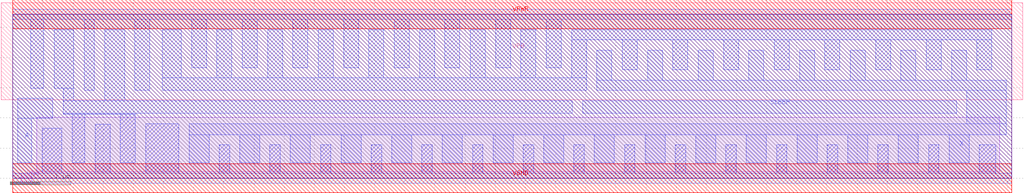
<source format=lef>
# Copyright 2020 The SkyWater PDK Authors
#
# Licensed under the Apache License, Version 2.0 (the "License");
# you may not use this file except in compliance with the License.
# You may obtain a copy of the License at
#
#     https://www.apache.org/licenses/LICENSE-2.0
#
# Unless required by applicable law or agreed to in writing, software
# distributed under the License is distributed on an "AS IS" BASIS,
# WITHOUT WARRANTIES OR CONDITIONS OF ANY KIND, either express or implied.
# See the License for the specific language governing permissions and
# limitations under the License.
#
# SPDX-License-Identifier: Apache-2.0

VERSION 5.7 ;

BUSBITCHARS "[]" ;
DIVIDERCHAR "/" ;

UNITS
  TIME NANOSECONDS 1 ;
  CAPACITANCE PICOFARADS 1 ;
  RESISTANCE OHMS 1 ;
  DATABASE MICRONS 1000 ;
END UNITS

MANUFACTURINGGRID 0.005 ;
USEMINSPACING OBS OFF ;

PROPERTYDEFINITIONS
  LAYER LEF58_TYPE STRING ;
END PROPERTYDEFINITIONS

# High density, single height
SITE unithd
  SYMMETRY Y ;
  CLASS CORE ;
  SIZE 0.46 BY 2.72 ;
END unithd

# High density, double height
SITE unithddbl
  SYMMETRY Y ;
  CLASS CORE ;
  SIZE 0.46 BY 5.44 ;
END unithddbl

LAYER nwell
  TYPE MASTERSLICE ;
  PROPERTY LEF58_TYPE "TYPE NWELL ;" ;
END nwell

LAYER pwell
  TYPE MASTERSLICE ;
  PROPERTY LEF58_TYPE "TYPE PWELL ;" ;
END pwell

LAYER licon
  TYPE CUT ;
END licon

LAYER li1
  TYPE ROUTING ;
  DIRECTION VERTICAL ;

  PITCH 0.46 0.34 ;
  OFFSET 0.23 0.17 ;

  WIDTH 0.17 ;          # LI 1
  # SPACING  0.17 ;     # LI 2
  SPACINGTABLE
     PARALLELRUNLENGTH 0
     WIDTH 0 0.17 ;
  AREA 0.0561 ;         # LI 6
  THICKNESS 0.1 ;
  EDGECAPACITANCE 40.697E-6 ;
  CAPACITANCE CPERSQDIST 36.9866E-6 ;
  RESISTANCE RPERSQ 17.0 ;

  ANTENNAMODEL OXIDE1 ;
  ANTENNADIFFSIDEAREARATIO PWL ( ( 0 75 ) ( 0.0125 75 ) ( 0.0225 85.125 ) ( 22.5 10200 ) ) ;
END li1

LAYER mcon
  TYPE CUT ;

  WIDTH 0.17 ;                # Mcon 1
  SPACING 0.19 ;              # Mcon 2
  ENCLOSURE BELOW 0 0 ;       # Mcon 4
  ENCLOSURE ABOVE 0.03 0.06 ; # Met1 4 / Met1 5
  RESISTANCE 23.0 ;

  ANTENNADIFFAREARATIO PWL ( ( 0 3 ) ( 0.0125 3 ) ( 0.0225 3.405 ) ( 22.5 408 ) ) ;
  DCCURRENTDENSITY AVERAGE 0.36 ; # mA per via Iavg_max at Tj = 90oC

END mcon

LAYER met1
  TYPE ROUTING ;
  DIRECTION HORIZONTAL ;

  PITCH 0.34 ;
  OFFSET 0.17 ;

  WIDTH 0.14 ;                     # Met1 1
  # SPACING 0.14 ;                 # Met1 2
  # SPACING 0.28 RANGE 3.001 100 ; # Met1 3b
  SPACINGTABLE
     PARALLELRUNLENGTH 0
     WIDTH 0 0.14
     WIDTH 3 0.28 ;
  AREA 0.083 ;                     # Met1 6
  THICKNESS 0.35 ;
  MINENCLOSEDAREA 0.14 ;

  ANTENNAMODEL OXIDE1 ;
  ANTENNADIFFSIDEAREARATIO PWL ( ( 0 400 ) ( 0.0125 400 ) ( 0.0225 2609 ) ( 22.5 11600 ) ) ;

  EDGECAPACITANCE 40.567E-6 ;
  CAPACITANCE CPERSQDIST 25.7784E-6 ;
  DCCURRENTDENSITY AVERAGE 2.8 ; # mA/um Iavg_max at Tj = 90oC
  ACCURRENTDENSITY RMS 6.1 ; # mA/um Irms_max at Tj = 90oC
  MAXIMUMDENSITY 70 ;
  DENSITYCHECKWINDOW 700 700 ;
  DENSITYCHECKSTEP 70 ;

  RESISTANCE RPERSQ 0.145 ;
END met1

LAYER via
  TYPE CUT ;
  WIDTH 0.15 ;                  # Via 1a
  SPACING 0.17 ;                # Via 2
  ENCLOSURE BELOW 0.055 0.085 ; # Via 4a / Via 5a
  ENCLOSURE ABOVE 0.055 0.085 ; # Met2 4 / Met2 5
  RESISTANCE 15.0 ;

  ANTENNADIFFAREARATIO PWL ( ( 0 6 ) ( 0.0125 6 ) ( 0.0225 6.81 ) ( 22.5 816 ) ) ;
  DCCURRENTDENSITY AVERAGE 0.29 ; # mA per via Iavg_max at Tj = 90oC
END via

LAYER met2
  TYPE ROUTING ;
  DIRECTION VERTICAL ;

  PITCH 0.46 ;
  OFFSET 0.23 ;

  WIDTH 0.14 ;                        # Met2 1
  # SPACING  0.14 ;                   # Met2 2
  # SPACING  0.28 RANGE 3.001 100 ;   # Met2 3b
  SPACINGTABLE
     PARALLELRUNLENGTH 0
     WIDTH 0 0.14
     WIDTH 3 0.28 ;
  AREA 0.0676 ;                       # Met2 6
  THICKNESS 0.35 ;
  MINENCLOSEDAREA 0.14 ;

  EDGECAPACITANCE 37.759E-6 ;
  CAPACITANCE CPERSQDIST 16.9423E-6 ;
  RESISTANCE RPERSQ 0.145 ;
  DCCURRENTDENSITY AVERAGE 2.8 ; # mA/um Iavg_max at Tj = 90oC
  ACCURRENTDENSITY RMS 6.1 ; # mA/um Irms_max at Tj = 90oC

  ANTENNAMODEL OXIDE1 ;
  ANTENNADIFFSIDEAREARATIO PWL ( ( 0 400 ) ( 0.0125 400 ) ( 0.0225 2609 ) ( 22.5 11600 ) ) ;

  MAXIMUMDENSITY 70 ;
  DENSITYCHECKWINDOW 700 700 ;
  DENSITYCHECKSTEP 70 ;
END met2

# ******** Layer via2, type routing, number 44 **************
LAYER via2
  TYPE CUT ;
  WIDTH 0.2 ;                   # Via2 1
  SPACING 0.2 ;                 # Via2 2
  ENCLOSURE BELOW 0.04 0.085 ;  # Via2 4
  ENCLOSURE ABOVE 0.065 0.065 ; # Met3 4
  RESISTANCE 8.0 ;
  ANTENNADIFFAREARATIO PWL ( ( 0 6 ) ( 0.0125 6 ) ( 0.0225 6.81 ) ( 22.5 816 ) ) ;
  DCCURRENTDENSITY AVERAGE 0.48 ; # mA per via Iavg_max at Tj = 90oC
END via2

LAYER met3
  TYPE ROUTING ;
  DIRECTION HORIZONTAL ;

  PITCH 0.68 ;
  OFFSET 0.34 ;

  WIDTH 0.3 ;              # Met3 1
  # SPACING 0.3 ;          # Met3 2
  SPACINGTABLE
     PARALLELRUNLENGTH 0
     WIDTH 0 0.3
     WIDTH 3 0.4 ;
  AREA 0.24 ;              # Met3 6
  THICKNESS 0.8 ;

  EDGECAPACITANCE 40.989E-6 ;
  CAPACITANCE CPERSQDIST 12.3729E-6 ;
  RESISTANCE RPERSQ 0.056 ;
  DCCURRENTDENSITY AVERAGE 6.8 ; # mA/um Iavg_max at Tj = 90oC
  ACCURRENTDENSITY RMS 14.9 ; # mA/um Irms_max at Tj = 90oC

  ANTENNAMODEL OXIDE1 ;
  ANTENNADIFFSIDEAREARATIO PWL ( ( 0 400 ) ( 0.0125 400 ) ( 0.0225 2609 ) ( 22.5 11600 ) ) ;

  MAXIMUMDENSITY 70 ;
  DENSITYCHECKWINDOW 700 700 ;
  DENSITYCHECKSTEP 70 ;
END met3

LAYER via3
  TYPE CUT ;
  WIDTH 0.2 ;                   # Via3 1
  SPACING 0.2 ;                 # Via3 2
  ENCLOSURE BELOW 0.06 0.09 ;   # Via3 4 / Via3 5
  ENCLOSURE ABOVE 0.065 0.065 ; # Met4 3
  RESISTANCE 8.0 ;
  ANTENNADIFFAREARATIO PWL ( ( 0 6 ) ( 0.0125 6 ) ( 0.0225 6.81 ) ( 22.5 816 ) ) ;
  DCCURRENTDENSITY AVERAGE 0.48 ; # mA per via Iavg_max at Tj = 90oC
END via3

LAYER met4
  TYPE ROUTING ;
  DIRECTION VERTICAL ;

  PITCH 0.92 ;
  OFFSET 0.46 ;

  WIDTH 0.3 ;             # Met4 1
  # SPACING  0.3 ;             # Met4 2
  SPACINGTABLE
     PARALLELRUNLENGTH 0
     WIDTH 0 0.3
     WIDTH 3 0.4 ;
  AREA 0.24 ;            # Met4 4a

  THICKNESS 0.8 ;

  EDGECAPACITANCE 36.676E-6 ;
  CAPACITANCE CPERSQDIST 8.41537E-6 ;
  RESISTANCE RPERSQ 0.056 ;
  DCCURRENTDENSITY AVERAGE 6.8 ; # mA/um Iavg_max at Tj = 90oC
  ACCURRENTDENSITY RMS 14.9 ; # mA/um Irms_max at Tj = 90oC

  ANTENNAMODEL OXIDE1 ;
  ANTENNADIFFSIDEAREARATIO PWL ( ( 0 400 ) ( 0.0125 400 ) ( 0.0225 2609 ) ( 22.5 11600 ) ) ;

  MAXIMUMDENSITY 70 ;
  DENSITYCHECKWINDOW 700 700 ;
  DENSITYCHECKSTEP 70 ;
END met4

LAYER via4
  TYPE CUT ;

  WIDTH 0.8 ;                 # Via4 1
  SPACING 0.8 ;               # Via4 2
  ENCLOSURE BELOW 0.19 0.19 ; # Via4 4
  ENCLOSURE ABOVE 0.31 0.31 ; # Met5 3
  RESISTANCE 0.891 ;
  ANTENNADIFFAREARATIO PWL ( ( 0 6 ) ( 0.0125 6 ) ( 0.0225 6.81 ) ( 22.5 816 ) ) ;
  DCCURRENTDENSITY AVERAGE 2.49 ; # mA per via Iavg_max at Tj = 90oC
END via4

LAYER met5
  TYPE ROUTING ;
  DIRECTION HORIZONTAL ;

  PITCH 3.4 ;
  OFFSET 1.7 ;

  WIDTH 1.6 ;            # Met5 1
  #SPACING  1.6 ;        # Met5 2
  SPACINGTABLE
     PARALLELRUNLENGTH 0
     WIDTH 0 1.6 ;
  AREA 4 ;               # Met5 4

  THICKNESS 1.2 ;

  EDGECAPACITANCE 38.851E-6 ;
  CAPACITANCE CPERSQDIST 6.32063E-6 ;
  RESISTANCE RPERSQ 0.0358 ;
  DCCURRENTDENSITY AVERAGE 10.17 ; # mA/um Iavg_max at Tj = 90oC
  ACCURRENTDENSITY RMS 22.34 ; # mA/um Irms_max at Tj = 90oC

  ANTENNAMODEL OXIDE1 ;
  ANTENNADIFFSIDEAREARATIO PWL ( ( 0 400 ) ( 0.0125 400 ) ( 0.0225 2609 ) ( 22.5 11600 ) ) ;
END met5


### Routing via cells section   ###
# Plus via rule, metals are along the prefered direction
VIA L1M1_PR DEFAULT
  LAYER mcon ;
  RECT -0.085 -0.085 0.085 0.085 ;
  LAYER li1 ;
  RECT -0.085 -0.085 0.085 0.085 ;
  LAYER met1 ;
  RECT -0.145 -0.115 0.145 0.115 ;
END L1M1_PR

VIARULE L1M1_PR GENERATE
  LAYER li1 ;
  ENCLOSURE 0 0 ;
  LAYER met1 ;
  ENCLOSURE 0.06 0.03 ;
  LAYER mcon ;
  RECT -0.085 -0.085 0.085 0.085 ;
  SPACING 0.36 BY 0.36 ;
END L1M1_PR

# Plus via rule, metals are along the non prefered direction
VIA L1M1_PR_R DEFAULT
  LAYER mcon ;
  RECT -0.085 -0.085 0.085 0.085 ;
  LAYER li1 ;
  RECT -0.085 -0.085 0.085 0.085 ;
  LAYER met1 ;
  RECT -0.115 -0.145 0.115 0.145 ;
END L1M1_PR_R

VIARULE L1M1_PR_R GENERATE
  LAYER li1 ;
  ENCLOSURE 0 0 ;
  LAYER met1 ;
  ENCLOSURE 0.03 0.06 ;
  LAYER mcon ;
  RECT -0.085 -0.085 0.085 0.085 ;
  SPACING 0.36 BY 0.36 ;
END L1M1_PR_R

# Minus via rule, lower layer metal is along prefered direction
VIA L1M1_PR_M DEFAULT
  LAYER mcon ;
  RECT -0.085 -0.085 0.085 0.085 ;
  LAYER li1 ;
  RECT -0.085 -0.085 0.085 0.085 ;
  LAYER met1 ;
  RECT -0.115 -0.145 0.115 0.145 ;
END L1M1_PR_M

VIARULE L1M1_PR_M GENERATE
  LAYER li1 ;
  ENCLOSURE 0 0 ;
  LAYER met1 ;
  ENCLOSURE 0.03 0.06 ;
  LAYER mcon ;
  RECT -0.085 -0.085 0.085 0.085 ;
  SPACING 0.36 BY 0.36 ;
END L1M1_PR_M

# Minus via rule, upper layer metal is along prefered direction
VIA L1M1_PR_MR DEFAULT
  LAYER mcon ;
  RECT -0.085 -0.085 0.085 0.085 ;
  LAYER li1 ;
  RECT -0.085 -0.085 0.085 0.085 ;
  LAYER met1 ;
  RECT -0.145 -0.115 0.145 0.115 ;
END L1M1_PR_MR

VIARULE L1M1_PR_MR GENERATE
  LAYER li1 ;
  ENCLOSURE 0 0 ;
  LAYER met1 ;
  ENCLOSURE 0.06 0.03 ;
  LAYER mcon ;
  RECT -0.085 -0.085 0.085 0.085 ;
  SPACING 0.36 BY 0.36 ;
END L1M1_PR_MR

# Centered via rule, we really do not want to use it
VIA L1M1_PR_C DEFAULT
  LAYER mcon ;
  RECT -0.085 -0.085 0.085 0.085 ;
  LAYER li1 ;
  RECT -0.085 -0.085 0.085 0.085 ;
  LAYER met1 ;
  RECT -0.145 -0.145 0.145 0.145 ;
END L1M1_PR_C

VIARULE L1M1_PR_C GENERATE
  LAYER li1 ;
  ENCLOSURE 0 0 ;
  LAYER met1 ;
  ENCLOSURE 0.06 0.06 ;
  LAYER mcon ;
  RECT -0.085 -0.085 0.085 0.085 ;
  SPACING 0.36 BY 0.36 ;
END L1M1_PR_C

# Plus via rule, metals are along the prefered direction
VIA M1M2_PR DEFAULT
  LAYER via ;
  RECT -0.075 -0.075 0.075 0.075 ;
  LAYER met1 ;
  RECT -0.16 -0.13 0.16 0.13 ;
  LAYER met2 ;
  RECT -0.13 -0.16 0.13 0.16 ;
END M1M2_PR

VIARULE M1M2_PR GENERATE
  LAYER met1 ;
  ENCLOSURE 0.085 0.055 ;
  LAYER met2 ;
  ENCLOSURE 0.055 0.085 ;
  LAYER via ;
  RECT -0.075 -0.075 0.075 0.075 ;
  SPACING 0.32 BY 0.32 ;
END M1M2_PR

# Plus via rule, metals are along the non prefered direction
VIA M1M2_PR_R DEFAULT
  LAYER via ;
  RECT -0.075 -0.075 0.075 0.075 ;
  LAYER met1 ;
  RECT -0.13 -0.16 0.13 0.16 ;
  LAYER met2 ;
  RECT -0.16 -0.13 0.16 0.13 ;
END M1M2_PR_R

VIARULE M1M2_PR_R GENERATE
  LAYER met1 ;
  ENCLOSURE 0.055 0.085 ;
  LAYER met2 ;
  ENCLOSURE 0.085 0.055 ;
  LAYER via ;
  RECT -0.075 -0.075 0.075 0.075 ;
  SPACING 0.32 BY 0.32 ;
END M1M2_PR_R

# Minus via rule, lower layer metal is along prefered direction
VIA M1M2_PR_M DEFAULT
  LAYER via ;
  RECT -0.075 -0.075 0.075 0.075 ;
  LAYER met1 ;
  RECT -0.16 -0.13 0.16 0.13 ;
  LAYER met2 ;
  RECT -0.16 -0.13 0.16 0.13 ;
END M1M2_PR_M

VIARULE M1M2_PR_M GENERATE
  LAYER met1 ;
  ENCLOSURE 0.085 0.055 ;
  LAYER met2 ;
  ENCLOSURE 0.085 0.055 ;
  LAYER via ;
  RECT -0.075 -0.075 0.075 0.075 ;
  SPACING 0.32 BY 0.32 ;
END M1M2_PR_M

# Minus via rule, upper layer metal is along prefered direction
VIA M1M2_PR_MR DEFAULT
  LAYER via ;
  RECT -0.075 -0.075 0.075 0.075 ;
  LAYER met1 ;
  RECT -0.13 -0.16 0.13 0.16 ;
  LAYER met2 ;
  RECT -0.13 -0.16 0.13 0.16 ;
END M1M2_PR_MR

VIARULE M1M2_PR_MR GENERATE
  LAYER met1 ;
  ENCLOSURE 0.055 0.085 ;
  LAYER met2 ;
  ENCLOSURE 0.055 0.085 ;
  LAYER via ;
  RECT -0.075 -0.075 0.075 0.075 ;
  SPACING 0.32 BY 0.32 ;
END M1M2_PR_MR

# Centered via rule, we really do not want to use it
VIA M1M2_PR_C DEFAULT
  LAYER via ;
  RECT -0.075 -0.075 0.075 0.075 ;
  LAYER met1 ;
  RECT -0.16 -0.16 0.16 0.16 ;
  LAYER met2 ;
  RECT -0.16 -0.16 0.16 0.16 ;
END M1M2_PR_C

VIARULE M1M2_PR_C GENERATE
  LAYER met1 ;
  ENCLOSURE 0.085 0.085 ;
  LAYER met2 ;
  ENCLOSURE 0.085 0.085 ;
  LAYER via ;
  RECT -0.075 -0.075 0.075 0.075 ;
  SPACING 0.32 BY 0.32 ;
END M1M2_PR_C

# Plus via rule, metals are along the prefered direction
VIA M2M3_PR DEFAULT
  LAYER via2 ;
  RECT -0.1 -0.1 0.1 0.1 ;
  LAYER met2 ;
  RECT -0.14 -0.185 0.14 0.185 ;
  LAYER met3 ;
  RECT -0.165 -0.165 0.165 0.165 ;
END M2M3_PR

VIARULE M2M3_PR GENERATE
  LAYER met2 ;
  ENCLOSURE 0.04 0.085 ;
  LAYER met3 ;
  ENCLOSURE 0.065 0.065 ;
  LAYER via2 ;
  RECT -0.1 -0.1 0.1 0.1 ;
  SPACING 0.4 BY 0.4 ;
END M2M3_PR

# Plus via rule, metals are along the non prefered direction
VIA M2M3_PR_R DEFAULT
  LAYER via2 ;
  RECT -0.1 -0.1 0.1 0.1 ;
  LAYER met2 ;
  RECT -0.185 -0.14 0.185 0.14 ;
  LAYER met3 ;
  RECT -0.165 -0.165 0.165 0.165 ;
END M2M3_PR_R

VIARULE M2M3_PR_R GENERATE
  LAYER met2 ;
  ENCLOSURE 0.085 0.04 ;
  LAYER met3 ;
  ENCLOSURE 0.065 0.065 ;
  LAYER via2 ;
  RECT -0.1 -0.1 0.1 0.1 ;
  SPACING 0.4 BY 0.4 ;
END M2M3_PR_R

# Minus via rule, lower layer metal is along prefered direction
VIA M2M3_PR_M DEFAULT
  LAYER via2 ;
  RECT -0.1 -0.1 0.1 0.1 ;
  LAYER met2 ;
  RECT -0.14 -0.185 0.14 0.185 ;
  LAYER met3 ;
  RECT -0.165 -0.165 0.165 0.165 ;
END M2M3_PR_M

VIARULE M2M3_PR_M GENERATE
  LAYER met2 ;
  ENCLOSURE 0.04 0.085 ;
  LAYER met3 ;
  ENCLOSURE 0.065 0.065 ;
  LAYER via2 ;
  RECT -0.1 -0.1 0.1 0.1 ;
  SPACING 0.4 BY 0.4 ;
END M2M3_PR_M

# Minus via rule, upper layer metal is along prefered direction
VIA M2M3_PR_MR DEFAULT
  LAYER via2 ;
  RECT -0.1 -0.1 0.1 0.1 ;
  LAYER met2 ;
  RECT -0.185 -0.14 0.185 0.14 ;
  LAYER met3 ;
  RECT -0.165 -0.165 0.165 0.165 ;
END M2M3_PR_MR

VIARULE M2M3_PR_MR GENERATE
  LAYER met2 ;
  ENCLOSURE 0.085 0.04 ;
  LAYER met3 ;
  ENCLOSURE 0.065 0.065 ;
  LAYER via2 ;
  RECT -0.1 -0.1 0.1 0.1 ;
  SPACING 0.4 BY 0.4 ;
END M2M3_PR_MR

# Centered via rule, we really do not want to use it
VIA M2M3_PR_C DEFAULT
  LAYER via2 ;
  RECT -0.1 -0.1 0.1 0.1 ;
  LAYER met2 ;
  RECT -0.185 -0.185 0.185 0.185 ;
  LAYER met3 ;
  RECT -0.165 -0.165 0.165 0.165 ;
END M2M3_PR_C

VIARULE M2M3_PR_C GENERATE
  LAYER met2 ;
  ENCLOSURE 0.085 0.085 ;
  LAYER met3 ;
  ENCLOSURE 0.065 0.065 ;
  LAYER via2 ;
  RECT -0.1 -0.1 0.1 0.1 ;
  SPACING 0.4 BY 0.4 ;
END M2M3_PR_C

# Plus via rule, metals are along the prefered direction
VIA M3M4_PR DEFAULT
  LAYER via3 ;
  RECT -0.1 -0.1 0.1 0.1 ;
  LAYER met3 ;
  RECT -0.19 -0.16 0.19 0.16 ;
  LAYER met4 ;
  RECT -0.165 -0.165 0.165 0.165 ;
END M3M4_PR

VIARULE M3M4_PR GENERATE
  LAYER met3 ;
  ENCLOSURE 0.09 0.06 ;
  LAYER met4 ;
  ENCLOSURE 0.065 0.065 ;
  LAYER via3 ;
  RECT -0.1 -0.1 0.1 0.1 ;
  SPACING 0.4 BY 0.4 ;
END M3M4_PR

# Plus via rule, metals are along the non prefered direction
VIA M3M4_PR_R DEFAULT
  LAYER via3 ;
  RECT -0.1 -0.1 0.1 0.1 ;
  LAYER met3 ;
  RECT -0.16 -0.19 0.16 0.19 ;
  LAYER met4 ;
  RECT -0.165 -0.165 0.165 0.165 ;
END M3M4_PR_R

VIARULE M3M4_PR_R GENERATE
  LAYER met3 ;
  ENCLOSURE 0.06 0.09 ;
  LAYER met4 ;
  ENCLOSURE 0.065 0.065 ;
  LAYER via3 ;
  RECT -0.1 -0.1 0.1 0.1 ;
  SPACING 0.4 BY 0.4 ;
END M3M4_PR_R

# Minus via rule, lower layer metal is along prefered direction
VIA M3M4_PR_M DEFAULT
  LAYER via3 ;
  RECT -0.1 -0.1 0.1 0.1 ;
  LAYER met3 ;
  RECT -0.19 -0.16 0.19 0.16 ;
  LAYER met4 ;
  RECT -0.165 -0.165 0.165 0.165 ;
END M3M4_PR_M

VIARULE M3M4_PR_M GENERATE
  LAYER met3 ;
  ENCLOSURE 0.09 0.06 ;
  LAYER met4 ;
  ENCLOSURE 0.065 0.065 ;
  LAYER via3 ;
  RECT -0.1 -0.1 0.1 0.1 ;
  SPACING 0.4 BY 0.4 ;
END M3M4_PR_M

# Minus via rule, upper layer metal is along prefered direction
VIA M3M4_PR_MR DEFAULT
  LAYER via3 ;
  RECT -0.1 -0.1 0.1 0.1 ;
  LAYER met3 ;
  RECT -0.16 -0.19 0.16 0.19 ;
  LAYER met4 ;
  RECT -0.165 -0.165 0.165 0.165 ;
END M3M4_PR_MR

VIARULE M3M4_PR_MR GENERATE
  LAYER met3 ;
  ENCLOSURE 0.06 0.09 ;
  LAYER met4 ;
  ENCLOSURE 0.065 0.065 ;
  LAYER via3 ;
  RECT -0.1 -0.1 0.1 0.1 ;
  SPACING 0.4 BY 0.4 ;
END M3M4_PR_MR

# Centered via rule, we really do not want to use it
VIA M3M4_PR_C DEFAULT
  LAYER via3 ;
  RECT -0.1 -0.1 0.1 0.1 ;
  LAYER met3 ;
  RECT -0.19 -0.19 0.19 0.19 ;
  LAYER met4 ;
  RECT -0.165 -0.165 0.165 0.165 ;
END M3M4_PR_C

VIARULE M3M4_PR_C GENERATE
  LAYER met3 ;
  ENCLOSURE 0.09 0.09 ;
  LAYER met4 ;
  ENCLOSURE 0.065 0.065 ;
  LAYER via3 ;
  RECT -0.1 -0.1 0.1 0.1 ;
  SPACING 0.4 BY 0.4 ;
END M3M4_PR_C

# Plus via rule, metals are along the prefered direction
VIA M4M5_PR DEFAULT
  LAYER via4 ;
  RECT -0.4 -0.4 0.4 0.4 ;
  LAYER met4 ;
  RECT -0.59 -0.59 0.59 0.59 ;
  LAYER met5 ;
  RECT -0.71 -0.71 0.71 0.71 ;
END M4M5_PR

VIARULE M4M5_PR GENERATE
  LAYER met4 ;
  ENCLOSURE 0.19 0.19 ;
  LAYER met5 ;
  ENCLOSURE 0.31 0.31 ;
  LAYER via4 ;
  RECT -0.4 -0.4 0.4 0.4 ;
  SPACING 1.6 BY 1.6 ;
END M4M5_PR

# Plus via rule, metals are along the non prefered direction
VIA M4M5_PR_R DEFAULT
  LAYER via4 ;
  RECT -0.4 -0.4 0.4 0.4 ;
  LAYER met4 ;
  RECT -0.59 -0.59 0.59 0.59 ;
  LAYER met5 ;
  RECT -0.71 -0.71 0.71 0.71 ;
END M4M5_PR_R

VIARULE M4M5_PR_R GENERATE
  LAYER met4 ;
  ENCLOSURE 0.19 0.19 ;
  LAYER met5 ;
  ENCLOSURE 0.31 0.31 ;
  LAYER via4 ;
  RECT -0.4 -0.4 0.4 0.4 ;
  SPACING 1.6 BY 1.6 ;
END M4M5_PR_R

# Minus via rule, lower layer metal is along prefered direction
VIA M4M5_PR_M DEFAULT
  LAYER via4 ;
  RECT -0.4 -0.4 0.4 0.4 ;
  LAYER met4 ;
  RECT -0.59 -0.59 0.59 0.59 ;
  LAYER met5 ;
  RECT -0.71 -0.71 0.71 0.71 ;
END M4M5_PR_M

VIARULE M4M5_PR_M GENERATE
  LAYER met4 ;
  ENCLOSURE 0.19 0.19 ;
  LAYER met5 ;
  ENCLOSURE 0.31 0.31 ;
  LAYER via4 ;
  RECT -0.4 -0.4 0.4 0.4 ;
  SPACING 1.6 BY 1.6 ;
END M4M5_PR_M

# Minus via rule, upper layer metal is along prefered direction
VIA M4M5_PR_MR DEFAULT
  LAYER via4 ;
  RECT -0.4 -0.4 0.4 0.4 ;
  LAYER met4 ;
  RECT -0.59 -0.59 0.59 0.59 ;
  LAYER met5 ;
  RECT -0.71 -0.71 0.71 0.71 ;
END M4M5_PR_MR

VIARULE M4M5_PR_MR GENERATE
  LAYER met4 ;
  ENCLOSURE 0.19 0.19 ;
  LAYER met5 ;
  ENCLOSURE 0.31 0.31 ;
  LAYER via4 ;
  RECT -0.4 -0.4 0.4 0.4 ;
  SPACING 1.6 BY 1.6 ;
END M4M5_PR_MR

# Centered via rule, we really do not want to use it
VIA M4M5_PR_C DEFAULT
  LAYER via4 ;
  RECT -0.4 -0.4 0.4 0.4 ;
  LAYER met4 ;
  RECT -0.59 -0.59 0.59 0.59 ;
  LAYER met5 ;
  RECT -0.71 -0.71 0.71 0.71 ;
END M4M5_PR_C

VIARULE M4M5_PR_C GENERATE
  LAYER met4 ;
  ENCLOSURE 0.19 0.19 ;
  LAYER met5 ;
  ENCLOSURE 0.31 0.31 ;
  LAYER via4 ;
  RECT -0.4 -0.4 0.4 0.4 ;
  SPACING 1.6 BY 1.6 ;
END M4M5_PR_C
###  end of single via cells   ###


MACRO sky130_ef_sc_hd__decap_12
  CLASS CORE SPACER ;
  FOREIGN sky130_ef_sc_hd__decap_12 ;
  ORIGIN 0.000 0.000 ;
  SIZE 5.520 BY 2.720 ;
  SYMMETRY X Y R90 ;
  SITE unithd ;
  PIN VPWR
    USE POWER ;
    PORT
      LAYER met1 ;
        RECT 0.000 2.480 5.520 2.960 ;
    END
  END VPWR
  PIN VGND
    USE GROUND ;
    PORT
      LAYER met1 ;
        RECT 0.000 -0.240 5.520 0.240 ;
    END
  END VGND
  PIN VPB
    DIRECTION INOUT ;
    USE POWER ;
    PORT
      LAYER nwell ;
        RECT -0.190 1.305 5.710 2.910 ;
    END
  END VPB
  PIN VNB
    DIRECTION INOUT ;
    USE GROUND ;
    PORT
      LAYER pwell ;
        RECT 0.005 0.105 5.515 0.915 ;
        RECT 0.145 -0.085 0.315 0.105 ;
    END
  END VNB
  OBS
      LAYER li1 ;
        RECT 0.000 2.635 5.520 2.805 ;
        RECT 0.085 2.200 5.430 2.635 ;
        RECT 1.670 0.630 2.010 1.460 ;
        RECT 3.490 0.950 3.840 2.200 ;
        RECT 0.085 0.085 5.430 0.630 ;
        RECT 0.000 -0.085 5.520 0.085 ;
      LAYER mcon ;
        RECT 0.145 2.635 0.315 2.805 ;
        RECT 0.605 2.635 0.775 2.805 ;
        RECT 1.065 2.635 1.235 2.805 ;
        RECT 1.525 2.635 1.695 2.805 ;
        RECT 1.985 2.635 2.155 2.805 ;
        RECT 2.445 2.635 2.615 2.805 ;
        RECT 2.905 2.635 3.075 2.805 ;
        RECT 3.365 2.635 3.535 2.805 ;
        RECT 3.825 2.635 3.995 2.805 ;
        RECT 4.285 2.635 4.455 2.805 ;
        RECT 4.745 2.635 4.915 2.805 ;
        RECT 5.205 2.635 5.375 2.805 ;
        RECT 0.145 -0.085 0.315 0.085 ;
        RECT 0.605 -0.085 0.775 0.085 ;
        RECT 1.065 -0.085 1.235 0.085 ;
        RECT 1.525 -0.085 1.695 0.085 ;
        RECT 1.985 -0.085 2.155 0.085 ;
        RECT 2.445 -0.085 2.615 0.085 ;
        RECT 2.905 -0.085 3.075 0.085 ;
        RECT 3.365 -0.085 3.535 0.085 ;
        RECT 3.825 -0.085 3.995 0.085 ;
        RECT 4.285 -0.085 4.455 0.085 ;
        RECT 4.745 -0.085 4.915 0.085 ;
        RECT 5.205 -0.085 5.375 0.085 ;
  END
END sky130_ef_sc_hd__decap_12
MACRO sky130_ef_sc_hd__fill_4
  CLASS CORE SPACER ;
  FOREIGN sky130_ef_sc_hd__fill_4 ;
  ORIGIN 0.000 0.000 ;
  SIZE 1.840 BY 2.720 ;
  SYMMETRY X Y R90 ;
  SITE unithd ;
  PIN VPWR
    USE POWER ;
    PORT
      LAYER met1 ;
        RECT 0.000 2.480 1.840 2.960 ;
    END
  END VPWR
  PIN VGND
    USE GROUND ;
    PORT
      LAYER met1 ;
        RECT 0.000 -0.240 1.840 0.240 ;
    END
  END VGND
  PIN VPB
    DIRECTION INOUT ;
    USE POWER ;
    PORT
      LAYER nwell ;
        RECT -0.190 1.305 2.030 2.910 ;
    END
  END VPB
  PIN VNB
    DIRECTION INOUT ;
    USE GROUND ;
    PORT
      LAYER pwell ;
        RECT 0.025 0.065 1.815 1.015 ;
        RECT 0.175 -0.060 0.285 0.065 ;
    END
  END VNB
  OBS
      LAYER li1 ;
        RECT 0.000 2.635 1.840 2.805 ;
        RECT 0.000 -0.085 1.840 0.085 ;
      LAYER mcon ;
        RECT 0.145 2.635 0.315 2.805 ;
        RECT 0.605 2.635 0.775 2.805 ;
        RECT 1.065 2.635 1.235 2.805 ;
        RECT 1.525 2.635 1.695 2.805 ;
        RECT 0.145 -0.085 0.315 0.085 ;
        RECT 0.605 -0.085 0.775 0.085 ;
        RECT 1.065 -0.085 1.235 0.085 ;
        RECT 1.525 -0.085 1.695 0.085 ;
  END
END sky130_ef_sc_hd__fill_4
MACRO sky130_ef_sc_hd__fill_8
  CLASS CORE SPACER ;
  FOREIGN sky130_ef_sc_hd__fill_8 ;
  ORIGIN 0.000 0.000 ;
  SIZE 3.680 BY 2.720 ;
  SYMMETRY X Y R90 ;
  SITE unithd ;
  PIN VPWR
    USE POWER ;
    PORT
      LAYER met1 ;
        RECT 0.000 2.480 3.680 2.960 ;
    END
  END VPWR
  PIN VGND
    USE GROUND ;
    PORT
      LAYER met1 ;
        RECT 0.000 -0.240 3.680 0.240 ;
    END
  END VGND
  PIN VPB
    DIRECTION INOUT ;
    USE POWER ;
    PORT
      LAYER nwell ;
        RECT -0.190 1.305 3.870 2.910 ;
    END
  END VPB
  PIN VNB
    DIRECTION INOUT ;
    USE GROUND ;
    PORT
      LAYER pwell ;
        RECT 0.025 0.065 3.655 1.015 ;
        RECT 0.130 -0.120 0.350 0.065 ;
    END
  END VNB
  OBS
      LAYER li1 ;
        RECT 0.000 2.635 3.680 2.805 ;
        RECT 0.000 -0.085 3.680 0.085 ;
      LAYER mcon ;
        RECT 0.145 2.635 0.315 2.805 ;
        RECT 0.605 2.635 0.775 2.805 ;
        RECT 1.065 2.635 1.235 2.805 ;
        RECT 1.525 2.635 1.695 2.805 ;
        RECT 1.985 2.635 2.155 2.805 ;
        RECT 2.445 2.635 2.615 2.805 ;
        RECT 2.905 2.635 3.075 2.805 ;
        RECT 3.365 2.635 3.535 2.805 ;
        RECT 0.145 -0.085 0.315 0.085 ;
        RECT 0.605 -0.085 0.775 0.085 ;
        RECT 1.065 -0.085 1.235 0.085 ;
        RECT 1.525 -0.085 1.695 0.085 ;
        RECT 1.985 -0.085 2.155 0.085 ;
        RECT 2.445 -0.085 2.615 0.085 ;
        RECT 2.905 -0.085 3.075 0.085 ;
        RECT 3.365 -0.085 3.535 0.085 ;
  END
END sky130_ef_sc_hd__fill_8
MACRO sky130_ef_sc_hd__fill_12
  CLASS CORE SPACER ;
  FOREIGN sky130_ef_sc_hd__fill_12 ;
  ORIGIN 0.000 0.000 ;
  SIZE 5.520 BY 2.720 ;
  SYMMETRY X Y R90 ;
  SITE unithd ;
  PIN VPWR
    USE POWER ;
    PORT
      LAYER met1 ;
        RECT 0.000 2.480 5.520 2.960 ;
    END
  END VPWR
  PIN VGND
    USE GROUND ;
    PORT
      LAYER met1 ;
        RECT 0.000 -0.240 5.520 0.240 ;
    END
  END VGND
  PIN VPB
    DIRECTION INOUT ;
    USE POWER ;
    PORT
      LAYER nwell ;
        RECT -0.190 1.305 2.950 2.910 ;
    END
  END VPB
  PIN VNB
    DIRECTION INOUT ;
    USE GROUND ;
    PORT
      LAYER pwell ;
        RECT 0.005 0.105 2.755 0.915 ;
        RECT 0.145 -0.085 0.315 0.105 ;
    END
  END VNB
  OBS
      LAYER li1 ;
        RECT 0.000 2.635 5.520 2.805 ;
        RECT 0.085 1.545 2.675 2.635 ;
        RECT 0.085 0.855 1.295 1.375 ;
        RECT 1.465 1.025 2.675 1.545 ;
        RECT 0.085 0.085 2.675 0.855 ;
        RECT 0.000 -0.085 5.520 0.085 ;
      LAYER mcon ;
        RECT 0.145 2.635 0.315 2.805 ;
        RECT 0.605 2.635 0.775 2.805 ;
        RECT 1.065 2.635 1.235 2.805 ;
        RECT 1.525 2.635 1.695 2.805 ;
        RECT 1.985 2.635 2.155 2.805 ;
        RECT 2.445 2.635 2.615 2.805 ;
        RECT 2.905 2.635 3.075 2.805 ;
        RECT 3.365 2.635 3.535 2.805 ;
        RECT 3.825 2.635 3.995 2.805 ;
        RECT 4.285 2.635 4.455 2.805 ;
        RECT 4.745 2.635 4.915 2.805 ;
        RECT 5.205 2.635 5.375 2.805 ;
        RECT 0.145 -0.085 0.315 0.085 ;
        RECT 0.605 -0.085 0.775 0.085 ;
        RECT 1.065 -0.085 1.235 0.085 ;
        RECT 1.525 -0.085 1.695 0.085 ;
        RECT 1.985 -0.085 2.155 0.085 ;
        RECT 2.445 -0.085 2.615 0.085 ;
        RECT 2.905 -0.085 3.075 0.085 ;
        RECT 3.365 -0.085 3.535 0.085 ;
        RECT 3.825 -0.085 3.995 0.085 ;
        RECT 4.285 -0.085 4.455 0.085 ;
        RECT 4.745 -0.085 4.915 0.085 ;
        RECT 5.205 -0.085 5.375 0.085 ;
  END
END sky130_ef_sc_hd__fill_12
MACRO sky130_fd_sc_hd__a2bb2o_1
  CLASS CORE ;
  FOREIGN sky130_fd_sc_hd__a2bb2o_1 ;
  ORIGIN 0.000 0.000 ;
  SIZE 3.680 BY 2.720 ;
  SYMMETRY X Y R90 ;
  SITE unithd ;
  PIN A1_N
    DIRECTION INPUT ;
    USE SIGNAL ;
    ANTENNAGATEAREA 0.126000 ;
    PORT
      LAYER li1 ;
        RECT 0.910 0.995 1.240 1.615 ;
    END
  END A1_N
  PIN A2_N
    DIRECTION INPUT ;
    USE SIGNAL ;
    ANTENNAGATEAREA 0.126000 ;
    PORT
      LAYER li1 ;
        RECT 1.410 0.995 1.700 1.375 ;
    END
  END A2_N
  PIN B1
    DIRECTION INPUT ;
    USE SIGNAL ;
    ANTENNAGATEAREA 0.126000 ;
    PORT
      LAYER li1 ;
        RECT 3.280 0.765 3.540 1.655 ;
    END
  END B1
  PIN B2
    DIRECTION INPUT ;
    USE SIGNAL ;
    ANTENNAGATEAREA 0.126000 ;
    PORT
      LAYER li1 ;
        RECT 2.600 1.355 3.080 1.655 ;
        RECT 2.820 0.765 3.080 1.355 ;
    END
  END B2
  PIN VGND
    DIRECTION INOUT ;
    USE GROUND ;
    SHAPE ABUTMENT ;
    PORT
      LAYER met1 ;
        RECT 0.000 -0.240 3.680 0.240 ;
    END
  END VGND
  PIN VNB
    DIRECTION INOUT ;
    USE GROUND ;
    PORT
      LAYER pwell ;
        RECT 0.005 0.785 0.925 1.015 ;
        RECT 0.005 0.105 3.590 0.785 ;
        RECT 0.150 -0.085 0.320 0.105 ;
    END
  END VNB
  PIN VPB
    DIRECTION INOUT ;
    USE POWER ;
    PORT
      LAYER nwell ;
        RECT -0.190 1.305 3.870 2.910 ;
    END
  END VPB
  PIN VPWR
    DIRECTION INOUT ;
    USE POWER ;
    SHAPE ABUTMENT ;
    PORT
      LAYER met1 ;
        RECT 0.000 2.480 3.680 2.960 ;
    END
  END VPWR
  PIN X
    DIRECTION OUTPUT ;
    USE SIGNAL ;
    ANTENNADIFFAREA 0.429000 ;
    PORT
      LAYER li1 ;
        RECT 0.085 1.525 0.345 2.465 ;
        RECT 0.085 0.810 0.260 1.525 ;
        RECT 0.085 0.255 0.345 0.810 ;
    END
  END X
  OBS
      LAYER li1 ;
        RECT 0.000 2.635 3.680 2.805 ;
        RECT 0.515 2.235 0.845 2.635 ;
        RECT 1.990 2.370 2.245 2.465 ;
        RECT 1.105 2.200 2.245 2.370 ;
        RECT 2.415 2.255 2.745 2.425 ;
        RECT 1.105 1.975 1.275 2.200 ;
        RECT 0.515 1.805 1.275 1.975 ;
        RECT 1.990 2.065 2.245 2.200 ;
        RECT 0.515 1.325 0.685 1.805 ;
        RECT 1.540 1.715 1.710 1.905 ;
        RECT 1.990 1.895 2.400 2.065 ;
        RECT 1.540 1.545 2.060 1.715 ;
        RECT 0.430 0.995 0.685 1.325 ;
        RECT 1.890 0.825 2.060 1.545 ;
        RECT 1.180 0.655 2.060 0.825 ;
        RECT 2.230 0.870 2.400 1.895 ;
        RECT 2.575 2.005 2.745 2.255 ;
        RECT 2.915 2.175 3.165 2.635 ;
        RECT 3.335 2.005 3.515 2.465 ;
        RECT 2.575 1.835 3.515 2.005 ;
        RECT 2.230 0.700 2.580 0.870 ;
        RECT 0.515 0.085 0.945 0.530 ;
        RECT 1.180 0.255 1.350 0.655 ;
        RECT 1.520 0.085 2.240 0.485 ;
        RECT 2.410 0.255 2.580 0.700 ;
        RECT 3.155 0.085 3.555 0.595 ;
        RECT 0.000 -0.085 3.680 0.085 ;
  END
END sky130_fd_sc_hd__a2bb2o_1
MACRO sky130_fd_sc_hd__a2bb2o_2
  CLASS CORE ;
  FOREIGN sky130_fd_sc_hd__a2bb2o_2 ;
  ORIGIN 0.000 0.000 ;
  SIZE 4.140 BY 2.720 ;
  SYMMETRY X Y R90 ;
  SITE unithd ;
  PIN A1_N
    DIRECTION INPUT ;
    USE SIGNAL ;
    ANTENNAGATEAREA 0.159000 ;
    PORT
      LAYER li1 ;
        RECT 1.345 0.995 1.675 1.615 ;
    END
  END A1_N
  PIN A2_N
    DIRECTION INPUT ;
    USE SIGNAL ;
    ANTENNAGATEAREA 0.159000 ;
    PORT
      LAYER li1 ;
        RECT 1.845 0.995 2.135 1.375 ;
    END
  END A2_N
  PIN B1
    DIRECTION INPUT ;
    USE SIGNAL ;
    ANTENNAGATEAREA 0.159000 ;
    PORT
      LAYER li1 ;
        RECT 3.730 0.765 3.990 1.655 ;
    END
  END B1
  PIN B2
    DIRECTION INPUT ;
    USE SIGNAL ;
    ANTENNAGATEAREA 0.159000 ;
    PORT
      LAYER li1 ;
        RECT 3.050 1.355 3.530 1.655 ;
        RECT 3.270 0.765 3.530 1.355 ;
    END
  END B2
  PIN VGND
    DIRECTION INOUT ;
    USE GROUND ;
    SHAPE ABUTMENT ;
    PORT
      LAYER met1 ;
        RECT 0.000 -0.240 4.140 0.240 ;
    END
  END VGND
  PIN VNB
    DIRECTION INOUT ;
    USE GROUND ;
    PORT
      LAYER pwell ;
        RECT 0.015 0.785 1.360 1.015 ;
        RECT 0.015 0.105 4.040 0.785 ;
        RECT 0.125 -0.085 0.295 0.105 ;
    END
  END VNB
  PIN VPB
    DIRECTION INOUT ;
    USE POWER ;
    PORT
      LAYER nwell ;
        RECT -0.190 1.305 4.330 2.910 ;
    END
  END VPB
  PIN VPWR
    DIRECTION INOUT ;
    USE POWER ;
    SHAPE ABUTMENT ;
    PORT
      LAYER met1 ;
        RECT 0.000 2.480 4.140 2.960 ;
    END
  END VPWR
  PIN X
    DIRECTION OUTPUT ;
    USE SIGNAL ;
    ANTENNADIFFAREA 0.445500 ;
    PORT
      LAYER li1 ;
        RECT 0.525 1.525 0.780 2.465 ;
        RECT 0.525 0.810 0.695 1.525 ;
        RECT 0.525 0.255 0.780 0.810 ;
    END
  END X
  OBS
      LAYER li1 ;
        RECT 0.000 2.635 4.140 2.805 ;
        RECT 0.185 1.445 0.355 2.635 ;
        RECT 0.950 2.235 1.280 2.635 ;
        RECT 2.500 2.370 2.670 2.465 ;
        RECT 1.540 2.200 2.670 2.370 ;
        RECT 2.875 2.255 3.205 2.425 ;
        RECT 1.540 1.975 1.710 2.200 ;
        RECT 0.950 1.805 1.710 1.975 ;
        RECT 2.440 2.065 2.670 2.200 ;
        RECT 0.950 1.325 1.120 1.805 ;
        RECT 1.975 1.715 2.145 1.905 ;
        RECT 2.440 1.895 2.850 2.065 ;
        RECT 1.975 1.545 2.510 1.715 ;
        RECT 0.865 0.995 1.120 1.325 ;
        RECT 0.185 0.085 0.355 0.930 ;
        RECT 2.340 0.825 2.510 1.545 ;
        RECT 1.615 0.655 2.510 0.825 ;
        RECT 2.680 0.870 2.850 1.895 ;
        RECT 3.035 2.005 3.205 2.255 ;
        RECT 3.375 2.175 3.625 2.635 ;
        RECT 3.795 2.005 3.965 2.465 ;
        RECT 3.035 1.835 3.965 2.005 ;
        RECT 2.680 0.700 3.030 0.870 ;
        RECT 0.950 0.085 1.380 0.530 ;
        RECT 1.615 0.255 1.785 0.655 ;
        RECT 1.955 0.085 2.690 0.485 ;
        RECT 2.860 0.255 3.030 0.700 ;
        RECT 3.605 0.085 4.005 0.595 ;
        RECT 0.000 -0.085 4.140 0.085 ;
  END
END sky130_fd_sc_hd__a2bb2o_2
MACRO sky130_fd_sc_hd__a2bb2o_4
  CLASS CORE ;
  FOREIGN sky130_fd_sc_hd__a2bb2o_4 ;
  ORIGIN 0.000 0.000 ;
  SIZE 7.360 BY 2.720 ;
  SYMMETRY X Y R90 ;
  SITE unithd ;
  PIN A1_N
    DIRECTION INPUT ;
    USE SIGNAL ;
    ANTENNAGATEAREA 0.495000 ;
    PORT
      LAYER li1 ;
        RECT 3.475 1.445 4.965 1.615 ;
        RECT 3.475 1.325 3.645 1.445 ;
        RECT 3.315 1.075 3.645 1.325 ;
        RECT 4.605 1.075 4.965 1.445 ;
    END
  END A1_N
  PIN A2_N
    DIRECTION INPUT ;
    USE SIGNAL ;
    ANTENNAGATEAREA 0.495000 ;
    PORT
      LAYER li1 ;
        RECT 3.815 1.075 4.435 1.275 ;
    END
  END A2_N
  PIN B1
    DIRECTION INPUT ;
    USE SIGNAL ;
    ANTENNAGATEAREA 0.495000 ;
    PORT
      LAYER li1 ;
        RECT 0.085 1.445 1.685 1.615 ;
        RECT 0.085 1.075 0.575 1.445 ;
        RECT 1.515 1.245 1.685 1.445 ;
        RECT 1.515 1.075 1.895 1.245 ;
    END
  END B1
  PIN B2
    DIRECTION INPUT ;
    USE SIGNAL ;
    ANTENNAGATEAREA 0.495000 ;
    PORT
      LAYER li1 ;
        RECT 0.805 1.075 1.345 1.275 ;
    END
  END B2
  PIN VGND
    DIRECTION INOUT ;
    USE GROUND ;
    SHAPE ABUTMENT ;
    PORT
      LAYER met1 ;
        RECT 0.000 -0.240 7.360 0.240 ;
    END
  END VGND
  PIN VNB
    DIRECTION INOUT ;
    USE GROUND ;
    PORT
      LAYER pwell ;
        RECT 0.005 0.105 6.915 1.015 ;
        RECT 0.150 -0.085 0.320 0.105 ;
    END
  END VNB
  PIN VPB
    DIRECTION INOUT ;
    USE POWER ;
    PORT
      LAYER nwell ;
        RECT -0.190 1.305 7.550 2.910 ;
    END
  END VPB
  PIN VPWR
    DIRECTION INOUT ;
    USE POWER ;
    SHAPE ABUTMENT ;
    PORT
      LAYER met1 ;
        RECT 0.000 2.480 7.360 2.960 ;
    END
  END VPWR
  PIN X
    DIRECTION OUTPUT ;
    USE SIGNAL ;
    ANTENNADIFFAREA 0.891000 ;
    PORT
      LAYER li1 ;
        RECT 5.275 1.955 5.525 2.465 ;
        RECT 6.115 1.955 6.365 2.465 ;
        RECT 5.275 1.785 6.365 1.955 ;
        RECT 6.115 1.655 6.365 1.785 ;
        RECT 6.115 1.415 6.920 1.655 ;
        RECT 6.610 0.905 6.920 1.415 ;
        RECT 5.235 0.725 6.920 0.905 ;
        RECT 5.235 0.275 5.565 0.725 ;
        RECT 6.075 0.275 6.405 0.725 ;
    END
  END X
  OBS
      LAYER li1 ;
        RECT 0.000 2.635 7.360 2.805 ;
        RECT 0.135 1.955 0.385 2.465 ;
        RECT 0.555 2.125 0.805 2.635 ;
        RECT 0.975 1.955 1.225 2.465 ;
        RECT 1.395 2.125 1.645 2.635 ;
        RECT 1.815 2.295 2.905 2.465 ;
        RECT 1.815 1.955 2.065 2.295 ;
        RECT 2.655 2.135 2.905 2.295 ;
        RECT 3.175 2.135 3.425 2.635 ;
        RECT 3.595 2.295 4.685 2.465 ;
        RECT 3.595 2.135 3.845 2.295 ;
        RECT 0.135 1.785 2.065 1.955 ;
        RECT 1.855 1.455 2.065 1.785 ;
        RECT 2.235 1.965 2.485 2.125 ;
        RECT 4.015 1.965 4.265 2.125 ;
        RECT 2.235 1.415 2.620 1.965 ;
        RECT 3.135 1.785 4.265 1.965 ;
        RECT 4.435 1.785 4.685 2.295 ;
        RECT 4.855 1.795 5.105 2.635 ;
        RECT 5.695 2.165 5.945 2.635 ;
        RECT 6.535 1.825 6.785 2.635 ;
        RECT 3.135 1.665 3.305 1.785 ;
        RECT 2.955 1.495 3.305 1.665 ;
        RECT 2.235 0.905 2.445 1.415 ;
        RECT 2.955 1.245 3.145 1.495 ;
        RECT 2.615 1.075 3.145 1.245 ;
        RECT 5.135 1.245 5.460 1.615 ;
        RECT 5.135 1.075 6.440 1.245 ;
        RECT 2.955 0.905 3.145 1.075 ;
        RECT 0.175 0.085 0.345 0.895 ;
        RECT 0.515 0.475 0.765 0.905 ;
        RECT 0.935 0.735 2.525 0.905 ;
        RECT 0.935 0.645 1.270 0.735 ;
        RECT 0.515 0.255 1.685 0.475 ;
        RECT 1.855 0.085 2.025 0.555 ;
        RECT 2.195 0.255 2.525 0.735 ;
        RECT 2.955 0.725 4.725 0.905 ;
        RECT 2.695 0.085 3.385 0.555 ;
        RECT 3.555 0.255 3.885 0.725 ;
        RECT 4.055 0.085 4.225 0.555 ;
        RECT 4.395 0.255 4.725 0.725 ;
        RECT 4.895 0.085 5.065 0.895 ;
        RECT 5.735 0.085 5.905 0.555 ;
        RECT 6.575 0.085 6.745 0.555 ;
        RECT 0.000 -0.085 7.360 0.085 ;
      LAYER met1 ;
        RECT 2.390 1.600 2.680 1.645 ;
        RECT 5.170 1.600 5.460 1.645 ;
        RECT 2.390 1.460 5.460 1.600 ;
        RECT 2.390 1.415 2.680 1.460 ;
        RECT 5.170 1.415 5.460 1.460 ;
  END
END sky130_fd_sc_hd__a2bb2o_4
MACRO sky130_fd_sc_hd__a2bb2oi_1
  CLASS CORE ;
  FOREIGN sky130_fd_sc_hd__a2bb2oi_1 ;
  ORIGIN 0.000 0.000 ;
  SIZE 3.220 BY 2.720 ;
  SYMMETRY X Y R90 ;
  SITE unithd ;
  PIN A1_N
    DIRECTION INPUT ;
    USE SIGNAL ;
    ANTENNAGATEAREA 0.247500 ;
    PORT
      LAYER li1 ;
        RECT 0.150 0.995 0.520 1.615 ;
    END
  END A1_N
  PIN A2_N
    DIRECTION INPUT ;
    USE SIGNAL ;
    ANTENNAGATEAREA 0.247500 ;
    PORT
      LAYER li1 ;
        RECT 0.725 1.010 1.240 1.275 ;
    END
  END A2_N
  PIN B1
    DIRECTION INPUT ;
    USE SIGNAL ;
    ANTENNAGATEAREA 0.247500 ;
    PORT
      LAYER li1 ;
        RECT 2.780 0.995 3.070 1.615 ;
    END
  END B1
  PIN B2
    DIRECTION INPUT ;
    USE SIGNAL ;
    ANTENNAGATEAREA 0.247500 ;
    PORT
      LAYER li1 ;
        RECT 2.245 0.995 2.610 1.615 ;
        RECT 2.440 0.425 2.610 0.995 ;
    END
  END B2
  PIN VGND
    DIRECTION INOUT ;
    USE GROUND ;
    SHAPE ABUTMENT ;
    PORT
      LAYER met1 ;
        RECT 0.000 -0.240 3.220 0.240 ;
    END
  END VGND
  PIN VNB
    DIRECTION INOUT ;
    USE GROUND ;
    PORT
      LAYER pwell ;
        RECT 0.005 0.105 3.215 1.015 ;
        RECT 0.145 -0.085 0.315 0.105 ;
    END
  END VNB
  PIN VPB
    DIRECTION INOUT ;
    USE POWER ;
    PORT
      LAYER nwell ;
        RECT -0.190 1.305 3.410 2.910 ;
    END
  END VPB
  PIN VPWR
    DIRECTION INOUT ;
    USE POWER ;
    SHAPE ABUTMENT ;
    PORT
      LAYER met1 ;
        RECT 0.000 2.480 3.220 2.960 ;
    END
  END VPWR
  PIN Y
    DIRECTION OUTPUT ;
    USE SIGNAL ;
    ANTENNADIFFAREA 0.515500 ;
    PORT
      LAYER li1 ;
        RECT 1.420 1.955 1.785 2.465 ;
        RECT 1.420 1.785 1.945 1.955 ;
        RECT 1.775 0.825 1.945 1.785 ;
        RECT 1.775 0.255 2.205 0.825 ;
    END
  END Y
  OBS
      LAYER li1 ;
        RECT 0.000 2.635 3.220 2.805 ;
        RECT 0.095 1.805 0.425 2.635 ;
        RECT 0.875 1.615 1.205 2.465 ;
        RECT 1.955 2.235 2.285 2.465 ;
        RECT 2.115 1.955 2.285 2.235 ;
        RECT 2.455 2.135 2.705 2.635 ;
        RECT 2.875 1.955 3.130 2.465 ;
        RECT 2.115 1.785 3.130 1.955 ;
        RECT 0.875 1.445 1.580 1.615 ;
        RECT 1.410 0.830 1.580 1.445 ;
        RECT 0.095 0.085 0.425 0.825 ;
        RECT 0.595 0.660 1.580 0.830 ;
        RECT 0.595 0.255 0.765 0.660 ;
        RECT 0.935 0.085 1.605 0.490 ;
        RECT 2.795 0.085 3.125 0.825 ;
        RECT 0.000 -0.085 3.220 0.085 ;
  END
END sky130_fd_sc_hd__a2bb2oi_1
MACRO sky130_fd_sc_hd__a2bb2oi_2
  CLASS CORE ;
  FOREIGN sky130_fd_sc_hd__a2bb2oi_2 ;
  ORIGIN 0.000 0.000 ;
  SIZE 5.520 BY 2.720 ;
  SYMMETRY X Y R90 ;
  SITE unithd ;
  PIN A1_N
    DIRECTION INPUT ;
    USE SIGNAL ;
    ANTENNAGATEAREA 0.495000 ;
    PORT
      LAYER li1 ;
        RECT 3.310 1.075 4.205 1.275 ;
    END
  END A1_N
  PIN A2_N
    DIRECTION INPUT ;
    USE SIGNAL ;
    ANTENNAGATEAREA 0.495000 ;
    PORT
      LAYER li1 ;
        RECT 4.455 1.075 5.435 1.275 ;
    END
  END A2_N
  PIN B1
    DIRECTION INPUT ;
    USE SIGNAL ;
    ANTENNAGATEAREA 0.495000 ;
    PORT
      LAYER li1 ;
        RECT 0.085 1.445 2.030 1.615 ;
        RECT 0.085 1.075 0.710 1.445 ;
        RECT 1.700 1.075 2.030 1.445 ;
    END
  END B1
  PIN B2
    DIRECTION INPUT ;
    USE SIGNAL ;
    ANTENNAGATEAREA 0.495000 ;
    PORT
      LAYER li1 ;
        RECT 0.940 1.075 1.480 1.275 ;
    END
  END B2
  PIN VGND
    DIRECTION INOUT ;
    USE GROUND ;
    SHAPE ABUTMENT ;
    PORT
      LAYER met1 ;
        RECT 0.000 -0.240 5.520 0.240 ;
    END
  END VGND
  PIN VNB
    DIRECTION INOUT ;
    USE GROUND ;
    PORT
      LAYER pwell ;
        RECT 0.140 0.105 5.390 1.015 ;
        RECT 0.145 -0.085 0.315 0.105 ;
    END
  END VNB
  PIN VPB
    DIRECTION INOUT ;
    USE POWER ;
    PORT
      LAYER nwell ;
        RECT -0.190 1.305 5.710 2.910 ;
    END
  END VPB
  PIN VPWR
    DIRECTION INOUT ;
    USE POWER ;
    SHAPE ABUTMENT ;
    PORT
      LAYER met1 ;
        RECT 0.000 2.480 5.520 2.960 ;
    END
  END VPWR
  PIN Y
    DIRECTION OUTPUT ;
    USE SIGNAL ;
    ANTENNADIFFAREA 0.621000 ;
    PORT
      LAYER li1 ;
        RECT 2.370 1.660 2.620 2.125 ;
        RECT 2.370 0.905 2.660 1.660 ;
        RECT 1.070 0.725 2.660 0.905 ;
        RECT 1.070 0.645 1.400 0.725 ;
        RECT 2.330 0.255 2.660 0.725 ;
    END
  END Y
  OBS
      LAYER li1 ;
        RECT 0.000 2.635 5.520 2.805 ;
        RECT 0.270 1.955 0.520 2.465 ;
        RECT 0.690 2.135 0.940 2.635 ;
        RECT 1.110 1.955 1.360 2.465 ;
        RECT 1.530 2.135 1.780 2.635 ;
        RECT 1.950 2.295 3.040 2.465 ;
        RECT 1.950 1.955 2.200 2.295 ;
        RECT 0.270 1.785 2.200 1.955 ;
        RECT 2.790 1.795 3.040 2.295 ;
        RECT 3.310 1.965 3.560 2.465 ;
        RECT 3.730 2.135 3.980 2.635 ;
        RECT 4.150 2.295 5.240 2.465 ;
        RECT 4.150 1.965 4.400 2.295 ;
        RECT 3.310 1.785 4.400 1.965 ;
        RECT 4.570 1.615 4.820 2.125 ;
        RECT 2.950 1.445 4.820 1.615 ;
        RECT 4.990 1.455 5.240 2.295 ;
        RECT 2.950 1.325 3.120 1.445 ;
        RECT 2.830 0.995 3.120 1.325 ;
        RECT 2.950 0.905 3.120 0.995 ;
        RECT 0.310 0.085 0.480 0.895 ;
        RECT 0.650 0.475 0.900 0.895 ;
        RECT 2.950 0.725 4.860 0.905 ;
        RECT 0.650 0.255 1.820 0.475 ;
        RECT 1.990 0.085 2.160 0.555 ;
        RECT 2.830 0.085 3.520 0.555 ;
        RECT 3.690 0.255 4.020 0.725 ;
        RECT 4.190 0.085 4.360 0.555 ;
        RECT 4.530 0.255 4.860 0.725 ;
        RECT 5.030 0.085 5.200 0.905 ;
        RECT 0.000 -0.085 5.520 0.085 ;
  END
END sky130_fd_sc_hd__a2bb2oi_2
MACRO sky130_fd_sc_hd__a2bb2oi_4
  CLASS CORE ;
  FOREIGN sky130_fd_sc_hd__a2bb2oi_4 ;
  ORIGIN 0.000 0.000 ;
  SIZE 9.660 BY 2.720 ;
  SYMMETRY X Y R90 ;
  SITE unithd ;
  PIN A1_N
    DIRECTION INPUT ;
    USE SIGNAL ;
    ANTENNAGATEAREA 0.990000 ;
    PORT
      LAYER li1 ;
        RECT 5.945 1.075 7.320 1.275 ;
    END
  END A1_N
  PIN A2_N
    DIRECTION INPUT ;
    USE SIGNAL ;
    ANTENNAGATEAREA 0.990000 ;
    PORT
      LAYER li1 ;
        RECT 7.595 1.075 9.045 1.275 ;
    END
  END A2_N
  PIN B1
    DIRECTION INPUT ;
    USE SIGNAL ;
    ANTENNAGATEAREA 0.990000 ;
    PORT
      LAYER li1 ;
        RECT 1.385 1.445 3.575 1.615 ;
        RECT 1.385 1.285 1.555 1.445 ;
        RECT 0.100 1.075 1.555 1.285 ;
        RECT 3.245 1.075 3.575 1.445 ;
    END
  END B1
  PIN B2
    DIRECTION INPUT ;
    USE SIGNAL ;
    ANTENNAGATEAREA 0.990000 ;
    PORT
      LAYER li1 ;
        RECT 1.725 1.075 3.075 1.275 ;
    END
  END B2
  PIN VGND
    DIRECTION INOUT ;
    USE GROUND ;
    SHAPE ABUTMENT ;
    PORT
      LAYER met1 ;
        RECT 0.000 -0.240 9.660 0.240 ;
    END
  END VGND
  PIN VNB
    DIRECTION INOUT ;
    USE GROUND ;
    PORT
      LAYER pwell ;
        RECT 0.005 0.105 9.435 1.015 ;
        RECT 0.150 -0.085 0.320 0.105 ;
    END
  END VNB
  PIN VPB
    DIRECTION INOUT ;
    USE POWER ;
    PORT
      LAYER nwell ;
        RECT -0.190 1.305 9.850 2.910 ;
    END
  END VPB
  PIN VPWR
    DIRECTION INOUT ;
    USE POWER ;
    SHAPE ABUTMENT ;
    PORT
      LAYER met1 ;
        RECT 0.000 2.480 9.660 2.960 ;
    END
  END VPWR
  PIN Y
    DIRECTION OUTPUT ;
    USE SIGNAL ;
    ANTENNADIFFAREA 1.242000 ;
    PORT
      LAYER li1 ;
        RECT 3.915 1.615 4.165 2.125 ;
        RECT 4.745 1.615 4.965 2.125 ;
        RECT 3.745 1.415 4.965 1.615 ;
        RECT 3.745 0.905 3.915 1.415 ;
        RECT 1.775 0.725 5.045 0.905 ;
        RECT 1.775 0.645 2.995 0.725 ;
        RECT 3.875 0.275 4.205 0.725 ;
        RECT 4.715 0.275 5.045 0.725 ;
    END
  END Y
  OBS
      LAYER li1 ;
        RECT 0.000 2.635 9.660 2.805 ;
        RECT 0.085 1.625 0.425 2.465 ;
        RECT 0.595 1.795 0.805 2.635 ;
        RECT 0.975 1.965 1.215 2.465 ;
        RECT 1.395 2.135 1.645 2.635 ;
        RECT 1.815 1.965 2.065 2.465 ;
        RECT 2.235 2.135 2.485 2.635 ;
        RECT 2.655 1.965 2.905 2.465 ;
        RECT 3.075 2.135 3.325 2.635 ;
        RECT 3.495 2.295 5.465 2.465 ;
        RECT 3.495 1.965 3.745 2.295 ;
        RECT 0.975 1.795 3.745 1.965 ;
        RECT 4.335 1.795 4.575 2.295 ;
        RECT 0.975 1.625 1.215 1.795 ;
        RECT 0.085 1.455 1.215 1.625 ;
        RECT 5.135 1.455 5.465 2.295 ;
        RECT 5.655 1.625 5.985 2.465 ;
        RECT 6.155 1.795 6.365 2.635 ;
        RECT 6.540 1.625 6.780 2.465 ;
        RECT 6.955 1.795 7.205 2.635 ;
        RECT 7.375 2.295 9.310 2.465 ;
        RECT 7.375 1.625 7.625 2.295 ;
        RECT 5.655 1.455 7.625 1.625 ;
        RECT 7.795 1.625 8.045 2.125 ;
        RECT 8.215 1.795 8.465 2.295 ;
        RECT 8.635 1.625 8.885 2.125 ;
        RECT 9.060 1.795 9.310 2.295 ;
        RECT 7.795 1.455 9.575 1.625 ;
        RECT 4.085 1.075 5.725 1.245 ;
        RECT 5.555 0.905 5.725 1.075 ;
        RECT 9.215 0.905 9.575 1.455 ;
        RECT 0.175 0.085 0.345 0.895 ;
        RECT 0.515 0.725 1.605 0.905 ;
        RECT 5.555 0.735 9.575 0.905 ;
        RECT 0.515 0.255 0.845 0.725 ;
        RECT 1.015 0.085 1.185 0.555 ;
        RECT 1.355 0.475 1.605 0.725 ;
        RECT 6.075 0.725 8.925 0.735 ;
        RECT 1.355 0.255 3.365 0.475 ;
        RECT 3.535 0.085 3.705 0.555 ;
        RECT 4.375 0.085 4.545 0.555 ;
        RECT 5.215 0.085 5.905 0.555 ;
        RECT 6.075 0.255 6.405 0.725 ;
        RECT 6.575 0.085 6.745 0.555 ;
        RECT 6.915 0.255 7.245 0.725 ;
        RECT 7.415 0.085 7.585 0.555 ;
        RECT 7.755 0.255 8.085 0.725 ;
        RECT 8.255 0.085 8.425 0.555 ;
        RECT 8.595 0.255 8.925 0.725 ;
        RECT 9.095 0.085 9.265 0.555 ;
        RECT 0.000 -0.085 9.660 0.085 ;
  END
END sky130_fd_sc_hd__a2bb2oi_4
MACRO sky130_fd_sc_hd__a21bo_1
  CLASS CORE ;
  FOREIGN sky130_fd_sc_hd__a21bo_1 ;
  ORIGIN 0.000 0.000 ;
  SIZE 3.680 BY 2.720 ;
  SYMMETRY X Y R90 ;
  SITE unithd ;
  PIN A1
    DIRECTION INPUT ;
    USE SIGNAL ;
    ANTENNAGATEAREA 0.247500 ;
    PORT
      LAYER li1 ;
        RECT 1.750 0.995 2.175 1.615 ;
    END
  END A1
  PIN A2
    DIRECTION INPUT ;
    USE SIGNAL ;
    ANTENNAGATEAREA 0.247500 ;
    PORT
      LAYER li1 ;
        RECT 2.370 0.995 2.630 1.615 ;
    END
  END A2
  PIN B1_N
    DIRECTION INPUT ;
    USE SIGNAL ;
    ANTENNAGATEAREA 0.126000 ;
    PORT
      LAYER li1 ;
        RECT 0.105 0.325 0.335 1.665 ;
    END
  END B1_N
  PIN VGND
    DIRECTION INOUT ;
    USE GROUND ;
    SHAPE ABUTMENT ;
    PORT
      LAYER met1 ;
        RECT 0.000 -0.240 3.680 0.240 ;
    END
  END VGND
  PIN VNB
    DIRECTION INOUT ;
    USE GROUND ;
    PORT
      LAYER pwell ;
        RECT 0.145 -0.085 0.315 0.085 ;
    END
  END VNB
  PIN VPB
    DIRECTION INOUT ;
    USE POWER ;
    PORT
      LAYER nwell ;
        RECT -0.190 1.305 3.870 2.910 ;
    END
  END VPB
  PIN VPWR
    DIRECTION INOUT ;
    USE POWER ;
    SHAPE ABUTMENT ;
    PORT
      LAYER met1 ;
        RECT 0.000 2.480 3.680 2.960 ;
    END
  END VPWR
  PIN X
    DIRECTION OUTPUT ;
    USE SIGNAL ;
    ANTENNADIFFAREA 0.429000 ;
    PORT
      LAYER li1 ;
        RECT 3.300 0.265 3.580 2.455 ;
    END
  END X
  OBS
      LAYER pwell ;
        RECT 0.850 0.785 3.675 1.015 ;
        RECT 0.345 0.105 3.675 0.785 ;
      LAYER li1 ;
        RECT 0.000 2.635 3.680 2.805 ;
        RECT 0.105 2.045 0.345 2.435 ;
        RECT 0.515 2.225 0.865 2.635 ;
        RECT 0.105 1.845 0.855 2.045 ;
        RECT 0.515 1.165 0.855 1.845 ;
        RECT 1.035 1.345 1.365 2.455 ;
        RECT 1.535 1.985 1.715 2.455 ;
        RECT 1.885 2.155 2.215 2.635 ;
        RECT 2.390 1.985 2.560 2.455 ;
        RECT 1.535 1.785 2.560 1.985 ;
        RECT 2.825 1.495 3.110 2.635 ;
        RECT 0.515 0.265 0.745 1.165 ;
        RECT 1.035 1.045 1.580 1.345 ;
        RECT 0.945 0.085 1.190 0.865 ;
        RECT 1.360 0.815 1.580 1.045 ;
        RECT 2.840 0.815 3.100 1.325 ;
        RECT 1.360 0.625 3.100 0.815 ;
        RECT 1.360 0.265 1.790 0.625 ;
        RECT 2.370 0.085 3.100 0.455 ;
        RECT 0.000 -0.085 3.680 0.085 ;
  END
END sky130_fd_sc_hd__a21bo_1
MACRO sky130_fd_sc_hd__a21bo_2
  CLASS CORE ;
  FOREIGN sky130_fd_sc_hd__a21bo_2 ;
  ORIGIN 0.000 0.000 ;
  SIZE 3.680 BY 2.720 ;
  SYMMETRY X Y R90 ;
  SITE unithd ;
  PIN A1
    DIRECTION INPUT ;
    USE SIGNAL ;
    ANTENNAGATEAREA 0.247500 ;
    PORT
      LAYER li1 ;
        RECT 2.685 0.995 3.100 1.615 ;
    END
  END A1
  PIN A2
    DIRECTION INPUT ;
    USE SIGNAL ;
    ANTENNAGATEAREA 0.247500 ;
    PORT
      LAYER li1 ;
        RECT 3.270 0.995 3.560 1.615 ;
    END
  END A2
  PIN B1_N
    DIRECTION INPUT ;
    USE SIGNAL ;
    ANTENNAGATEAREA 0.126000 ;
    PORT
      LAYER li1 ;
        RECT 1.070 1.035 1.525 1.325 ;
        RECT 1.330 0.995 1.525 1.035 ;
    END
  END B1_N
  PIN VGND
    DIRECTION INOUT ;
    USE GROUND ;
    SHAPE ABUTMENT ;
    PORT
      LAYER met1 ;
        RECT 0.000 -0.240 3.680 0.240 ;
    END
  END VGND
  PIN VNB
    DIRECTION INOUT ;
    USE GROUND ;
    PORT
      LAYER pwell ;
        RECT 0.005 0.105 3.655 1.015 ;
        RECT 0.150 -0.085 0.320 0.105 ;
    END
  END VNB
  PIN VPB
    DIRECTION INOUT ;
    USE POWER ;
    PORT
      LAYER nwell ;
        RECT -0.190 1.305 3.870 2.910 ;
    END
  END VPB
  PIN VPWR
    DIRECTION INOUT ;
    USE POWER ;
    SHAPE ABUTMENT ;
    PORT
      LAYER met1 ;
        RECT 0.000 2.480 3.680 2.960 ;
    END
  END VPWR
  PIN X
    DIRECTION OUTPUT ;
    USE SIGNAL ;
    ANTENNADIFFAREA 0.462000 ;
    PORT
      LAYER li1 ;
        RECT 0.595 2.005 0.850 2.425 ;
        RECT 0.150 1.835 0.850 2.005 ;
        RECT 0.150 0.885 0.380 1.835 ;
        RECT 0.150 0.715 0.850 0.885 ;
        RECT 0.520 0.315 0.850 0.715 ;
    END
  END X
  OBS
      LAYER li1 ;
        RECT 0.000 2.635 3.680 2.805 ;
        RECT 0.090 2.255 0.425 2.635 ;
        RECT 1.040 2.275 1.370 2.635 ;
        RECT 1.975 2.105 2.225 2.465 ;
        RECT 1.115 1.895 2.225 2.105 ;
        RECT 1.115 1.665 1.285 1.895 ;
        RECT 0.570 1.495 1.285 1.665 ;
        RECT 1.455 1.555 1.865 1.725 ;
        RECT 0.570 1.075 0.900 1.495 ;
        RECT 1.695 1.325 1.865 1.555 ;
        RECT 2.055 1.675 2.225 1.895 ;
        RECT 2.395 2.015 2.725 2.465 ;
        RECT 2.895 2.185 3.065 2.635 ;
        RECT 3.235 2.015 3.565 2.465 ;
        RECT 2.395 1.845 3.565 2.015 ;
        RECT 2.055 1.505 2.515 1.675 ;
        RECT 1.695 0.995 2.175 1.325 ;
        RECT 0.090 0.085 0.345 0.545 ;
        RECT 1.020 0.085 1.220 0.865 ;
        RECT 1.695 0.825 1.865 0.995 ;
        RECT 1.455 0.655 1.865 0.825 ;
        RECT 2.345 0.825 2.515 1.505 ;
        RECT 2.345 0.635 2.740 0.825 ;
        RECT 1.975 0.085 2.305 0.465 ;
        RECT 3.235 0.085 3.565 0.825 ;
        RECT 0.000 -0.085 3.680 0.085 ;
  END
END sky130_fd_sc_hd__a21bo_2
MACRO sky130_fd_sc_hd__a21bo_4
  CLASS CORE ;
  FOREIGN sky130_fd_sc_hd__a21bo_4 ;
  ORIGIN 0.000 0.000 ;
  SIZE 5.980 BY 2.720 ;
  SYMMETRY X Y R90 ;
  SITE unithd ;
  PIN A1
    DIRECTION INPUT ;
    USE SIGNAL ;
    ANTENNAGATEAREA 0.495000 ;
    PORT
      LAYER li1 ;
        RECT 4.590 1.010 4.955 1.360 ;
    END
  END A1
  PIN A2
    DIRECTION INPUT ;
    USE SIGNAL ;
    ANTENNAGATEAREA 0.495000 ;
    PORT
      LAYER li1 ;
        RECT 4.245 1.595 5.390 1.765 ;
        RECT 4.245 1.275 4.420 1.595 ;
        RECT 4.025 1.010 4.420 1.275 ;
        RECT 5.220 1.290 5.390 1.595 ;
        RECT 5.220 1.055 5.700 1.290 ;
    END
  END A2
  PIN B1_N
    DIRECTION INPUT ;
    USE SIGNAL ;
    ANTENNAGATEAREA 0.247500 ;
    PORT
      LAYER li1 ;
        RECT 0.500 1.010 0.830 1.625 ;
    END
  END B1_N
  PIN VGND
    DIRECTION INOUT ;
    USE GROUND ;
    SHAPE ABUTMENT ;
    PORT
      LAYER met1 ;
        RECT 0.000 -0.240 5.980 0.240 ;
    END
  END VGND
  PIN VNB
    DIRECTION INOUT ;
    USE GROUND ;
    PORT
      LAYER pwell ;
        RECT 0.080 0.105 5.915 1.015 ;
        RECT 0.145 -0.085 0.315 0.105 ;
    END
  END VNB
  PIN VPB
    DIRECTION INOUT ;
    USE POWER ;
    PORT
      LAYER nwell ;
        RECT -0.190 1.305 6.170 2.910 ;
    END
  END VPB
  PIN VPWR
    DIRECTION INOUT ;
    USE POWER ;
    SHAPE ABUTMENT ;
    PORT
      LAYER met1 ;
        RECT 0.000 2.480 5.980 2.960 ;
    END
  END VPWR
  PIN X
    DIRECTION OUTPUT ;
    USE SIGNAL ;
    ANTENNADIFFAREA 0.924000 ;
    PORT
      LAYER li1 ;
        RECT 1.000 1.595 2.410 1.765 ;
        RECT 1.000 0.785 1.235 1.595 ;
        RECT 1.000 0.615 2.340 0.785 ;
    END
  END X
  OBS
      LAYER li1 ;
        RECT 0.000 2.635 5.980 2.805 ;
        RECT 0.105 2.105 0.550 2.465 ;
        RECT 0.720 2.275 1.050 2.635 ;
        RECT 1.580 2.275 1.910 2.635 ;
        RECT 2.435 2.275 2.770 2.635 ;
        RECT 3.055 2.210 4.065 2.380 ;
        RECT 4.235 2.275 4.565 2.635 ;
        RECT 5.075 2.275 5.405 2.635 ;
        RECT 0.105 1.935 2.870 2.105 ;
        RECT 0.105 1.795 0.565 1.935 ;
        RECT 0.105 0.840 0.330 1.795 ;
        RECT 2.700 1.525 2.870 1.935 ;
        RECT 3.055 1.695 3.225 2.210 ;
        RECT 3.885 2.105 4.065 2.210 ;
        RECT 3.885 1.935 5.825 2.105 ;
        RECT 2.700 1.355 3.305 1.525 ;
        RECT 1.405 1.185 2.530 1.325 ;
        RECT 1.405 0.995 2.810 1.185 ;
        RECT 2.995 0.995 3.305 1.355 ;
        RECT 0.105 0.255 0.540 0.840 ;
        RECT 2.640 0.800 2.810 0.995 ;
        RECT 3.475 0.840 3.645 1.805 ;
        RECT 3.885 1.445 4.065 1.935 ;
        RECT 5.570 1.460 5.825 1.935 ;
        RECT 2.640 0.785 3.010 0.800 ;
        RECT 3.475 0.785 4.965 0.840 ;
        RECT 2.640 0.670 4.965 0.785 ;
        RECT 2.640 0.615 3.645 0.670 ;
        RECT 0.710 0.085 1.050 0.445 ;
        RECT 1.580 0.085 1.910 0.445 ;
        RECT 2.515 0.085 3.285 0.445 ;
        RECT 3.475 0.255 3.645 0.615 ;
        RECT 3.855 0.085 4.185 0.445 ;
        RECT 4.685 0.405 4.965 0.670 ;
        RECT 5.545 0.085 5.825 0.885 ;
        RECT 0.000 -0.085 5.980 0.085 ;
  END
END sky130_fd_sc_hd__a21bo_4
MACRO sky130_fd_sc_hd__a21boi_0
  CLASS CORE ;
  FOREIGN sky130_fd_sc_hd__a21boi_0 ;
  ORIGIN 0.000 0.000 ;
  SIZE 2.760 BY 2.720 ;
  SYMMETRY X Y R90 ;
  SITE unithd ;
  PIN A1
    DIRECTION INPUT ;
    USE SIGNAL ;
    ANTENNAGATEAREA 0.159000 ;
    PORT
      LAYER li1 ;
        RECT 1.780 0.765 2.170 1.615 ;
    END
  END A1
  PIN A2
    DIRECTION INPUT ;
    USE SIGNAL ;
    ANTENNAGATEAREA 0.159000 ;
    PORT
      LAYER li1 ;
        RECT 2.340 0.765 2.615 1.435 ;
    END
  END A2
  PIN B1_N
    DIRECTION INPUT ;
    USE SIGNAL ;
    ANTENNAGATEAREA 0.126000 ;
    PORT
      LAYER li1 ;
        RECT 0.470 1.200 0.895 1.955 ;
    END
  END B1_N
  PIN VGND
    DIRECTION INOUT ;
    USE GROUND ;
    SHAPE ABUTMENT ;
    PORT
      LAYER met1 ;
        RECT 0.000 -0.240 2.760 0.240 ;
    END
  END VGND
  PIN VNB
    DIRECTION INOUT ;
    USE GROUND ;
    PORT
      LAYER pwell ;
        RECT 0.005 0.105 2.755 0.785 ;
        RECT 0.145 -0.085 0.315 0.105 ;
    END
  END VNB
  PIN VPB
    DIRECTION INOUT ;
    USE POWER ;
    PORT
      LAYER nwell ;
        RECT -0.190 1.305 2.950 2.910 ;
    END
  END VPB
  PIN VPWR
    DIRECTION INOUT ;
    USE POWER ;
    SHAPE ABUTMENT ;
    PORT
      LAYER met1 ;
        RECT 0.000 2.480 2.760 2.960 ;
    END
  END VPWR
  PIN Y
    DIRECTION OUTPUT ;
    USE SIGNAL ;
    ANTENNADIFFAREA 0.392200 ;
    PORT
      LAYER li1 ;
        RECT 1.065 1.655 1.305 2.465 ;
        RECT 1.065 1.200 1.610 1.655 ;
        RECT 1.315 0.255 1.610 1.200 ;
    END
  END Y
  OBS
      LAYER li1 ;
        RECT 0.000 2.635 2.760 2.805 ;
        RECT 0.095 2.085 0.355 2.465 ;
        RECT 0.525 2.175 0.855 2.635 ;
        RECT 0.095 1.030 0.300 2.085 ;
        RECT 1.475 2.005 1.805 2.465 ;
        RECT 1.975 2.175 2.165 2.635 ;
        RECT 2.335 2.005 2.665 2.465 ;
        RECT 1.475 1.825 2.665 2.005 ;
        RECT 0.095 0.780 1.145 1.030 ;
        RECT 0.095 0.280 0.380 0.780 ;
        RECT 0.550 0.085 1.145 0.610 ;
        RECT 2.335 0.085 2.665 0.595 ;
        RECT 0.000 -0.085 2.760 0.085 ;
  END
END sky130_fd_sc_hd__a21boi_0
MACRO sky130_fd_sc_hd__a21boi_1
  CLASS CORE ;
  FOREIGN sky130_fd_sc_hd__a21boi_1 ;
  ORIGIN 0.000 0.000 ;
  SIZE 2.760 BY 2.720 ;
  SYMMETRY X Y R90 ;
  SITE unithd ;
  PIN A1
    DIRECTION INPUT ;
    USE SIGNAL ;
    ANTENNAGATEAREA 0.247500 ;
    PORT
      LAYER li1 ;
        RECT 1.760 0.995 2.155 1.345 ;
        RECT 1.945 0.375 2.155 0.995 ;
    END
  END A1
  PIN A2
    DIRECTION INPUT ;
    USE SIGNAL ;
    ANTENNAGATEAREA 0.247500 ;
    PORT
      LAYER li1 ;
        RECT 2.350 0.995 2.640 1.345 ;
    END
  END A2
  PIN B1_N
    DIRECTION INPUT ;
    USE SIGNAL ;
    ANTENNAGATEAREA 0.126000 ;
    PORT
      LAYER li1 ;
        RECT 0.105 0.975 0.335 1.665 ;
    END
  END B1_N
  PIN VGND
    DIRECTION INOUT ;
    USE GROUND ;
    SHAPE ABUTMENT ;
    PORT
      LAYER met1 ;
        RECT 0.000 -0.240 2.760 0.240 ;
    END
  END VGND
  PIN VNB
    DIRECTION INOUT ;
    USE GROUND ;
    PORT
      LAYER pwell ;
        RECT 0.785 0.785 2.745 1.015 ;
        RECT 0.295 0.105 2.745 0.785 ;
        RECT 0.295 0.085 0.315 0.105 ;
        RECT 0.145 -0.085 0.315 0.085 ;
    END
  END VNB
  PIN VPB
    DIRECTION INOUT ;
    USE POWER ;
    PORT
      LAYER nwell ;
        RECT -0.190 1.305 2.950 2.910 ;
    END
  END VPB
  PIN VPWR
    DIRECTION INOUT ;
    USE POWER ;
    SHAPE ABUTMENT ;
    PORT
      LAYER met1 ;
        RECT 0.000 2.480 2.760 2.960 ;
    END
  END VPWR
  PIN Y
    DIRECTION OUTPUT ;
    USE SIGNAL ;
    ANTENNADIFFAREA 0.551000 ;
    PORT
      LAYER li1 ;
        RECT 1.045 1.345 1.375 2.455 ;
        RECT 1.045 1.045 1.580 1.345 ;
        RECT 1.335 0.795 1.580 1.045 ;
        RECT 1.335 0.265 1.765 0.795 ;
    END
  END Y
  OBS
      LAYER li1 ;
        RECT 0.000 2.635 2.760 2.805 ;
        RECT 0.095 2.045 0.355 2.435 ;
        RECT 0.525 2.225 0.855 2.635 ;
        RECT 0.095 1.845 0.855 2.045 ;
        RECT 0.515 1.165 0.855 1.845 ;
        RECT 1.545 1.725 1.735 2.455 ;
        RECT 1.905 1.905 2.235 2.635 ;
        RECT 2.415 1.725 2.585 2.455 ;
        RECT 1.545 1.525 2.585 1.725 ;
        RECT 0.515 0.715 0.745 1.165 ;
        RECT 0.365 0.265 0.745 0.715 ;
        RECT 0.925 0.085 1.155 0.865 ;
        RECT 2.325 0.085 2.655 0.815 ;
        RECT 0.000 -0.085 2.760 0.085 ;
  END
END sky130_fd_sc_hd__a21boi_1
MACRO sky130_fd_sc_hd__a21boi_2
  CLASS CORE ;
  FOREIGN sky130_fd_sc_hd__a21boi_2 ;
  ORIGIN 0.000 0.000 ;
  SIZE 4.140 BY 2.720 ;
  SYMMETRY X Y R90 ;
  SITE unithd ;
  PIN A1
    DIRECTION INPUT ;
    USE SIGNAL ;
    ANTENNAGATEAREA 0.495000 ;
    PORT
      LAYER li1 ;
        RECT 2.605 0.995 3.215 1.325 ;
    END
  END A1
  PIN A2
    DIRECTION INPUT ;
    USE SIGNAL ;
    ANTENNAGATEAREA 0.495000 ;
    PORT
      LAYER li1 ;
        RECT 2.100 1.495 3.675 1.675 ;
        RECT 2.100 1.245 2.425 1.495 ;
        RECT 2.095 1.075 2.425 1.245 ;
        RECT 3.385 1.295 3.675 1.495 ;
        RECT 3.385 1.035 3.795 1.295 ;
    END
  END A2
  PIN B1_N
    DIRECTION INPUT ;
    USE SIGNAL ;
    ANTENNAGATEAREA 0.126000 ;
    PORT
      LAYER li1 ;
        RECT 0.120 0.765 0.425 1.805 ;
    END
  END B1_N
  PIN VGND
    DIRECTION INOUT ;
    USE GROUND ;
    SHAPE ABUTMENT ;
    PORT
      LAYER met1 ;
        RECT 0.000 -0.240 4.140 0.240 ;
    END
  END VGND
  PIN VNB
    DIRECTION INOUT ;
    USE GROUND ;
    PORT
      LAYER pwell ;
        RECT 0.700 0.785 4.030 1.015 ;
        RECT 0.175 0.105 4.030 0.785 ;
        RECT 0.175 0.085 0.320 0.105 ;
        RECT 0.150 -0.085 0.320 0.085 ;
    END
  END VNB
  PIN VPB
    DIRECTION INOUT ;
    USE POWER ;
    PORT
      LAYER nwell ;
        RECT -0.190 1.305 4.330 2.910 ;
    END
  END VPB
  PIN VPWR
    DIRECTION INOUT ;
    USE POWER ;
    SHAPE ABUTMENT ;
    PORT
      LAYER met1 ;
        RECT 0.000 2.480 4.140 2.960 ;
    END
  END VPWR
  PIN Y
    DIRECTION OUTPUT ;
    USE SIGNAL ;
    ANTENNADIFFAREA 0.627500 ;
    PORT
      LAYER li1 ;
        RECT 1.520 0.785 1.715 2.115 ;
        RECT 1.520 0.615 3.060 0.785 ;
        RECT 1.520 0.255 1.720 0.615 ;
        RECT 2.730 0.255 3.060 0.615 ;
    END
  END Y
  OBS
      LAYER li1 ;
        RECT 0.000 2.635 4.140 2.805 ;
        RECT 0.095 2.080 0.425 2.635 ;
        RECT 1.045 2.285 2.215 2.465 ;
        RECT 0.595 1.285 0.855 2.265 ;
        RECT 1.045 1.795 1.350 2.285 ;
        RECT 1.885 2.025 2.215 2.285 ;
        RECT 2.385 2.195 2.555 2.635 ;
        RECT 2.810 2.105 2.980 2.465 ;
        RECT 3.160 2.275 3.490 2.635 ;
        RECT 3.660 2.105 3.920 2.465 ;
        RECT 2.810 2.025 3.920 2.105 ;
        RECT 1.885 1.855 3.920 2.025 ;
        RECT 0.595 1.070 1.325 1.285 ;
        RECT 0.595 0.530 0.795 1.070 ;
        RECT 0.265 0.360 0.795 0.530 ;
        RECT 0.985 0.085 1.225 0.885 ;
        RECT 1.940 0.085 2.270 0.445 ;
        RECT 3.635 0.085 3.930 0.865 ;
        RECT 0.000 -0.085 4.140 0.085 ;
  END
END sky130_fd_sc_hd__a21boi_2
MACRO sky130_fd_sc_hd__a21boi_4
  CLASS CORE ;
  FOREIGN sky130_fd_sc_hd__a21boi_4 ;
  ORIGIN 0.000 0.000 ;
  SIZE 6.900 BY 2.720 ;
  SYMMETRY X Y R90 ;
  SITE unithd ;
  PIN A1
    DIRECTION INPUT ;
    USE SIGNAL ;
    ANTENNAGATEAREA 0.990000 ;
    PORT
      LAYER li1 ;
        RECT 3.545 1.065 4.970 1.310 ;
    END
  END A1
  PIN A2
    DIRECTION INPUT ;
    USE SIGNAL ;
    ANTENNAGATEAREA 0.990000 ;
    PORT
      LAYER li1 ;
        RECT 3.030 1.480 6.450 1.705 ;
        RECT 3.030 1.065 3.375 1.480 ;
        RECT 5.205 1.075 6.450 1.480 ;
    END
  END A2
  PIN B1_N
    DIRECTION INPUT ;
    USE SIGNAL ;
    ANTENNAGATEAREA 0.247500 ;
    PORT
      LAYER li1 ;
        RECT 0.145 1.075 0.650 1.615 ;
        RECT 0.480 0.995 0.650 1.075 ;
    END
  END B1_N
  PIN VGND
    DIRECTION INOUT ;
    USE GROUND ;
    SHAPE ABUTMENT ;
    PORT
      LAYER met1 ;
        RECT 0.000 -0.240 6.900 0.240 ;
    END
  END VGND
  PIN VNB
    DIRECTION INOUT ;
    USE GROUND ;
    PORT
      LAYER pwell ;
        RECT 0.005 0.105 6.695 1.015 ;
        RECT 0.145 -0.085 0.315 0.105 ;
    END
  END VNB
  PIN VPB
    DIRECTION INOUT ;
    USE POWER ;
    PORT
      LAYER nwell ;
        RECT -0.190 1.305 7.090 2.910 ;
    END
  END VPB
  PIN VPWR
    DIRECTION INOUT ;
    USE POWER ;
    SHAPE ABUTMENT ;
    PORT
      LAYER met1 ;
        RECT 0.000 2.480 6.900 2.960 ;
    END
  END VPWR
  PIN Y
    DIRECTION OUTPUT ;
    USE SIGNAL ;
    ANTENNADIFFAREA 1.288000 ;
    PORT
      LAYER li1 ;
        RECT 1.560 1.705 2.725 2.035 ;
        RECT 1.560 1.585 2.860 1.705 ;
        RECT 2.570 0.895 2.860 1.585 ;
        RECT 2.570 0.865 4.885 0.895 ;
        RECT 1.275 0.695 4.885 0.865 ;
        RECT 1.275 0.615 2.325 0.695 ;
        RECT 3.255 0.675 4.885 0.695 ;
        RECT 1.275 0.370 1.465 0.615 ;
        RECT 2.135 0.255 2.325 0.615 ;
    END
  END Y
  OBS
      LAYER li1 ;
        RECT 0.000 2.635 6.900 2.805 ;
        RECT 0.125 2.005 0.455 2.465 ;
        RECT 0.625 2.175 0.885 2.635 ;
        RECT 1.160 2.215 3.095 2.465 ;
        RECT 3.265 2.275 3.595 2.635 ;
        RECT 4.125 2.275 4.455 2.635 ;
        RECT 0.125 1.785 0.990 2.005 ;
        RECT 1.160 1.795 1.355 2.215 ;
        RECT 1.935 2.205 3.095 2.215 ;
        RECT 2.895 2.105 3.095 2.205 ;
        RECT 4.625 2.105 4.815 2.465 ;
        RECT 4.985 2.275 5.315 2.635 ;
        RECT 5.485 2.105 5.665 2.465 ;
        RECT 5.845 2.275 6.175 2.635 ;
        RECT 6.345 2.105 6.605 2.465 ;
        RECT 2.895 1.875 6.605 2.105 ;
        RECT 0.820 1.345 0.990 1.785 ;
        RECT 0.820 1.035 2.400 1.345 ;
        RECT 0.820 0.795 1.105 1.035 ;
        RECT 0.090 0.615 1.105 0.795 ;
        RECT 5.055 0.735 6.175 0.905 ;
        RECT 0.090 0.255 0.445 0.615 ;
        RECT 0.720 0.085 1.105 0.445 ;
        RECT 1.635 0.085 1.965 0.445 ;
        RECT 2.495 0.085 3.085 0.525 ;
        RECT 5.055 0.505 5.315 0.735 ;
        RECT 3.265 0.255 5.315 0.505 ;
        RECT 5.485 0.085 5.675 0.565 ;
        RECT 5.845 0.255 6.175 0.735 ;
        RECT 6.345 0.085 6.605 0.885 ;
        RECT 0.000 -0.085 6.900 0.085 ;
  END
END sky130_fd_sc_hd__a21boi_4
MACRO sky130_fd_sc_hd__a21o_1
  CLASS CORE ;
  FOREIGN sky130_fd_sc_hd__a21o_1 ;
  ORIGIN 0.000 0.000 ;
  SIZE 2.760 BY 2.720 ;
  SYMMETRY X Y R90 ;
  SITE unithd ;
  PIN A1
    DIRECTION INPUT ;
    USE SIGNAL ;
    ANTENNAGATEAREA 0.247500 ;
    PORT
      LAYER li1 ;
        RECT 1.660 1.015 2.185 1.325 ;
        RECT 1.955 0.375 2.185 1.015 ;
    END
  END A1
  PIN A2
    DIRECTION INPUT ;
    USE SIGNAL ;
    ANTENNAGATEAREA 0.247500 ;
    PORT
      LAYER li1 ;
        RECT 2.365 0.995 2.665 1.325 ;
    END
  END A2
  PIN B1
    DIRECTION INPUT ;
    USE SIGNAL ;
    ANTENNAGATEAREA 0.247500 ;
    PORT
      LAYER li1 ;
        RECT 1.015 1.015 1.480 1.325 ;
    END
  END B1
  PIN VGND
    DIRECTION INOUT ;
    USE GROUND ;
    SHAPE ABUTMENT ;
    PORT
      LAYER met1 ;
        RECT 0.000 -0.240 2.760 0.240 ;
    END
  END VGND
  PIN VNB
    DIRECTION INOUT ;
    USE GROUND ;
    PORT
      LAYER pwell ;
        RECT 0.015 0.105 2.745 1.015 ;
        RECT 0.145 -0.085 0.315 0.105 ;
    END
  END VNB
  PIN VPB
    DIRECTION INOUT ;
    USE POWER ;
    PORT
      LAYER nwell ;
        RECT -0.190 1.305 2.950 2.910 ;
    END
  END VPB
  PIN VPWR
    DIRECTION INOUT ;
    USE POWER ;
    SHAPE ABUTMENT ;
    PORT
      LAYER met1 ;
        RECT 0.000 2.480 2.760 2.960 ;
    END
  END VPWR
  PIN X
    DIRECTION OUTPUT ;
    USE SIGNAL ;
    ANTENNADIFFAREA 0.429000 ;
    PORT
      LAYER li1 ;
        RECT 0.095 0.265 0.355 2.455 ;
    END
  END X
  OBS
      LAYER li1 ;
        RECT 0.000 2.635 2.760 2.805 ;
        RECT 0.525 1.905 0.865 2.635 ;
        RECT 1.045 1.725 1.315 2.455 ;
        RECT 0.545 1.505 1.315 1.725 ;
        RECT 1.495 1.745 1.725 2.455 ;
        RECT 1.895 1.925 2.225 2.635 ;
        RECT 2.395 1.745 2.655 2.455 ;
        RECT 1.495 1.505 2.655 1.745 ;
        RECT 0.545 0.835 0.835 1.505 ;
        RECT 0.545 0.635 1.775 0.835 ;
        RECT 0.615 0.085 1.285 0.455 ;
        RECT 1.465 0.265 1.775 0.635 ;
        RECT 2.365 0.085 2.655 0.815 ;
        RECT 0.000 -0.085 2.760 0.085 ;
  END
END sky130_fd_sc_hd__a21o_1
MACRO sky130_fd_sc_hd__a21o_2
  CLASS CORE ;
  FOREIGN sky130_fd_sc_hd__a21o_2 ;
  ORIGIN 0.000 0.000 ;
  SIZE 3.220 BY 2.720 ;
  SYMMETRY X Y R90 ;
  SITE unithd ;
  PIN A1
    DIRECTION INPUT ;
    USE SIGNAL ;
    ANTENNAGATEAREA 0.247500 ;
    PORT
      LAYER li1 ;
        RECT 2.240 0.365 2.620 1.325 ;
    END
  END A1
  PIN A2
    DIRECTION INPUT ;
    USE SIGNAL ;
    ANTENNAGATEAREA 0.247500 ;
    PORT
      LAYER li1 ;
        RECT 2.810 0.750 3.125 1.325 ;
    END
  END A2
  PIN B1
    DIRECTION INPUT ;
    USE SIGNAL ;
    ANTENNAGATEAREA 0.247500 ;
    PORT
      LAYER li1 ;
        RECT 1.465 0.995 1.790 1.410 ;
    END
  END B1
  PIN VGND
    DIRECTION INOUT ;
    USE GROUND ;
    SHAPE ABUTMENT ;
    PORT
      LAYER met1 ;
        RECT 0.000 -0.240 3.220 0.240 ;
    END
  END VGND
  PIN VNB
    DIRECTION INOUT ;
    USE GROUND ;
    PORT
      LAYER pwell ;
        RECT 0.175 0.105 3.215 1.015 ;
        RECT 0.175 0.085 0.320 0.105 ;
        RECT 0.150 -0.085 0.320 0.085 ;
    END
  END VNB
  PIN VPB
    DIRECTION INOUT ;
    USE POWER ;
    PORT
      LAYER nwell ;
        RECT -0.190 1.305 3.410 2.910 ;
    END
  END VPB
  PIN VPWR
    DIRECTION INOUT ;
    USE POWER ;
    SHAPE ABUTMENT ;
    PORT
      LAYER met1 ;
        RECT 0.000 2.480 3.220 2.960 ;
    END
  END VPWR
  PIN X
    DIRECTION OUTPUT ;
    USE SIGNAL ;
    ANTENNADIFFAREA 0.462000 ;
    PORT
      LAYER li1 ;
        RECT 0.555 0.825 0.785 2.465 ;
        RECT 0.555 0.635 0.955 0.825 ;
        RECT 0.765 0.255 0.955 0.635 ;
    END
  END X
  OBS
      LAYER li1 ;
        RECT 0.000 2.635 3.220 2.805 ;
        RECT 0.095 1.665 0.385 2.635 ;
        RECT 0.955 2.220 1.285 2.635 ;
        RECT 1.475 1.920 1.790 2.465 ;
        RECT 0.955 1.690 1.790 1.920 ;
        RECT 1.960 1.935 2.185 2.465 ;
        RECT 2.355 2.125 2.685 2.635 ;
        RECT 2.855 1.935 3.075 2.465 ;
        RECT 0.955 0.995 1.295 1.690 ;
        RECT 1.960 1.670 3.075 1.935 ;
        RECT 1.125 0.825 1.295 0.995 ;
        RECT 1.125 0.655 1.865 0.825 ;
        RECT 0.265 0.085 0.595 0.465 ;
        RECT 1.125 0.085 1.455 0.445 ;
        RECT 1.675 0.255 1.865 0.655 ;
        RECT 2.805 0.085 3.135 0.565 ;
        RECT 0.000 -0.085 3.220 0.085 ;
  END
END sky130_fd_sc_hd__a21o_2
MACRO sky130_fd_sc_hd__a21o_4
  CLASS CORE ;
  FOREIGN sky130_fd_sc_hd__a21o_4 ;
  ORIGIN 0.000 0.000 ;
  SIZE 5.520 BY 2.720 ;
  SYMMETRY X Y R90 ;
  SITE unithd ;
  PIN A1
    DIRECTION INPUT ;
    USE SIGNAL ;
    ANTENNAGATEAREA 0.495000 ;
    PORT
      LAYER li1 ;
        RECT 3.990 1.010 4.515 1.275 ;
    END
  END A1
  PIN A2
    DIRECTION INPUT ;
    USE SIGNAL ;
    ANTENNAGATEAREA 0.495000 ;
    PORT
      LAYER li1 ;
        RECT 3.645 1.510 4.935 1.680 ;
        RECT 3.645 1.275 3.820 1.510 ;
        RECT 3.425 1.010 3.820 1.275 ;
        RECT 4.685 1.290 4.935 1.510 ;
        RECT 4.685 1.055 5.100 1.290 ;
    END
  END A2
  PIN B1
    DIRECTION INPUT ;
    USE SIGNAL ;
    ANTENNAGATEAREA 0.495000 ;
    PORT
      LAYER li1 ;
        RECT 2.395 0.995 2.705 1.525 ;
    END
  END B1
  PIN VGND
    DIRECTION INOUT ;
    USE GROUND ;
    SHAPE ABUTMENT ;
    PORT
      LAYER met1 ;
        RECT 0.000 -0.240 5.520 0.240 ;
    END
  END VGND
  PIN VNB
    DIRECTION INOUT ;
    USE GROUND ;
    PORT
      LAYER pwell ;
        RECT 0.005 0.105 5.315 1.015 ;
        RECT 0.145 -0.085 0.315 0.105 ;
    END
  END VNB
  PIN VPB
    DIRECTION INOUT ;
    USE POWER ;
    PORT
      LAYER nwell ;
        RECT -0.190 1.305 5.710 2.910 ;
    END
  END VPB
  PIN VPWR
    DIRECTION INOUT ;
    USE POWER ;
    SHAPE ABUTMENT ;
    PORT
      LAYER met1 ;
        RECT 0.000 2.480 5.520 2.960 ;
    END
  END VPWR
  PIN X
    DIRECTION OUTPUT ;
    USE SIGNAL ;
    ANTENNADIFFAREA 0.924000 ;
    PORT
      LAYER li1 ;
        RECT 0.625 1.755 0.795 2.185 ;
        RECT 1.485 1.755 1.735 2.185 ;
        RECT 0.145 1.585 1.735 1.755 ;
        RECT 0.145 0.785 0.630 1.585 ;
        RECT 0.145 0.615 1.735 0.785 ;
    END
  END X
  OBS
      LAYER li1 ;
        RECT 0.000 2.635 5.520 2.805 ;
        RECT 0.115 1.935 0.445 2.635 ;
        RECT 0.975 1.935 1.305 2.635 ;
        RECT 1.915 1.515 2.165 2.635 ;
        RECT 2.455 2.295 3.465 2.465 ;
        RECT 2.455 1.695 2.625 2.295 ;
        RECT 0.800 0.995 2.205 1.325 ;
        RECT 2.035 0.785 2.205 0.995 ;
        RECT 2.875 0.840 3.045 2.125 ;
        RECT 3.285 2.020 3.465 2.295 ;
        RECT 3.635 2.275 3.965 2.635 ;
        RECT 4.135 2.020 4.305 2.465 ;
        RECT 4.475 2.275 4.805 2.635 ;
        RECT 5.030 2.020 5.360 2.395 ;
        RECT 3.285 1.850 5.360 2.020 ;
        RECT 3.285 1.445 3.465 1.850 ;
        RECT 5.105 1.460 5.360 1.850 ;
        RECT 2.875 0.785 4.365 0.840 ;
        RECT 2.035 0.670 4.365 0.785 ;
        RECT 2.035 0.615 3.045 0.670 ;
        RECT 0.105 0.085 0.445 0.445 ;
        RECT 0.975 0.085 1.305 0.445 ;
        RECT 1.910 0.085 2.685 0.445 ;
        RECT 2.875 0.255 3.045 0.615 ;
        RECT 3.255 0.085 3.585 0.445 ;
        RECT 4.085 0.405 4.365 0.670 ;
        RECT 4.945 0.085 5.225 0.885 ;
        RECT 0.000 -0.085 5.520 0.085 ;
  END
END sky130_fd_sc_hd__a21o_4
MACRO sky130_fd_sc_hd__a21oi_1
  CLASS CORE ;
  FOREIGN sky130_fd_sc_hd__a21oi_1 ;
  ORIGIN 0.000 0.000 ;
  SIZE 1.840 BY 2.720 ;
  SYMMETRY X Y R90 ;
  SITE unithd ;
  PIN A1
    DIRECTION INPUT ;
    USE SIGNAL ;
    ANTENNAGATEAREA 0.247500 ;
    PORT
      LAYER li1 ;
        RECT 0.850 0.995 1.265 1.325 ;
        RECT 1.035 0.375 1.265 0.995 ;
    END
  END A1
  PIN A2
    DIRECTION INPUT ;
    USE SIGNAL ;
    ANTENNAGATEAREA 0.247500 ;
    PORT
      LAYER li1 ;
        RECT 1.445 0.995 1.740 1.325 ;
    END
  END A2
  PIN B1
    DIRECTION INPUT ;
    USE SIGNAL ;
    ANTENNAGATEAREA 0.247500 ;
    PORT
      LAYER li1 ;
        RECT 0.095 0.675 0.335 1.325 ;
    END
  END B1
  PIN VGND
    DIRECTION INOUT ;
    USE GROUND ;
    SHAPE ABUTMENT ;
    PORT
      LAYER met1 ;
        RECT 0.000 -0.240 1.840 0.240 ;
    END
  END VGND
  PIN VNB
    DIRECTION INOUT ;
    USE GROUND ;
    PORT
      LAYER pwell ;
        RECT 0.020 0.105 1.835 1.015 ;
        RECT 0.145 -0.085 0.315 0.105 ;
    END
  END VNB
  PIN VPB
    DIRECTION INOUT ;
    USE POWER ;
    PORT
      LAYER nwell ;
        RECT -0.190 1.305 2.030 2.910 ;
    END
  END VPB
  PIN VPWR
    DIRECTION INOUT ;
    USE POWER ;
    SHAPE ABUTMENT ;
    PORT
      LAYER met1 ;
        RECT 0.000 2.480 1.840 2.960 ;
    END
  END VPWR
  PIN Y
    DIRECTION OUTPUT ;
    USE SIGNAL ;
    ANTENNADIFFAREA 0.447000 ;
    PORT
      LAYER li1 ;
        RECT 0.095 1.685 0.370 2.455 ;
        RECT 0.095 1.495 0.680 1.685 ;
        RECT 0.505 0.825 0.680 1.495 ;
        RECT 0.505 0.645 0.835 0.825 ;
        RECT 0.610 0.265 0.835 0.645 ;
    END
  END Y
  OBS
      LAYER li1 ;
        RECT 0.000 2.635 1.840 2.805 ;
        RECT 0.540 2.025 0.870 2.455 ;
        RECT 1.040 2.195 1.235 2.635 ;
        RECT 1.415 2.025 1.745 2.455 ;
        RECT 0.540 1.855 1.745 2.025 ;
        RECT 0.850 1.525 1.745 1.855 ;
        RECT 0.110 0.085 0.440 0.475 ;
        RECT 1.445 0.085 1.745 0.815 ;
        RECT 0.000 -0.085 1.840 0.085 ;
  END
END sky130_fd_sc_hd__a21oi_1
MACRO sky130_fd_sc_hd__a21oi_2
  CLASS CORE ;
  FOREIGN sky130_fd_sc_hd__a21oi_2 ;
  ORIGIN 0.000 0.000 ;
  SIZE 3.220 BY 2.720 ;
  SYMMETRY X Y R90 ;
  SITE unithd ;
  PIN A1
    DIRECTION INPUT ;
    USE SIGNAL ;
    ANTENNAGATEAREA 0.495000 ;
    PORT
      LAYER li1 ;
        RECT 0.815 0.995 1.425 1.325 ;
    END
  END A1
  PIN A2
    DIRECTION INPUT ;
    USE SIGNAL ;
    ANTENNAGATEAREA 0.495000 ;
    PORT
      LAYER li1 ;
        RECT 0.145 1.495 1.930 1.675 ;
        RECT 0.145 1.035 0.645 1.495 ;
        RECT 1.605 1.245 1.930 1.495 ;
        RECT 1.605 1.075 1.935 1.245 ;
    END
  END A2
  PIN B1
    DIRECTION INPUT ;
    USE SIGNAL ;
    ANTENNAGATEAREA 0.495000 ;
    PORT
      LAYER li1 ;
        RECT 2.800 0.995 3.075 1.625 ;
    END
  END B1
  PIN VGND
    DIRECTION INOUT ;
    USE GROUND ;
    SHAPE ABUTMENT ;
    PORT
      LAYER met1 ;
        RECT 0.000 -0.240 3.220 0.240 ;
    END
  END VGND
  PIN VNB
    DIRECTION INOUT ;
    USE GROUND ;
    PORT
      LAYER pwell ;
        RECT 0.005 0.105 3.215 1.015 ;
        RECT 0.145 -0.085 0.315 0.105 ;
    END
  END VNB
  PIN VPB
    DIRECTION INOUT ;
    USE POWER ;
    PORT
      LAYER nwell ;
        RECT -0.190 1.305 3.410 2.910 ;
    END
  END VPB
  PIN VPWR
    DIRECTION INOUT ;
    USE POWER ;
    SHAPE ABUTMENT ;
    PORT
      LAYER met1 ;
        RECT 0.000 2.480 3.220 2.960 ;
    END
  END VPWR
  PIN Y
    DIRECTION OUTPUT ;
    USE SIGNAL ;
    ANTENNADIFFAREA 0.627500 ;
    PORT
      LAYER li1 ;
        RECT 2.315 0.785 2.615 2.115 ;
        RECT 0.955 0.615 2.615 0.785 ;
        RECT 0.955 0.255 1.300 0.615 ;
        RECT 2.295 0.255 2.615 0.615 ;
    END
  END Y
  OBS
      LAYER li1 ;
        RECT 0.000 2.635 3.220 2.805 ;
        RECT 0.110 2.105 0.370 2.465 ;
        RECT 0.540 2.275 0.870 2.635 ;
        RECT 1.050 2.105 1.220 2.465 ;
        RECT 1.475 2.195 1.645 2.635 ;
        RECT 1.815 2.285 3.090 2.465 ;
        RECT 0.110 2.025 1.220 2.105 ;
        RECT 1.815 2.025 2.145 2.285 ;
        RECT 0.110 1.855 2.145 2.025 ;
        RECT 2.785 1.795 3.090 2.285 ;
        RECT 0.100 0.085 0.395 0.865 ;
        RECT 1.760 0.085 2.090 0.445 ;
        RECT 2.795 0.085 3.125 0.825 ;
        RECT 0.000 -0.085 3.220 0.085 ;
  END
END sky130_fd_sc_hd__a21oi_2
MACRO sky130_fd_sc_hd__a21oi_4
  CLASS CORE ;
  FOREIGN sky130_fd_sc_hd__a21oi_4 ;
  ORIGIN 0.000 0.000 ;
  SIZE 5.980 BY 2.720 ;
  SYMMETRY X Y R90 ;
  SITE unithd ;
  PIN A1
    DIRECTION INPUT ;
    USE SIGNAL ;
    ANTENNAGATEAREA 0.990000 ;
    PORT
      LAYER li1 ;
        RECT 2.565 1.065 4.000 1.310 ;
    END
  END A1
  PIN A2
    DIRECTION INPUT ;
    USE SIGNAL ;
    ANTENNAGATEAREA 0.990000 ;
    PORT
      LAYER li1 ;
        RECT 2.050 1.480 5.470 1.705 ;
        RECT 2.050 1.065 2.395 1.480 ;
        RECT 4.225 1.075 5.470 1.480 ;
    END
  END A2
  PIN B1
    DIRECTION INPUT ;
    USE SIGNAL ;
    ANTENNAGATEAREA 0.990000 ;
    PORT
      LAYER li1 ;
        RECT 0.090 1.035 1.430 1.415 ;
        RECT 0.090 0.995 0.400 1.035 ;
    END
  END B1
  PIN VGND
    DIRECTION INOUT ;
    USE GROUND ;
    SHAPE ABUTMENT ;
    PORT
      LAYER met1 ;
        RECT 0.000 -0.240 5.980 0.240 ;
    END
  END VGND
  PIN VNB
    DIRECTION INOUT ;
    USE GROUND ;
    PORT
      LAYER pwell ;
        RECT 0.005 0.105 5.715 1.015 ;
        RECT 0.150 -0.085 0.320 0.105 ;
    END
  END VNB
  PIN VPB
    DIRECTION INOUT ;
    USE POWER ;
    PORT
      LAYER nwell ;
        RECT -0.190 1.305 6.170 2.910 ;
    END
  END VPB
  PIN VPWR
    DIRECTION INOUT ;
    USE POWER ;
    SHAPE ABUTMENT ;
    PORT
      LAYER met1 ;
        RECT 0.000 2.480 5.980 2.960 ;
    END
  END VPWR
  PIN Y
    DIRECTION OUTPUT ;
    USE SIGNAL ;
    ANTENNADIFFAREA 1.288000 ;
    PORT
      LAYER li1 ;
        RECT 0.580 1.705 1.745 2.035 ;
        RECT 0.580 1.585 1.880 1.705 ;
        RECT 1.600 0.895 1.880 1.585 ;
        RECT 1.600 0.865 3.905 0.895 ;
        RECT 0.595 0.695 3.905 0.865 ;
        RECT 0.595 0.615 1.645 0.695 ;
        RECT 2.275 0.675 3.905 0.695 ;
        RECT 0.595 0.370 0.785 0.615 ;
        RECT 1.455 0.255 1.645 0.615 ;
    END
  END Y
  OBS
      LAYER li1 ;
        RECT 0.000 2.635 5.980 2.805 ;
        RECT 0.180 2.215 2.115 2.465 ;
        RECT 2.285 2.275 2.615 2.635 ;
        RECT 0.180 1.795 0.375 2.215 ;
        RECT 0.955 2.205 2.115 2.215 ;
        RECT 1.915 2.105 2.115 2.205 ;
        RECT 2.785 2.105 2.975 2.465 ;
        RECT 3.145 2.275 3.475 2.635 ;
        RECT 3.645 2.105 3.835 2.465 ;
        RECT 4.005 2.275 4.335 2.635 ;
        RECT 4.505 2.105 4.685 2.465 ;
        RECT 4.865 2.275 5.195 2.635 ;
        RECT 5.365 2.105 5.625 2.465 ;
        RECT 1.915 1.875 5.625 2.105 ;
        RECT 0.090 0.085 0.425 0.805 ;
        RECT 4.075 0.735 5.195 0.905 ;
        RECT 0.955 0.085 1.285 0.445 ;
        RECT 1.835 0.085 2.115 0.525 ;
        RECT 4.075 0.505 4.335 0.735 ;
        RECT 2.285 0.255 4.335 0.505 ;
        RECT 4.505 0.085 4.695 0.565 ;
        RECT 4.865 0.255 5.195 0.735 ;
        RECT 5.365 0.085 5.625 0.885 ;
        RECT 0.000 -0.085 5.980 0.085 ;
  END
END sky130_fd_sc_hd__a21oi_4
MACRO sky130_fd_sc_hd__a22o_1
  CLASS CORE ;
  FOREIGN sky130_fd_sc_hd__a22o_1 ;
  ORIGIN 0.000 0.000 ;
  SIZE 3.220 BY 2.720 ;
  SYMMETRY X Y R90 ;
  SITE unithd ;
  PIN A1
    DIRECTION INPUT ;
    USE SIGNAL ;
    ANTENNAGATEAREA 0.247500 ;
    PORT
      LAYER li1 ;
        RECT 1.485 1.075 1.815 1.285 ;
        RECT 1.485 0.675 1.695 1.075 ;
    END
  END A1
  PIN A2
    DIRECTION INPUT ;
    USE SIGNAL ;
    ANTENNAGATEAREA 0.247500 ;
    PORT
      LAYER li1 ;
        RECT 1.985 1.040 2.395 1.345 ;
    END
  END A2
  PIN B1
    DIRECTION INPUT ;
    USE SIGNAL ;
    ANTENNAGATEAREA 0.247500 ;
    PORT
      LAYER li1 ;
        RECT 0.765 1.075 1.240 1.285 ;
        RECT 1.020 0.675 1.240 1.075 ;
    END
  END B1
  PIN B2
    DIRECTION INPUT ;
    USE SIGNAL ;
    ANTENNAGATEAREA 0.247500 ;
    PORT
      LAYER li1 ;
        RECT 0.085 1.075 0.575 1.275 ;
    END
  END B2
  PIN VGND
    DIRECTION INOUT ;
    USE GROUND ;
    SHAPE ABUTMENT ;
    PORT
      LAYER met1 ;
        RECT 0.000 -0.240 3.220 0.240 ;
    END
  END VGND
  PIN VNB
    DIRECTION INOUT ;
    USE GROUND ;
    PORT
      LAYER pwell ;
        RECT 0.005 0.105 3.215 1.015 ;
        RECT 0.145 -0.085 0.315 0.105 ;
    END
  END VNB
  PIN VPB
    DIRECTION INOUT ;
    USE POWER ;
    PORT
      LAYER nwell ;
        RECT -0.190 1.305 3.410 2.910 ;
    END
  END VPB
  PIN VPWR
    DIRECTION INOUT ;
    USE POWER ;
    SHAPE ABUTMENT ;
    PORT
      LAYER met1 ;
        RECT 0.000 2.480 3.220 2.960 ;
    END
  END VPWR
  PIN X
    DIRECTION OUTPUT ;
    USE SIGNAL ;
    ANTENNADIFFAREA 0.429000 ;
    PORT
      LAYER li1 ;
        RECT 2.875 1.785 3.135 2.465 ;
        RECT 2.965 0.585 3.135 1.785 ;
        RECT 2.875 0.255 3.135 0.585 ;
    END
  END X
  OBS
      LAYER li1 ;
        RECT 0.000 2.635 3.220 2.805 ;
        RECT 0.090 2.245 0.425 2.465 ;
        RECT 1.430 2.255 1.785 2.635 ;
        RECT 0.090 1.625 0.345 2.245 ;
        RECT 0.595 2.085 0.825 2.125 ;
        RECT 1.955 2.085 2.205 2.465 ;
        RECT 0.595 1.885 2.205 2.085 ;
        RECT 0.595 1.795 0.780 1.885 ;
        RECT 1.370 1.875 2.205 1.885 ;
        RECT 2.455 1.855 2.705 2.635 ;
        RECT 0.935 1.685 1.265 1.715 ;
        RECT 0.935 1.625 2.735 1.685 ;
        RECT 0.090 1.515 2.795 1.625 ;
        RECT 0.090 1.455 1.265 1.515 ;
        RECT 2.595 1.480 2.795 1.515 ;
        RECT 2.625 0.905 2.795 1.480 ;
        RECT 0.090 0.085 0.545 0.850 ;
        RECT 2.525 0.785 2.795 0.905 ;
        RECT 1.950 0.740 2.795 0.785 ;
        RECT 1.950 0.615 2.705 0.740 ;
        RECT 1.950 0.465 2.120 0.615 ;
        RECT 0.820 0.255 2.120 0.465 ;
        RECT 2.375 0.085 2.705 0.445 ;
        RECT 0.000 -0.085 3.220 0.085 ;
  END
END sky130_fd_sc_hd__a22o_1
MACRO sky130_fd_sc_hd__a22o_2
  CLASS CORE ;
  FOREIGN sky130_fd_sc_hd__a22o_2 ;
  ORIGIN 0.000 0.000 ;
  SIZE 3.680 BY 2.720 ;
  SYMMETRY X Y R90 ;
  SITE unithd ;
  PIN A1
    DIRECTION INPUT ;
    USE SIGNAL ;
    ANTENNAGATEAREA 0.247500 ;
    PORT
      LAYER li1 ;
        RECT 1.510 1.075 1.840 1.285 ;
        RECT 1.510 0.675 1.720 1.075 ;
    END
  END A1
  PIN A2
    DIRECTION INPUT ;
    USE SIGNAL ;
    ANTENNAGATEAREA 0.247500 ;
    PORT
      LAYER li1 ;
        RECT 2.010 1.075 2.415 1.275 ;
    END
  END A2
  PIN B1
    DIRECTION INPUT ;
    USE SIGNAL ;
    ANTENNAGATEAREA 0.247500 ;
    PORT
      LAYER li1 ;
        RECT 0.765 1.075 1.240 1.285 ;
        RECT 1.020 0.675 1.240 1.075 ;
    END
  END B1
  PIN B2
    DIRECTION INPUT ;
    USE SIGNAL ;
    ANTENNAGATEAREA 0.247500 ;
    PORT
      LAYER li1 ;
        RECT 0.090 1.075 0.575 1.275 ;
    END
  END B2
  PIN VGND
    DIRECTION INOUT ;
    USE GROUND ;
    SHAPE ABUTMENT ;
    PORT
      LAYER met1 ;
        RECT 0.000 -0.240 3.680 0.240 ;
    END
  END VGND
  PIN VNB
    DIRECTION INOUT ;
    USE GROUND ;
    PORT
      LAYER pwell ;
        RECT 0.005 0.105 3.670 1.015 ;
        RECT 0.150 -0.085 0.320 0.105 ;
    END
  END VNB
  PIN VPB
    DIRECTION INOUT ;
    USE POWER ;
    PORT
      LAYER nwell ;
        RECT -0.190 1.305 3.870 2.910 ;
    END
  END VPB
  PIN VPWR
    DIRECTION INOUT ;
    USE POWER ;
    SHAPE ABUTMENT ;
    PORT
      LAYER met1 ;
        RECT 0.000 2.480 3.680 2.960 ;
    END
  END VPWR
  PIN X
    DIRECTION OUTPUT ;
    USE SIGNAL ;
    ANTENNADIFFAREA 0.445500 ;
    PORT
      LAYER li1 ;
        RECT 2.900 1.785 3.160 2.465 ;
        RECT 2.990 0.585 3.160 1.785 ;
        RECT 2.900 0.255 3.160 0.585 ;
    END
  END X
  OBS
      LAYER li1 ;
        RECT 0.000 2.635 3.680 2.805 ;
        RECT 0.095 2.295 1.265 2.465 ;
        RECT 0.095 1.625 0.425 2.295 ;
        RECT 0.935 2.255 1.265 2.295 ;
        RECT 1.455 2.215 1.810 2.635 ;
        RECT 0.595 2.035 0.825 2.125 ;
        RECT 1.980 2.035 2.230 2.465 ;
        RECT 0.595 1.795 2.230 2.035 ;
        RECT 2.400 1.875 2.730 2.635 ;
        RECT 0.095 1.455 2.815 1.625 ;
        RECT 2.645 0.905 2.815 1.455 ;
        RECT 3.330 1.445 3.500 2.635 ;
        RECT 0.095 0.085 0.545 0.850 ;
        RECT 1.975 0.735 2.815 0.905 ;
        RECT 1.975 0.505 2.145 0.735 ;
        RECT 0.820 0.255 2.145 0.505 ;
        RECT 2.355 0.085 2.685 0.565 ;
        RECT 3.330 0.085 3.500 0.985 ;
        RECT 0.000 -0.085 3.680 0.085 ;
  END
END sky130_fd_sc_hd__a22o_2
MACRO sky130_fd_sc_hd__a22o_4
  CLASS CORE ;
  FOREIGN sky130_fd_sc_hd__a22o_4 ;
  ORIGIN 0.000 0.000 ;
  SIZE 6.440 BY 2.720 ;
  SYMMETRY X Y R90 ;
  SITE unithd ;
  PIN A1
    DIRECTION INPUT ;
    USE SIGNAL ;
    ANTENNAGATEAREA 0.495000 ;
    PORT
      LAYER li1 ;
        RECT 4.900 1.075 5.395 1.275 ;
    END
  END A1
  PIN A2
    DIRECTION INPUT ;
    USE SIGNAL ;
    ANTENNAGATEAREA 0.495000 ;
    PORT
      LAYER li1 ;
        RECT 4.350 1.445 5.735 1.615 ;
        RECT 4.350 1.075 4.680 1.445 ;
        RECT 5.565 1.275 5.735 1.445 ;
        RECT 5.565 1.075 6.355 1.275 ;
    END
  END A2
  PIN B1
    DIRECTION INPUT ;
    USE SIGNAL ;
    ANTENNAGATEAREA 0.495000 ;
    PORT
      LAYER li1 ;
        RECT 3.125 1.075 3.680 1.275 ;
    END
  END B1
  PIN B2
    DIRECTION INPUT ;
    USE SIGNAL ;
    ANTENNAGATEAREA 0.495000 ;
    PORT
      LAYER li1 ;
        RECT 2.420 1.445 4.180 1.615 ;
        RECT 2.420 1.075 2.955 1.445 ;
        RECT 3.850 1.075 4.180 1.445 ;
    END
  END B2
  PIN VGND
    DIRECTION INOUT ;
    USE GROUND ;
    SHAPE ABUTMENT ;
    PORT
      LAYER met1 ;
        RECT 0.000 -0.240 6.440 0.240 ;
    END
  END VGND
  PIN VNB
    DIRECTION INOUT ;
    USE GROUND ;
    PORT
      LAYER pwell ;
        RECT 0.070 0.105 6.240 1.015 ;
        RECT 0.145 -0.085 0.315 0.105 ;
    END
  END VNB
  PIN VPB
    DIRECTION INOUT ;
    USE POWER ;
    PORT
      LAYER nwell ;
        RECT -0.190 1.305 6.630 2.910 ;
    END
  END VPB
  PIN VPWR
    DIRECTION INOUT ;
    USE POWER ;
    SHAPE ABUTMENT ;
    PORT
      LAYER met1 ;
        RECT 0.000 2.480 6.440 2.960 ;
    END
  END VPWR
  PIN X
    DIRECTION OUTPUT ;
    USE SIGNAL ;
    ANTENNADIFFAREA 0.891000 ;
    PORT
      LAYER li1 ;
        RECT 0.640 1.615 0.890 2.465 ;
        RECT 1.480 1.615 1.730 2.465 ;
        RECT 0.085 1.445 1.730 1.615 ;
        RECT 0.085 0.905 0.370 1.445 ;
        RECT 0.085 0.725 1.770 0.905 ;
        RECT 0.600 0.265 0.930 0.725 ;
        RECT 1.440 0.255 1.770 0.725 ;
    END
  END X
  OBS
      LAYER li1 ;
        RECT 0.000 2.635 6.440 2.805 ;
        RECT 0.220 1.825 0.470 2.635 ;
        RECT 1.060 1.795 1.310 2.635 ;
        RECT 1.900 2.125 2.150 2.635 ;
        RECT 2.420 2.295 4.430 2.465 ;
        RECT 2.420 2.125 2.670 2.295 ;
        RECT 3.260 2.125 3.510 2.295 ;
        RECT 2.840 1.955 3.090 2.125 ;
        RECT 3.680 1.955 3.930 2.125 ;
        RECT 1.900 1.785 3.930 1.955 ;
        RECT 4.100 1.955 4.430 2.295 ;
        RECT 4.600 2.125 4.850 2.635 ;
        RECT 5.020 1.955 5.270 2.465 ;
        RECT 5.440 2.125 5.690 2.635 ;
        RECT 5.905 1.955 6.110 2.465 ;
        RECT 4.100 1.785 6.110 1.955 ;
        RECT 1.900 1.275 2.230 1.785 ;
        RECT 5.905 1.455 6.110 1.785 ;
        RECT 0.540 1.075 2.230 1.275 ;
        RECT 1.940 0.905 2.230 1.075 ;
        RECT 1.940 0.735 5.310 0.905 ;
        RECT 3.170 0.645 3.605 0.735 ;
        RECT 4.935 0.645 5.310 0.735 ;
        RECT 0.260 0.085 0.430 0.555 ;
        RECT 1.100 0.085 1.270 0.555 ;
        RECT 1.940 0.085 2.630 0.555 ;
        RECT 2.800 0.255 3.970 0.475 ;
        RECT 4.185 0.085 4.355 0.555 ;
        RECT 5.480 0.475 5.730 0.895 ;
        RECT 4.560 0.255 5.730 0.475 ;
        RECT 5.900 0.085 6.070 0.895 ;
        RECT 0.000 -0.085 6.440 0.085 ;
  END
END sky130_fd_sc_hd__a22o_4
MACRO sky130_fd_sc_hd__a22oi_1
  CLASS CORE ;
  FOREIGN sky130_fd_sc_hd__a22oi_1 ;
  ORIGIN 0.000 0.000 ;
  SIZE 2.760 BY 2.720 ;
  SYMMETRY X Y R90 ;
  SITE unithd ;
  PIN A1
    DIRECTION INPUT ;
    USE SIGNAL ;
    ANTENNAGATEAREA 0.247500 ;
    PORT
      LAYER li1 ;
        RECT 1.490 1.075 1.840 1.275 ;
        RECT 1.490 0.675 1.700 1.075 ;
    END
  END A1
  PIN A2
    DIRECTION INPUT ;
    USE SIGNAL ;
    ANTENNAGATEAREA 0.247500 ;
    PORT
      LAYER li1 ;
        RECT 2.010 0.995 2.335 1.325 ;
    END
  END A2
  PIN B1
    DIRECTION INPUT ;
    USE SIGNAL ;
    ANTENNAGATEAREA 0.247500 ;
    PORT
      LAYER li1 ;
        RECT 0.765 1.075 1.240 1.275 ;
        RECT 0.990 0.675 1.240 1.075 ;
    END
  END B1
  PIN B2
    DIRECTION INPUT ;
    USE SIGNAL ;
    ANTENNAGATEAREA 0.247500 ;
    PORT
      LAYER li1 ;
        RECT 0.125 0.765 0.575 1.275 ;
    END
  END B2
  PIN VGND
    DIRECTION INOUT ;
    USE GROUND ;
    SHAPE ABUTMENT ;
    PORT
      LAYER met1 ;
        RECT 0.000 -0.240 2.760 0.240 ;
    END
  END VGND
  PIN VNB
    DIRECTION INOUT ;
    USE GROUND ;
    PORT
      LAYER pwell ;
        RECT 0.005 0.105 2.755 1.015 ;
        RECT 0.150 -0.085 0.320 0.105 ;
    END
  END VNB
  PIN VPB
    DIRECTION INOUT ;
    USE POWER ;
    PORT
      LAYER nwell ;
        RECT -0.190 1.305 2.950 2.910 ;
    END
  END VPB
  PIN VPWR
    DIRECTION INOUT ;
    USE POWER ;
    SHAPE ABUTMENT ;
    PORT
      LAYER met1 ;
        RECT 0.000 2.480 2.760 2.960 ;
    END
  END VPWR
  PIN Y
    DIRECTION OUTPUT ;
    USE SIGNAL ;
    ANTENNADIFFAREA 0.858000 ;
    PORT
      LAYER li1 ;
        RECT 0.095 2.295 1.265 2.465 ;
        RECT 0.095 1.625 0.425 2.295 ;
        RECT 0.935 2.255 1.265 2.295 ;
        RECT 1.615 1.625 2.675 1.665 ;
        RECT 0.095 1.495 2.675 1.625 ;
        RECT 0.095 1.445 1.840 1.495 ;
        RECT 2.505 0.825 2.675 1.495 ;
        RECT 1.945 0.655 2.675 0.825 ;
        RECT 1.945 0.505 2.125 0.655 ;
        RECT 0.820 0.255 2.125 0.505 ;
    END
  END Y
  OBS
      LAYER li1 ;
        RECT 0.000 2.635 2.760 2.805 ;
        RECT 1.435 2.255 1.810 2.635 ;
        RECT 0.595 2.085 0.825 2.125 ;
        RECT 0.595 2.035 1.210 2.085 ;
        RECT 1.955 2.035 2.125 2.165 ;
        RECT 0.595 1.835 2.125 2.035 ;
        RECT 2.360 1.855 2.625 2.635 ;
        RECT 0.595 1.795 1.475 1.835 ;
        RECT 0.095 0.085 0.545 0.595 ;
        RECT 2.305 0.085 2.635 0.485 ;
        RECT 0.000 -0.085 2.760 0.085 ;
  END
END sky130_fd_sc_hd__a22oi_1
MACRO sky130_fd_sc_hd__a22oi_2
  CLASS CORE ;
  FOREIGN sky130_fd_sc_hd__a22oi_2 ;
  ORIGIN 0.000 0.000 ;
  SIZE 4.600 BY 2.720 ;
  SYMMETRY X Y R90 ;
  SITE unithd ;
  PIN A1
    DIRECTION INPUT ;
    USE SIGNAL ;
    ANTENNAGATEAREA 0.495000 ;
    PORT
      LAYER li1 ;
        RECT 2.445 1.075 3.100 1.275 ;
    END
  END A1
  PIN A2
    DIRECTION INPUT ;
    USE SIGNAL ;
    ANTENNAGATEAREA 0.495000 ;
    PORT
      LAYER li1 ;
        RECT 3.390 1.075 4.500 1.275 ;
    END
  END A2
  PIN B1
    DIRECTION INPUT ;
    USE SIGNAL ;
    ANTENNAGATEAREA 0.495000 ;
    PORT
      LAYER li1 ;
        RECT 1.070 1.075 1.700 1.275 ;
    END
  END B1
  PIN B2
    DIRECTION INPUT ;
    USE SIGNAL ;
    ANTENNAGATEAREA 0.495000 ;
    PORT
      LAYER li1 ;
        RECT 0.150 1.075 0.780 1.275 ;
    END
  END B2
  PIN VGND
    DIRECTION INOUT ;
    USE GROUND ;
    SHAPE ABUTMENT ;
    PORT
      LAYER met1 ;
        RECT 0.000 -0.240 4.600 0.240 ;
    END
  END VGND
  PIN VNB
    DIRECTION INOUT ;
    USE GROUND ;
    PORT
      LAYER pwell ;
        RECT 0.005 0.105 4.395 1.015 ;
        RECT 0.150 -0.085 0.320 0.105 ;
    END
  END VNB
  PIN VPB
    DIRECTION INOUT ;
    USE POWER ;
    PORT
      LAYER nwell ;
        RECT -0.190 1.305 4.790 2.910 ;
    END
  END VPB
  PIN VPWR
    DIRECTION INOUT ;
    USE POWER ;
    SHAPE ABUTMENT ;
    PORT
      LAYER met1 ;
        RECT 0.000 2.480 4.600 2.960 ;
    END
  END VPWR
  PIN Y
    DIRECTION OUTPUT ;
    USE SIGNAL ;
    ANTENNADIFFAREA 1.141000 ;
    PORT
      LAYER li1 ;
        RECT 0.095 1.655 0.345 2.465 ;
        RECT 0.935 1.655 1.265 2.125 ;
        RECT 1.775 1.655 2.160 2.125 ;
        RECT 0.095 1.485 2.160 1.655 ;
        RECT 1.870 0.845 2.160 1.485 ;
        RECT 1.355 0.675 3.045 0.845 ;
    END
  END Y
  OBS
      LAYER li1 ;
        RECT 0.000 2.635 4.600 2.805 ;
        RECT 0.515 2.295 2.625 2.465 ;
        RECT 0.515 1.825 0.765 2.295 ;
        RECT 1.435 1.825 1.605 2.295 ;
        RECT 2.375 1.655 2.625 2.295 ;
        RECT 2.795 1.825 2.965 2.635 ;
        RECT 3.135 1.655 3.465 2.465 ;
        RECT 3.635 1.825 3.805 2.635 ;
        RECT 3.975 1.655 4.305 2.465 ;
        RECT 2.375 1.485 4.305 1.655 ;
        RECT 0.095 0.680 1.185 0.850 ;
        RECT 0.095 0.255 0.345 0.680 ;
        RECT 0.515 0.085 0.845 0.510 ;
        RECT 1.015 0.505 1.185 0.680 ;
        RECT 3.215 0.680 4.375 0.850 ;
        RECT 3.215 0.505 3.385 0.680 ;
        RECT 1.015 0.255 2.105 0.505 ;
        RECT 2.295 0.255 3.385 0.505 ;
        RECT 3.555 0.085 3.885 0.510 ;
        RECT 4.055 0.255 4.375 0.680 ;
        RECT 0.000 -0.085 4.600 0.085 ;
  END
END sky130_fd_sc_hd__a22oi_2
MACRO sky130_fd_sc_hd__a22oi_4
  CLASS CORE ;
  FOREIGN sky130_fd_sc_hd__a22oi_4 ;
  ORIGIN 0.000 0.000 ;
  SIZE 7.820 BY 2.720 ;
  SYMMETRY X Y R90 ;
  SITE unithd ;
  PIN A1
    DIRECTION INPUT ;
    USE SIGNAL ;
    ANTENNAGATEAREA 0.990000 ;
    PORT
      LAYER li1 ;
        RECT 4.275 1.075 5.685 1.285 ;
    END
  END A1
  PIN A2
    DIRECTION INPUT ;
    USE SIGNAL ;
    ANTENNAGATEAREA 0.990000 ;
    PORT
      LAYER li1 ;
        RECT 5.910 1.075 7.735 1.285 ;
    END
  END A2
  PIN B1
    DIRECTION INPUT ;
    USE SIGNAL ;
    ANTENNAGATEAREA 0.990000 ;
    PORT
      LAYER li1 ;
        RECT 2.615 1.075 4.040 1.275 ;
    END
  END B1
  PIN B2
    DIRECTION INPUT ;
    USE SIGNAL ;
    ANTENNAGATEAREA 0.990000 ;
    PORT
      LAYER li1 ;
        RECT 0.090 1.075 1.895 1.275 ;
    END
  END B2
  PIN VGND
    DIRECTION INOUT ;
    USE GROUND ;
    SHAPE ABUTMENT ;
    PORT
      LAYER met1 ;
        RECT 0.000 -0.240 7.820 0.240 ;
    END
  END VGND
  PIN VNB
    DIRECTION INOUT ;
    USE GROUND ;
    PORT
      LAYER pwell ;
        RECT 0.005 0.105 7.755 1.015 ;
        RECT 0.150 -0.085 0.320 0.105 ;
    END
  END VNB
  PIN VPB
    DIRECTION INOUT ;
    USE POWER ;
    PORT
      LAYER nwell ;
        RECT -0.190 1.305 8.010 2.910 ;
    END
  END VPB
  PIN VPWR
    DIRECTION INOUT ;
    USE POWER ;
    SHAPE ABUTMENT ;
    PORT
      LAYER met1 ;
        RECT 0.000 2.480 7.820 2.960 ;
    END
  END VPWR
  PIN Y
    DIRECTION OUTPUT ;
    USE SIGNAL ;
    ANTENNADIFFAREA 1.782000 ;
    PORT
      LAYER li1 ;
        RECT 0.595 1.625 0.805 2.125 ;
        RECT 1.395 1.625 1.645 2.125 ;
        RECT 2.235 1.625 2.485 2.125 ;
        RECT 3.075 1.625 3.325 2.125 ;
        RECT 0.595 1.445 3.325 1.625 ;
        RECT 2.195 0.885 2.445 1.445 ;
        RECT 2.195 0.645 5.565 0.885 ;
    END
  END Y
  OBS
      LAYER li1 ;
        RECT 0.000 2.635 7.820 2.805 ;
        RECT 0.090 2.295 4.265 2.465 ;
        RECT 0.090 1.455 0.425 2.295 ;
        RECT 0.975 1.795 1.225 2.295 ;
        RECT 1.815 1.795 2.065 2.295 ;
        RECT 2.655 1.795 2.905 2.295 ;
        RECT 3.495 1.625 4.265 2.295 ;
        RECT 4.435 1.795 4.685 2.635 ;
        RECT 4.855 1.625 5.105 2.465 ;
        RECT 5.275 1.795 5.525 2.635 ;
        RECT 5.695 1.625 5.945 2.465 ;
        RECT 6.115 1.795 6.365 2.635 ;
        RECT 6.535 1.625 6.785 2.465 ;
        RECT 6.955 1.795 7.205 2.635 ;
        RECT 7.375 1.625 7.625 2.465 ;
        RECT 3.495 1.455 7.625 1.625 ;
        RECT 0.095 0.725 2.025 0.905 ;
        RECT 0.095 0.255 0.425 0.725 ;
        RECT 0.595 0.085 0.765 0.555 ;
        RECT 0.935 0.255 1.265 0.725 ;
        RECT 1.435 0.085 1.605 0.555 ;
        RECT 1.775 0.475 2.025 0.725 ;
        RECT 5.735 0.725 7.665 0.905 ;
        RECT 5.735 0.475 5.985 0.725 ;
        RECT 1.775 0.255 3.785 0.475 ;
        RECT 3.975 0.255 5.985 0.475 ;
        RECT 6.155 0.085 6.325 0.555 ;
        RECT 6.495 0.255 6.825 0.725 ;
        RECT 6.995 0.085 7.165 0.555 ;
        RECT 7.335 0.255 7.665 0.725 ;
        RECT 0.000 -0.085 7.820 0.085 ;
  END
END sky130_fd_sc_hd__a22oi_4
MACRO sky130_fd_sc_hd__a31o_1
  CLASS CORE ;
  FOREIGN sky130_fd_sc_hd__a31o_1 ;
  ORIGIN 0.000 0.000 ;
  SIZE 3.220 BY 2.720 ;
  SYMMETRY X Y R90 ;
  SITE unithd ;
  PIN A1
    DIRECTION INPUT ;
    USE SIGNAL ;
    ANTENNAGATEAREA 0.247500 ;
    PORT
      LAYER li1 ;
        RECT 1.895 0.995 2.160 1.655 ;
    END
  END A1
  PIN A2
    DIRECTION INPUT ;
    USE SIGNAL ;
    ANTENNAGATEAREA 0.247500 ;
    PORT
      LAYER li1 ;
        RECT 1.415 0.995 1.700 1.655 ;
    END
  END A2
  PIN A3
    DIRECTION INPUT ;
    USE SIGNAL ;
    ANTENNAGATEAREA 0.247500 ;
    PORT
      LAYER li1 ;
        RECT 1.025 1.325 1.240 1.655 ;
        RECT 0.935 0.995 1.240 1.325 ;
    END
  END A3
  PIN B1
    DIRECTION INPUT ;
    USE SIGNAL ;
    ANTENNAGATEAREA 0.247500 ;
    PORT
      LAYER li1 ;
        RECT 2.375 0.995 2.620 1.655 ;
    END
  END B1
  PIN VGND
    DIRECTION INOUT ;
    USE GROUND ;
    SHAPE ABUTMENT ;
    PORT
      LAYER met1 ;
        RECT 0.000 -0.240 3.220 0.240 ;
    END
  END VGND
  PIN VNB
    DIRECTION INOUT ;
    USE GROUND ;
    PORT
      LAYER pwell ;
        RECT 0.005 0.105 2.925 1.015 ;
        RECT 0.150 -0.085 0.320 0.105 ;
    END
  END VNB
  PIN VPB
    DIRECTION INOUT ;
    USE POWER ;
    PORT
      LAYER nwell ;
        RECT -0.190 1.305 3.410 2.910 ;
    END
  END VPB
  PIN VPWR
    DIRECTION INOUT ;
    USE POWER ;
    SHAPE ABUTMENT ;
    PORT
      LAYER met1 ;
        RECT 0.000 2.480 3.220 2.960 ;
    END
  END VPWR
  PIN X
    DIRECTION OUTPUT ;
    USE SIGNAL ;
    ANTENNADIFFAREA 0.437250 ;
    PORT
      LAYER li1 ;
        RECT 0.095 1.575 0.425 2.425 ;
        RECT 0.095 0.810 0.285 1.575 ;
        RECT 0.095 0.300 0.425 0.810 ;
    END
  END X
  OBS
      LAYER li1 ;
        RECT 0.000 2.635 3.220 2.805 ;
        RECT 0.595 1.495 0.845 2.635 ;
        RECT 1.035 1.995 1.285 2.415 ;
        RECT 1.515 2.165 1.845 2.635 ;
        RECT 2.075 1.995 2.325 2.415 ;
        RECT 1.035 1.825 2.325 1.995 ;
        RECT 2.505 1.995 2.835 2.425 ;
        RECT 2.505 1.825 2.960 1.995 ;
        RECT 0.455 0.995 0.765 1.325 ;
        RECT 0.595 0.825 0.765 0.995 ;
        RECT 2.790 0.825 2.960 1.825 ;
        RECT 0.595 0.655 2.960 0.825 ;
        RECT 0.595 0.085 0.925 0.485 ;
        RECT 1.975 0.315 2.305 0.655 ;
        RECT 2.475 0.085 2.805 0.485 ;
        RECT 0.000 -0.085 3.220 0.085 ;
  END
END sky130_fd_sc_hd__a31o_1
MACRO sky130_fd_sc_hd__a31o_2
  CLASS CORE ;
  FOREIGN sky130_fd_sc_hd__a31o_2 ;
  ORIGIN 0.000 0.000 ;
  SIZE 3.220 BY 2.720 ;
  SYMMETRY X Y R90 ;
  SITE unithd ;
  PIN A1
    DIRECTION INPUT ;
    USE SIGNAL ;
    ANTENNAGATEAREA 0.247500 ;
    PORT
      LAYER li1 ;
        RECT 2.185 0.870 2.355 1.325 ;
        RECT 1.965 0.700 2.355 0.870 ;
        RECT 1.965 0.415 2.175 0.700 ;
    END
  END A1
  PIN A2
    DIRECTION INPUT ;
    USE SIGNAL ;
    ANTENNAGATEAREA 0.247500 ;
    PORT
      LAYER li1 ;
        RECT 1.625 1.245 1.795 1.260 ;
        RECT 1.625 1.075 1.955 1.245 ;
        RECT 1.625 0.865 1.795 1.075 ;
        RECT 1.530 0.695 1.795 0.865 ;
        RECT 1.530 0.400 1.700 0.695 ;
    END
  END A2
  PIN A3
    DIRECTION INPUT ;
    USE SIGNAL ;
    ANTENNAGATEAREA 0.247500 ;
    PORT
      LAYER li1 ;
        RECT 1.065 0.995 1.395 1.325 ;
        RECT 1.065 0.760 1.270 0.995 ;
    END
  END A3
  PIN B1
    DIRECTION INPUT ;
    USE SIGNAL ;
    ANTENNAGATEAREA 0.247500 ;
    PORT
      LAYER li1 ;
        RECT 2.895 0.755 3.090 1.325 ;
    END
  END B1
  PIN VGND
    DIRECTION INOUT ;
    USE GROUND ;
    SHAPE ABUTMENT ;
    PORT
      LAYER met1 ;
        RECT 0.000 -0.240 3.220 0.240 ;
    END
  END VGND
  PIN VNB
    DIRECTION INOUT ;
    USE GROUND ;
    PORT
      LAYER pwell ;
        RECT 0.005 0.105 3.215 1.015 ;
        RECT 0.150 -0.085 0.320 0.105 ;
    END
  END VNB
  PIN VPB
    DIRECTION INOUT ;
    USE POWER ;
    PORT
      LAYER nwell ;
        RECT -0.190 1.305 3.410 2.910 ;
    END
  END VPB
  PIN VPWR
    DIRECTION INOUT ;
    USE POWER ;
    SHAPE ABUTMENT ;
    PORT
      LAYER met1 ;
        RECT 0.000 2.480 3.220 2.960 ;
    END
  END VPWR
  PIN X
    DIRECTION OUTPUT ;
    USE SIGNAL ;
    ANTENNADIFFAREA 0.445500 ;
    PORT
      LAYER li1 ;
        RECT 0.595 2.005 0.765 2.465 ;
        RECT 0.090 1.835 0.765 2.005 ;
        RECT 0.090 0.885 0.345 1.835 ;
        RECT 0.090 0.715 0.765 0.885 ;
        RECT 0.595 0.255 0.765 0.715 ;
    END
  END X
  OBS
      LAYER li1 ;
        RECT 0.000 2.635 3.220 2.805 ;
        RECT 0.135 2.175 0.385 2.635 ;
        RECT 0.935 1.835 1.185 2.635 ;
        RECT 1.355 2.005 1.605 2.425 ;
        RECT 1.815 2.175 2.145 2.635 ;
        RECT 2.335 2.005 2.585 2.425 ;
        RECT 1.355 1.835 2.645 2.005 ;
        RECT 2.875 1.665 3.045 2.465 ;
        RECT 0.555 1.495 3.045 1.665 ;
        RECT 0.555 1.245 0.725 1.495 ;
        RECT 0.555 1.075 0.885 1.245 ;
        RECT 0.090 0.085 0.345 0.545 ;
        RECT 1.015 0.465 1.185 0.545 ;
        RECT 2.535 0.505 2.705 1.495 ;
        RECT 0.955 0.085 1.285 0.465 ;
        RECT 2.375 0.335 2.705 0.505 ;
        RECT 2.460 0.255 2.705 0.335 ;
        RECT 2.875 0.085 3.135 0.565 ;
        RECT 0.000 -0.085 3.220 0.085 ;
  END
END sky130_fd_sc_hd__a31o_2
MACRO sky130_fd_sc_hd__a31o_4
  CLASS CORE ;
  FOREIGN sky130_fd_sc_hd__a31o_4 ;
  ORIGIN 0.000 0.000 ;
  SIZE 6.440 BY 2.720 ;
  SYMMETRY X Y R90 ;
  SITE unithd ;
  PIN A1
    DIRECTION INPUT ;
    USE SIGNAL ;
    ANTENNAGATEAREA 0.495000 ;
    PORT
      LAYER li1 ;
        RECT 1.355 1.075 1.705 1.275 ;
    END
  END A1
  PIN A2
    DIRECTION INPUT ;
    USE SIGNAL ;
    ANTENNAGATEAREA 0.495000 ;
    PORT
      LAYER li1 ;
        RECT 0.725 1.075 1.055 1.245 ;
        RECT 1.985 1.075 2.315 1.275 ;
        RECT 0.805 0.905 0.975 1.075 ;
        RECT 1.985 0.905 2.170 1.075 ;
        RECT 0.805 0.735 2.170 0.905 ;
    END
  END A2
  PIN A3
    DIRECTION INPUT ;
    USE SIGNAL ;
    ANTENNAGATEAREA 0.495000 ;
    PORT
      LAYER li1 ;
        RECT 0.150 1.445 2.855 1.615 ;
        RECT 0.150 1.075 0.525 1.445 ;
        RECT 2.525 1.075 2.855 1.445 ;
    END
  END A3
  PIN B1
    DIRECTION INPUT ;
    USE SIGNAL ;
    ANTENNAGATEAREA 0.495000 ;
    PORT
      LAYER li1 ;
        RECT 3.575 1.075 4.030 1.285 ;
        RECT 3.815 0.745 4.030 1.075 ;
    END
  END B1
  PIN VGND
    DIRECTION INOUT ;
    USE GROUND ;
    SHAPE ABUTMENT ;
    PORT
      LAYER met1 ;
        RECT 0.000 -0.240 6.440 0.240 ;
    END
  END VGND
  PIN VNB
    DIRECTION INOUT ;
    USE GROUND ;
    PORT
      LAYER pwell ;
        RECT 0.005 0.105 6.195 1.015 ;
        RECT 0.150 -0.085 0.320 0.105 ;
    END
  END VNB
  PIN VPB
    DIRECTION INOUT ;
    USE POWER ;
    PORT
      LAYER nwell ;
        RECT -0.190 1.305 6.630 2.910 ;
    END
  END VPB
  PIN VPWR
    DIRECTION INOUT ;
    USE POWER ;
    SHAPE ABUTMENT ;
    PORT
      LAYER met1 ;
        RECT 0.000 2.480 6.440 2.960 ;
    END
  END VPWR
  PIN X
    DIRECTION OUTPUT ;
    USE SIGNAL ;
    ANTENNADIFFAREA 0.891000 ;
    PORT
      LAYER li1 ;
        RECT 4.595 1.955 4.765 2.465 ;
        RECT 5.435 1.955 5.605 2.465 ;
        RECT 4.535 1.785 6.295 1.955 ;
        RECT 6.125 0.825 6.295 1.785 ;
        RECT 4.505 0.655 6.295 0.825 ;
    END
  END X
  OBS
      LAYER li1 ;
        RECT 0.000 2.635 6.440 2.805 ;
        RECT 0.175 1.955 0.345 2.465 ;
        RECT 0.515 2.125 0.845 2.635 ;
        RECT 1.015 1.955 1.185 2.465 ;
        RECT 1.355 2.125 1.685 2.635 ;
        RECT 1.855 1.955 2.025 2.465 ;
        RECT 2.195 2.125 2.525 2.635 ;
        RECT 2.815 2.295 3.825 2.465 ;
        RECT 2.815 1.955 2.985 2.295 ;
        RECT 0.175 1.785 2.985 1.955 ;
        RECT 3.155 1.625 3.485 2.115 ;
        RECT 3.655 1.795 3.825 2.295 ;
        RECT 4.095 2.125 4.425 2.635 ;
        RECT 4.935 2.125 5.265 2.635 ;
        RECT 5.775 2.125 6.105 2.635 ;
        RECT 3.155 1.455 4.395 1.625 ;
        RECT 0.175 0.085 0.345 0.905 ;
        RECT 3.155 0.870 3.345 1.455 ;
        RECT 4.225 1.325 4.395 1.455 ;
        RECT 4.225 0.995 5.935 1.325 ;
        RECT 2.350 0.805 3.345 0.870 ;
        RECT 2.350 0.700 3.485 0.805 ;
        RECT 2.350 0.565 2.520 0.700 ;
        RECT 1.355 0.395 2.520 0.565 ;
        RECT 2.700 0.085 2.985 0.530 ;
        RECT 3.155 0.295 3.485 0.700 ;
        RECT 3.735 0.085 4.265 0.565 ;
        RECT 4.935 0.085 5.265 0.485 ;
        RECT 5.775 0.085 6.105 0.485 ;
        RECT 0.000 -0.085 6.440 0.085 ;
  END
END sky130_fd_sc_hd__a31o_4
MACRO sky130_fd_sc_hd__a31oi_1
  CLASS CORE ;
  FOREIGN sky130_fd_sc_hd__a31oi_1 ;
  ORIGIN 0.000 0.000 ;
  SIZE 2.300 BY 2.720 ;
  SYMMETRY X Y R90 ;
  SITE unithd ;
  PIN A1
    DIRECTION INPUT ;
    USE SIGNAL ;
    ANTENNAGATEAREA 0.247500 ;
    PORT
      LAYER li1 ;
        RECT 1.070 1.445 1.455 1.665 ;
        RECT 1.270 0.995 1.455 1.445 ;
    END
  END A1
  PIN A2
    DIRECTION INPUT ;
    USE SIGNAL ;
    ANTENNAGATEAREA 0.247500 ;
    PORT
      LAYER li1 ;
        RECT 0.610 0.335 1.055 1.275 ;
    END
  END A2
  PIN A3
    DIRECTION INPUT ;
    USE SIGNAL ;
    ANTENNAGATEAREA 0.247500 ;
    PORT
      LAYER li1 ;
        RECT 0.085 0.995 0.365 1.325 ;
    END
  END A3
  PIN B1
    DIRECTION INPUT ;
    USE SIGNAL ;
    ANTENNAGATEAREA 0.247500 ;
    PORT
      LAYER li1 ;
        RECT 1.965 0.995 2.215 1.325 ;
    END
  END B1
  PIN VGND
    DIRECTION INOUT ;
    USE GROUND ;
    SHAPE ABUTMENT ;
    PORT
      LAYER met1 ;
        RECT 0.000 -0.240 2.300 0.240 ;
    END
  END VGND
  PIN VNB
    DIRECTION INOUT ;
    USE GROUND ;
    PORT
      LAYER pwell ;
        RECT 0.005 0.105 2.295 1.015 ;
        RECT 0.150 -0.085 0.320 0.105 ;
    END
  END VNB
  PIN VPB
    DIRECTION INOUT ;
    USE POWER ;
    PORT
      LAYER nwell ;
        RECT -0.190 1.305 2.490 2.910 ;
    END
  END VPB
  PIN VPWR
    DIRECTION INOUT ;
    USE POWER ;
    SHAPE ABUTMENT ;
    PORT
      LAYER met1 ;
        RECT 0.000 2.480 2.300 2.960 ;
    END
  END VPWR
  PIN Y
    DIRECTION OUTPUT ;
    USE SIGNAL ;
    ANTENNADIFFAREA 0.481250 ;
    PORT
      LAYER li1 ;
        RECT 1.875 1.665 2.210 2.445 ;
        RECT 1.625 1.495 2.210 1.665 ;
        RECT 1.625 0.825 1.795 1.495 ;
        RECT 1.380 0.715 1.795 0.825 ;
        RECT 1.380 0.295 1.785 0.715 ;
    END
  END Y
  OBS
      LAYER li1 ;
        RECT 0.000 2.635 2.300 2.805 ;
        RECT 0.090 1.495 0.420 2.635 ;
        RECT 0.590 2.005 0.765 2.415 ;
        RECT 0.935 2.175 1.265 2.635 ;
        RECT 1.470 2.005 1.695 2.415 ;
        RECT 0.590 1.835 1.695 2.005 ;
        RECT 0.090 0.085 0.430 0.815 ;
        RECT 1.955 0.085 2.215 0.565 ;
        RECT 0.000 -0.085 2.300 0.085 ;
  END
END sky130_fd_sc_hd__a31oi_1
MACRO sky130_fd_sc_hd__a31oi_2
  CLASS CORE ;
  FOREIGN sky130_fd_sc_hd__a31oi_2 ;
  ORIGIN 0.000 0.000 ;
  SIZE 4.600 BY 2.720 ;
  SYMMETRY X Y R90 ;
  SITE unithd ;
  PIN A1
    DIRECTION INPUT ;
    USE SIGNAL ;
    ANTENNAGATEAREA 0.495000 ;
    PORT
      LAYER li1 ;
        RECT 1.955 0.995 2.665 1.615 ;
        RECT 2.905 0.995 3.075 1.325 ;
    END
  END A1
  PIN A2
    DIRECTION INPUT ;
    USE SIGNAL ;
    ANTENNAGATEAREA 0.495000 ;
    PORT
      LAYER li1 ;
        RECT 1.050 0.995 1.755 1.615 ;
    END
  END A2
  PIN A3
    DIRECTION INPUT ;
    USE SIGNAL ;
    ANTENNAGATEAREA 0.495000 ;
    PORT
      LAYER li1 ;
        RECT 0.145 0.995 0.820 1.615 ;
    END
  END A3
  PIN B1
    DIRECTION INPUT ;
    USE SIGNAL ;
    ANTENNAGATEAREA 0.495000 ;
    PORT
      LAYER li1 ;
        RECT 4.265 1.275 4.490 1.625 ;
        RECT 3.820 1.075 4.490 1.275 ;
    END
  END B1
  PIN VGND
    DIRECTION INOUT ;
    USE GROUND ;
    SHAPE ABUTMENT ;
    PORT
      LAYER met1 ;
        RECT 0.000 -0.240 4.600 0.240 ;
    END
  END VGND
  PIN VNB
    DIRECTION INOUT ;
    USE GROUND ;
    PORT
      LAYER pwell ;
        RECT 0.005 0.105 4.595 1.015 ;
        RECT 0.150 -0.085 0.320 0.105 ;
    END
  END VNB
  PIN VPB
    DIRECTION INOUT ;
    USE POWER ;
    PORT
      LAYER nwell ;
        RECT -0.190 1.305 4.790 2.910 ;
    END
  END VPB
  PIN VPWR
    DIRECTION INOUT ;
    USE POWER ;
    SHAPE ABUTMENT ;
    PORT
      LAYER met1 ;
        RECT 0.000 2.480 4.600 2.960 ;
    END
  END VPWR
  PIN Y
    DIRECTION OUTPUT ;
    USE SIGNAL ;
    ANTENNADIFFAREA 0.922000 ;
    PORT
      LAYER li1 ;
        RECT 3.755 1.615 4.085 2.115 ;
        RECT 3.255 1.445 4.085 1.615 ;
        RECT 3.255 0.825 3.570 1.445 ;
        RECT 2.295 0.655 4.505 0.825 ;
        RECT 3.255 0.255 3.425 0.655 ;
        RECT 4.175 0.295 4.505 0.655 ;
    END
  END Y
  OBS
      LAYER li1 ;
        RECT 0.000 2.635 4.600 2.805 ;
        RECT 0.175 1.955 0.345 2.465 ;
        RECT 0.515 2.125 0.845 2.635 ;
        RECT 1.015 1.955 1.185 2.465 ;
        RECT 1.355 2.125 1.685 2.635 ;
        RECT 1.855 1.955 2.025 2.465 ;
        RECT 2.310 2.125 2.980 2.635 ;
        RECT 3.335 2.295 4.425 2.465 ;
        RECT 3.335 1.955 3.505 2.295 ;
        RECT 0.175 1.785 3.505 1.955 ;
        RECT 4.255 1.795 4.425 2.295 ;
        RECT 0.095 0.655 2.105 0.825 ;
        RECT 0.515 0.085 0.845 0.465 ;
        RECT 1.355 0.295 3.075 0.465 ;
        RECT 3.675 0.085 4.005 0.465 ;
        RECT 0.000 -0.085 4.600 0.085 ;
  END
END sky130_fd_sc_hd__a31oi_2
MACRO sky130_fd_sc_hd__a31oi_4
  CLASS CORE ;
  FOREIGN sky130_fd_sc_hd__a31oi_4 ;
  ORIGIN 0.000 0.000 ;
  SIZE 7.820 BY 2.720 ;
  SYMMETRY X Y R90 ;
  SITE unithd ;
  PIN A1
    DIRECTION INPUT ;
    USE SIGNAL ;
    ANTENNAGATEAREA 0.990000 ;
    PORT
      LAYER li1 ;
        RECT 3.825 0.995 5.420 1.325 ;
    END
  END A1
  PIN A2
    DIRECTION INPUT ;
    USE SIGNAL ;
    ANTENNAGATEAREA 0.990000 ;
    PORT
      LAYER li1 ;
        RECT 1.935 0.995 3.550 1.325 ;
    END
  END A2
  PIN A3
    DIRECTION INPUT ;
    USE SIGNAL ;
    ANTENNAGATEAREA 0.990000 ;
    PORT
      LAYER li1 ;
        RECT 0.120 0.995 1.735 1.325 ;
    END
  END A3
  PIN B1
    DIRECTION INPUT ;
    USE SIGNAL ;
    ANTENNAGATEAREA 0.990000 ;
    PORT
      LAYER li1 ;
        RECT 5.670 0.995 6.855 1.630 ;
    END
  END B1
  PIN VGND
    DIRECTION INOUT ;
    USE GROUND ;
    SHAPE ABUTMENT ;
    PORT
      LAYER met1 ;
        RECT 0.000 -0.240 7.820 0.240 ;
    END
  END VGND
  PIN VNB
    DIRECTION INOUT ;
    USE GROUND ;
    PORT
      LAYER pwell ;
        RECT 0.005 0.105 7.815 1.015 ;
        RECT 0.150 -0.085 0.320 0.105 ;
    END
  END VNB
  PIN VPB
    DIRECTION INOUT ;
    USE POWER ;
    PORT
      LAYER nwell ;
        RECT -0.190 1.305 8.010 2.910 ;
    END
  END VPB
  PIN VPWR
    DIRECTION INOUT ;
    USE POWER ;
    SHAPE ABUTMENT ;
    PORT
      LAYER met1 ;
        RECT 0.000 2.480 7.820 2.960 ;
    END
  END VPWR
  PIN Y
    DIRECTION OUTPUT ;
    USE SIGNAL ;
    ANTENNADIFFAREA 1.443500 ;
    PORT
      LAYER li1 ;
        RECT 6.075 1.915 7.245 2.085 ;
        RECT 7.045 0.805 7.245 1.915 ;
        RECT 3.975 0.635 7.585 0.805 ;
        RECT 6.575 0.255 6.745 0.635 ;
        RECT 7.415 0.255 7.585 0.635 ;
    END
  END Y
  OBS
      LAYER li1 ;
        RECT 0.000 2.635 7.820 2.805 ;
        RECT 0.175 1.665 0.345 2.465 ;
        RECT 0.515 1.915 0.845 2.635 ;
        RECT 1.015 1.665 1.185 2.465 ;
        RECT 1.355 1.915 1.685 2.635 ;
        RECT 1.855 1.665 2.025 2.465 ;
        RECT 2.195 1.915 2.525 2.635 ;
        RECT 2.695 1.665 2.865 2.465 ;
        RECT 3.035 1.915 3.365 2.635 ;
        RECT 3.535 1.665 3.705 2.465 ;
        RECT 3.895 1.915 4.225 2.635 ;
        RECT 4.395 1.665 4.565 2.465 ;
        RECT 4.735 2.255 5.065 2.635 ;
        RECT 5.235 2.425 5.405 2.465 ;
        RECT 5.235 2.255 7.665 2.425 ;
        RECT 5.235 1.665 5.405 2.255 ;
        RECT 0.175 1.495 5.405 1.665 ;
        RECT 7.415 1.495 7.665 2.255 ;
        RECT 0.175 0.635 3.785 0.805 ;
        RECT 0.175 0.255 0.345 0.635 ;
        RECT 0.515 0.085 0.845 0.465 ;
        RECT 1.015 0.255 1.185 0.635 ;
        RECT 1.355 0.085 1.685 0.465 ;
        RECT 1.855 0.255 2.025 0.635 ;
        RECT 2.195 0.295 5.565 0.465 ;
        RECT 6.075 0.085 6.405 0.465 ;
        RECT 6.915 0.085 7.245 0.465 ;
        RECT 0.000 -0.085 7.820 0.085 ;
  END
END sky130_fd_sc_hd__a31oi_4
MACRO sky130_fd_sc_hd__a32o_1
  CLASS CORE ;
  FOREIGN sky130_fd_sc_hd__a32o_1 ;
  ORIGIN 0.000 0.000 ;
  SIZE 3.680 BY 2.720 ;
  SYMMETRY X Y R90 ;
  SITE unithd ;
  PIN A1
    DIRECTION INPUT ;
    USE SIGNAL ;
    ANTENNAGATEAREA 0.247500 ;
    PORT
      LAYER li1 ;
        RECT 1.990 0.665 2.280 1.325 ;
    END
  END A1
  PIN A2
    DIRECTION INPUT ;
    USE SIGNAL ;
    ANTENNAGATEAREA 0.247500 ;
    PORT
      LAYER li1 ;
        RECT 1.530 0.665 1.800 1.325 ;
    END
  END A2
  PIN A3
    DIRECTION INPUT ;
    USE SIGNAL ;
    ANTENNAGATEAREA 0.247500 ;
    PORT
      LAYER li1 ;
        RECT 1.070 0.995 1.320 1.325 ;
    END
  END A3
  PIN B1
    DIRECTION INPUT ;
    USE SIGNAL ;
    ANTENNAGATEAREA 0.247500 ;
    PORT
      LAYER li1 ;
        RECT 2.450 0.660 2.870 1.325 ;
    END
  END B1
  PIN B2
    DIRECTION INPUT ;
    USE SIGNAL ;
    ANTENNAGATEAREA 0.247500 ;
    PORT
      LAYER li1 ;
        RECT 3.325 1.325 3.530 1.615 ;
        RECT 3.180 0.995 3.530 1.325 ;
    END
  END B2
  PIN VGND
    DIRECTION INOUT ;
    USE GROUND ;
    SHAPE ABUTMENT ;
    PORT
      LAYER met1 ;
        RECT 0.000 -0.240 3.680 0.240 ;
    END
  END VGND
  PIN VNB
    DIRECTION INOUT ;
    USE GROUND ;
    PORT
      LAYER pwell ;
        RECT 0.005 0.105 3.675 1.015 ;
        RECT 0.150 -0.085 0.320 0.105 ;
    END
  END VNB
  PIN VPB
    DIRECTION INOUT ;
    USE POWER ;
    PORT
      LAYER nwell ;
        RECT -0.190 1.305 3.870 2.910 ;
    END
  END VPB
  PIN VPWR
    DIRECTION INOUT ;
    USE POWER ;
    SHAPE ABUTMENT ;
    PORT
      LAYER met1 ;
        RECT 0.000 2.480 3.680 2.960 ;
    END
  END VPWR
  PIN X
    DIRECTION OUTPUT ;
    USE SIGNAL ;
    ANTENNADIFFAREA 0.544500 ;
    PORT
      LAYER li1 ;
        RECT 0.090 1.915 0.425 2.425 ;
        RECT 0.090 0.560 0.345 1.915 ;
        RECT 0.090 0.300 0.425 0.560 ;
    END
  END X
  OBS
      LAYER li1 ;
        RECT 0.000 2.635 3.680 2.805 ;
        RECT 0.675 1.835 1.005 2.635 ;
        RECT 1.250 2.045 1.535 2.465 ;
        RECT 1.790 2.215 2.120 2.635 ;
        RECT 2.345 2.295 3.505 2.465 ;
        RECT 2.345 2.045 2.675 2.295 ;
        RECT 1.250 1.875 2.675 2.045 ;
        RECT 2.905 1.665 3.075 2.125 ;
        RECT 3.335 1.795 3.505 2.295 ;
        RECT 0.705 1.495 3.075 1.665 ;
        RECT 0.705 1.325 0.875 1.495 ;
        RECT 0.570 0.995 0.875 1.325 ;
        RECT 0.705 0.825 0.875 0.995 ;
        RECT 0.705 0.655 1.265 0.825 ;
        RECT 1.095 0.485 1.265 0.655 ;
        RECT 0.595 0.085 0.925 0.485 ;
        RECT 1.095 0.315 2.710 0.485 ;
        RECT 3.255 0.085 3.585 0.805 ;
        RECT 0.000 -0.085 3.680 0.085 ;
  END
END sky130_fd_sc_hd__a32o_1
MACRO sky130_fd_sc_hd__a32o_2
  CLASS CORE ;
  FOREIGN sky130_fd_sc_hd__a32o_2 ;
  ORIGIN 0.000 0.000 ;
  SIZE 4.140 BY 2.720 ;
  SYMMETRY X Y R90 ;
  SITE unithd ;
  PIN A1
    DIRECTION INPUT ;
    USE SIGNAL ;
    ANTENNAGATEAREA 0.247500 ;
    PORT
      LAYER li1 ;
        RECT 2.685 0.955 2.985 1.325 ;
        RECT 2.755 0.610 2.985 0.955 ;
        RECT 2.755 0.415 3.105 0.610 ;
    END
  END A1
  PIN A2
    DIRECTION INPUT ;
    USE SIGNAL ;
    ANTENNAGATEAREA 0.247500 ;
    PORT
      LAYER li1 ;
        RECT 3.305 1.325 3.545 1.625 ;
        RECT 3.165 0.995 3.545 1.325 ;
        RECT 3.305 0.425 3.545 0.995 ;
    END
  END A2
  PIN A3
    DIRECTION INPUT ;
    USE SIGNAL ;
    ANTENNAGATEAREA 0.247500 ;
    PORT
      LAYER li1 ;
        RECT 3.815 0.995 4.055 1.630 ;
    END
  END A3
  PIN B1
    DIRECTION INPUT ;
    USE SIGNAL ;
    ANTENNAGATEAREA 0.247500 ;
    PORT
      LAYER li1 ;
        RECT 2.345 1.445 2.550 1.615 ;
        RECT 2.345 1.245 2.515 1.445 ;
        RECT 2.085 1.075 2.515 1.245 ;
    END
  END B1
  PIN B2
    DIRECTION INPUT ;
    USE SIGNAL ;
    ANTENNAGATEAREA 0.247500 ;
    PORT
      LAYER li1 ;
        RECT 1.115 0.745 1.530 1.275 ;
    END
  END B2
  PIN VGND
    DIRECTION INOUT ;
    USE GROUND ;
    SHAPE ABUTMENT ;
    PORT
      LAYER met1 ;
        RECT 0.000 -0.240 4.140 0.240 ;
    END
  END VGND
  PIN VNB
    DIRECTION INOUT ;
    USE GROUND ;
    PORT
      LAYER pwell ;
        RECT 0.005 0.105 4.135 1.015 ;
        RECT 0.150 -0.085 0.320 0.105 ;
    END
  END VNB
  PIN VPB
    DIRECTION INOUT ;
    USE POWER ;
    PORT
      LAYER nwell ;
        RECT -0.190 1.305 4.330 2.910 ;
    END
  END VPB
  PIN VPWR
    DIRECTION INOUT ;
    USE POWER ;
    SHAPE ABUTMENT ;
    PORT
      LAYER met1 ;
        RECT 0.000 2.480 4.140 2.960 ;
    END
  END VPWR
  PIN X
    DIRECTION OUTPUT ;
    USE SIGNAL ;
    ANTENNADIFFAREA 0.695500 ;
    PORT
      LAYER li1 ;
        RECT 0.135 1.955 0.345 2.465 ;
        RECT 1.015 1.955 1.185 2.465 ;
        RECT 0.135 1.785 1.185 1.955 ;
        RECT 0.135 0.825 0.345 1.785 ;
        RECT 0.135 0.655 0.845 0.825 ;
    END
  END X
  OBS
      LAYER li1 ;
        RECT 0.000 2.635 4.140 2.805 ;
        RECT 0.515 2.125 0.845 2.635 ;
        RECT 1.535 2.295 2.545 2.465 ;
        RECT 1.535 1.785 1.705 2.295 ;
        RECT 1.875 1.945 2.205 2.115 ;
        RECT 2.375 1.965 2.545 2.295 ;
        RECT 2.715 2.140 3.045 2.635 ;
        RECT 3.375 1.965 3.545 2.465 ;
        RECT 1.875 1.615 2.125 1.945 ;
        RECT 2.375 1.795 3.545 1.965 ;
        RECT 3.715 1.915 4.050 2.635 ;
        RECT 0.535 1.445 2.125 1.615 ;
        RECT 0.535 0.995 0.705 1.445 ;
        RECT 1.700 0.785 1.890 1.445 ;
        RECT 1.700 0.615 2.585 0.785 ;
        RECT 0.090 0.085 0.425 0.465 ;
        RECT 0.935 0.085 1.640 0.445 ;
        RECT 2.255 0.275 2.585 0.615 ;
        RECT 3.715 0.085 4.050 0.805 ;
        RECT 0.000 -0.085 4.140 0.085 ;
  END
END sky130_fd_sc_hd__a32o_2
MACRO sky130_fd_sc_hd__a32o_4
  CLASS CORE ;
  FOREIGN sky130_fd_sc_hd__a32o_4 ;
  ORIGIN 0.000 0.000 ;
  SIZE 7.820 BY 2.720 ;
  SYMMETRY X Y R90 ;
  SITE unithd ;
  PIN A1
    DIRECTION INPUT ;
    USE SIGNAL ;
    ANTENNAGATEAREA 0.495000 ;
    PORT
      LAYER li1 ;
        RECT 4.280 1.075 5.075 1.325 ;
    END
  END A1
  PIN A2
    DIRECTION INPUT ;
    USE SIGNAL ;
    ANTENNAGATEAREA 0.495000 ;
    PORT
      LAYER li1 ;
        RECT 3.335 1.075 4.030 1.325 ;
    END
  END A2
  PIN A3
    DIRECTION INPUT ;
    USE SIGNAL ;
    ANTENNAGATEAREA 0.495000 ;
    PORT
      LAYER li1 ;
        RECT 2.210 1.075 3.105 1.295 ;
    END
  END A3
  PIN B1
    DIRECTION INPUT ;
    USE SIGNAL ;
    ANTENNAGATEAREA 0.495000 ;
    PORT
      LAYER li1 ;
        RECT 5.630 1.075 6.780 1.625 ;
    END
  END B1
  PIN B2
    DIRECTION INPUT ;
    USE SIGNAL ;
    ANTENNAGATEAREA 0.495000 ;
    PORT
      LAYER li1 ;
        RECT 7.030 1.295 7.225 1.635 ;
        RECT 7.030 1.075 7.710 1.295 ;
    END
  END B2
  PIN VGND
    DIRECTION INOUT ;
    USE GROUND ;
    SHAPE ABUTMENT ;
    PORT
      LAYER met1 ;
        RECT 0.000 -0.240 7.820 0.240 ;
    END
  END VGND
  PIN VNB
    DIRECTION INOUT ;
    USE GROUND ;
    PORT
      LAYER pwell ;
        RECT 0.005 0.105 7.815 1.015 ;
        RECT 0.150 -0.085 0.320 0.105 ;
    END
  END VNB
  PIN VPB
    DIRECTION INOUT ;
    USE POWER ;
    PORT
      LAYER nwell ;
        RECT -0.190 1.305 8.010 2.910 ;
    END
  END VPB
  PIN VPWR
    DIRECTION INOUT ;
    USE POWER ;
    SHAPE ABUTMENT ;
    PORT
      LAYER met1 ;
        RECT 0.000 2.480 7.820 2.960 ;
    END
  END VPWR
  PIN X
    DIRECTION OUTPUT ;
    USE SIGNAL ;
    ANTENNADIFFAREA 0.891000 ;
    PORT
      LAYER li1 ;
        RECT 0.595 1.665 0.765 2.465 ;
        RECT 1.435 1.665 1.605 2.465 ;
        RECT 0.120 1.495 1.605 1.665 ;
        RECT 0.120 0.805 0.340 1.495 ;
        RECT 0.120 0.635 1.605 0.805 ;
        RECT 0.595 0.255 0.765 0.635 ;
        RECT 1.435 0.255 1.605 0.635 ;
    END
  END X
  OBS
      LAYER li1 ;
        RECT 0.000 2.635 7.820 2.805 ;
        RECT 0.095 1.915 0.425 2.635 ;
        RECT 0.935 1.915 1.265 2.635 ;
        RECT 1.775 1.915 2.105 2.635 ;
        RECT 2.275 2.085 2.445 2.465 ;
        RECT 2.615 2.255 2.945 2.635 ;
        RECT 3.215 2.085 3.385 2.465 ;
        RECT 3.555 2.255 3.885 2.635 ;
        RECT 4.055 2.085 4.225 2.465 ;
        RECT 4.395 2.255 4.725 2.635 ;
        RECT 4.895 2.255 7.725 2.425 ;
        RECT 4.895 2.085 5.065 2.255 ;
        RECT 2.275 1.915 5.065 2.085 ;
        RECT 6.135 2.075 7.305 2.085 ;
        RECT 5.280 1.915 7.305 2.075 ;
        RECT 5.280 1.905 6.200 1.915 ;
        RECT 5.280 1.665 5.450 1.905 ;
        RECT 7.475 1.755 7.725 2.255 ;
        RECT 1.800 1.495 5.450 1.665 ;
        RECT 1.800 1.325 1.970 1.495 ;
        RECT 0.570 0.995 1.970 1.325 ;
        RECT 2.275 0.655 3.885 0.825 ;
        RECT 5.280 0.805 5.450 1.495 ;
        RECT 0.095 0.085 0.425 0.465 ;
        RECT 0.935 0.085 1.265 0.465 ;
        RECT 1.775 0.085 2.105 0.465 ;
        RECT 2.275 0.255 2.445 0.655 ;
        RECT 4.395 0.635 6.425 0.805 ;
        RECT 6.635 0.645 7.645 0.815 ;
        RECT 6.635 0.465 6.805 0.645 ;
        RECT 2.615 0.085 2.945 0.465 ;
        RECT 3.135 0.295 5.145 0.465 ;
        RECT 5.670 0.295 6.805 0.465 ;
        RECT 6.635 0.255 6.805 0.295 ;
        RECT 6.975 0.085 7.305 0.465 ;
        RECT 7.475 0.255 7.645 0.645 ;
        RECT 0.000 -0.085 7.820 0.085 ;
  END
END sky130_fd_sc_hd__a32o_4
MACRO sky130_fd_sc_hd__a32oi_1
  CLASS CORE ;
  FOREIGN sky130_fd_sc_hd__a32oi_1 ;
  ORIGIN 0.000 0.000 ;
  SIZE 3.220 BY 2.720 ;
  SYMMETRY X Y R90 ;
  SITE unithd ;
  PIN A1
    DIRECTION INPUT ;
    USE SIGNAL ;
    ANTENNAGATEAREA 0.247500 ;
    PORT
      LAYER li1 ;
        RECT 1.230 1.075 1.595 1.255 ;
        RECT 1.405 0.765 1.595 1.075 ;
        RECT 1.405 0.345 1.705 0.765 ;
    END
  END A1
  PIN A2
    DIRECTION INPUT ;
    USE SIGNAL ;
    ANTENNAGATEAREA 0.247500 ;
    PORT
      LAYER li1 ;
        RECT 1.805 0.995 2.165 1.325 ;
        RECT 1.965 0.415 2.165 0.995 ;
    END
  END A2
  PIN A3
    DIRECTION INPUT ;
    USE SIGNAL ;
    ANTENNAGATEAREA 0.247500 ;
    PORT
      LAYER li1 ;
        RECT 2.335 1.015 2.750 1.325 ;
    END
  END A3
  PIN B1
    DIRECTION INPUT ;
    USE SIGNAL ;
    ANTENNAGATEAREA 0.247500 ;
    PORT
      LAYER li1 ;
        RECT 0.855 1.425 1.255 1.615 ;
        RECT 0.855 0.995 1.025 1.425 ;
    END
  END B1
  PIN B2
    DIRECTION INPUT ;
    USE SIGNAL ;
    ANTENNAGATEAREA 0.247500 ;
    PORT
      LAYER li1 ;
        RECT 0.085 0.995 0.345 1.325 ;
    END
  END B2
  PIN VGND
    DIRECTION INOUT ;
    USE GROUND ;
    SHAPE ABUTMENT ;
    PORT
      LAYER met1 ;
        RECT 0.000 -0.240 3.220 0.240 ;
    END
  END VGND
  PIN VNB
    DIRECTION INOUT ;
    USE GROUND ;
    PORT
      LAYER pwell ;
        RECT 0.005 0.105 2.785 1.015 ;
        RECT 0.145 -0.085 0.315 0.105 ;
    END
  END VNB
  PIN VPB
    DIRECTION INOUT ;
    USE POWER ;
    PORT
      LAYER nwell ;
        RECT -0.190 1.305 3.410 2.910 ;
    END
  END VPB
  PIN VPWR
    DIRECTION INOUT ;
    USE POWER ;
    SHAPE ABUTMENT ;
    PORT
      LAYER met1 ;
        RECT 0.000 2.480 3.220 2.960 ;
    END
  END VPWR
  PIN Y
    DIRECTION OUTPUT ;
    USE SIGNAL ;
    ANTENNADIFFAREA 0.575500 ;
    PORT
      LAYER li1 ;
        RECT 0.515 1.785 0.865 2.085 ;
        RECT 0.515 0.805 0.685 1.785 ;
        RECT 0.515 0.635 1.165 0.805 ;
        RECT 0.915 0.295 1.165 0.635 ;
    END
  END Y
  OBS
      LAYER li1 ;
        RECT 0.000 2.635 3.220 2.805 ;
        RECT 0.085 2.255 1.345 2.465 ;
        RECT 0.085 1.835 0.345 2.255 ;
        RECT 1.095 1.955 1.345 2.255 ;
        RECT 1.555 2.135 1.805 2.635 ;
        RECT 2.015 1.955 2.185 2.465 ;
        RECT 1.095 1.785 2.185 1.955 ;
        RECT 2.015 1.745 2.185 1.785 ;
        RECT 2.355 1.495 2.695 2.635 ;
        RECT 0.095 0.085 0.425 0.465 ;
        RECT 2.355 0.085 2.695 0.805 ;
        RECT 0.000 -0.085 3.220 0.085 ;
  END
END sky130_fd_sc_hd__a32oi_1
MACRO sky130_fd_sc_hd__a32oi_2
  CLASS CORE ;
  FOREIGN sky130_fd_sc_hd__a32oi_2 ;
  ORIGIN 0.000 0.000 ;
  SIZE 5.980 BY 2.720 ;
  SYMMETRY X Y R90 ;
  SITE unithd ;
  PIN A1
    DIRECTION INPUT ;
    USE SIGNAL ;
    ANTENNAGATEAREA 0.495000 ;
    PORT
      LAYER li1 ;
        RECT 2.415 1.075 3.220 1.625 ;
    END
  END A1
  PIN A2
    DIRECTION INPUT ;
    USE SIGNAL ;
    ANTENNAGATEAREA 0.495000 ;
    PORT
      LAYER li1 ;
        RECT 3.725 1.075 4.480 1.625 ;
    END
  END A2
  PIN A3
    DIRECTION INPUT ;
    USE SIGNAL ;
    ANTENNAGATEAREA 0.495000 ;
    PORT
      LAYER li1 ;
        RECT 4.715 1.075 5.860 1.625 ;
    END
  END A3
  PIN B1
    DIRECTION INPUT ;
    USE SIGNAL ;
    ANTENNAGATEAREA 0.495000 ;
    PORT
      LAYER li1 ;
        RECT 1.045 1.080 1.725 1.285 ;
        RECT 1.175 1.075 1.505 1.080 ;
    END
  END B1
  PIN B2
    DIRECTION INPUT ;
    USE SIGNAL ;
    ANTENNAGATEAREA 0.495000 ;
    PORT
      LAYER li1 ;
        RECT 0.145 1.285 0.325 1.625 ;
        RECT 0.145 1.075 0.825 1.285 ;
    END
  END B2
  PIN VGND
    DIRECTION INOUT ;
    USE GROUND ;
    SHAPE ABUTMENT ;
    PORT
      LAYER met1 ;
        RECT 0.000 -0.240 5.980 0.240 ;
    END
  END VGND
  PIN VNB
    DIRECTION INOUT ;
    USE GROUND ;
    PORT
      LAYER pwell ;
        RECT 0.005 0.105 5.975 1.015 ;
        RECT 0.150 -0.085 0.320 0.105 ;
    END
  END VNB
  PIN VPB
    DIRECTION INOUT ;
    USE POWER ;
    PORT
      LAYER nwell ;
        RECT -0.190 1.305 6.170 2.910 ;
    END
  END VPB
  PIN VPWR
    DIRECTION INOUT ;
    USE POWER ;
    SHAPE ABUTMENT ;
    PORT
      LAYER met1 ;
        RECT 0.000 2.480 5.980 2.960 ;
    END
  END VPWR
  PIN Y
    DIRECTION OUTPUT ;
    USE SIGNAL ;
    ANTENNADIFFAREA 0.891000 ;
    PORT
      LAYER li1 ;
        RECT 0.515 1.955 0.845 2.125 ;
        RECT 0.595 1.625 0.765 1.955 ;
        RECT 1.435 1.625 1.605 2.125 ;
        RECT 0.595 1.455 2.180 1.625 ;
        RECT 1.965 0.825 2.180 1.455 ;
        RECT 1.355 0.655 3.100 0.825 ;
    END
  END Y
  OBS
      LAYER li1 ;
        RECT 0.000 2.635 5.980 2.805 ;
        RECT 0.175 2.295 2.025 2.465 ;
        RECT 0.175 1.795 0.345 2.295 ;
        RECT 1.015 1.795 1.185 2.295 ;
        RECT 1.855 2.085 2.025 2.295 ;
        RECT 2.270 2.255 2.940 2.635 ;
        RECT 3.180 2.085 3.350 2.465 ;
        RECT 3.550 2.255 4.220 2.635 ;
        RECT 4.390 2.085 4.560 2.465 ;
        RECT 4.765 2.255 5.435 2.635 ;
        RECT 5.635 2.085 5.805 2.465 ;
        RECT 1.855 1.915 5.805 2.085 ;
        RECT 1.855 1.795 2.025 1.915 ;
        RECT 3.180 1.795 3.350 1.915 ;
        RECT 4.390 1.795 4.560 1.915 ;
        RECT 5.635 1.795 5.805 1.915 ;
        RECT 0.175 0.715 1.185 0.885 ;
        RECT 0.175 0.465 0.345 0.715 ;
        RECT 0.095 0.295 0.425 0.465 ;
        RECT 0.595 0.085 0.765 0.545 ;
        RECT 1.015 0.465 1.185 0.715 ;
        RECT 3.620 0.635 5.390 0.805 ;
        RECT 0.935 0.295 2.115 0.465 ;
        RECT 2.350 0.295 4.370 0.465 ;
        RECT 4.555 0.085 4.890 0.465 ;
        RECT 5.060 0.275 5.390 0.635 ;
        RECT 5.560 0.085 5.885 0.885 ;
        RECT 0.000 -0.085 5.980 0.085 ;
  END
END sky130_fd_sc_hd__a32oi_2
MACRO sky130_fd_sc_hd__a32oi_4
  CLASS CORE ;
  FOREIGN sky130_fd_sc_hd__a32oi_4 ;
  ORIGIN 0.000 0.000 ;
  SIZE 10.120 BY 2.720 ;
  SYMMETRY X Y R90 ;
  SITE unithd ;
  PIN A1
    DIRECTION INPUT ;
    USE SIGNAL ;
    ANTENNAGATEAREA 0.990000 ;
    PORT
      LAYER li1 ;
        RECT 3.775 1.075 5.465 1.285 ;
    END
  END A1
  PIN A2
    DIRECTION INPUT ;
    USE SIGNAL ;
    ANTENNAGATEAREA 0.990000 ;
    PORT
      LAYER li1 ;
        RECT 6.095 1.075 7.695 1.300 ;
    END
  END A2
  PIN A3
    DIRECTION INPUT ;
    USE SIGNAL ;
    ANTENNAGATEAREA 0.990000 ;
    PORT
      LAYER li1 ;
        RECT 8.295 1.075 9.985 1.280 ;
        RECT 9.805 0.755 9.985 1.075 ;
    END
  END A3
  PIN B1
    DIRECTION INPUT ;
    USE SIGNAL ;
    ANTENNAGATEAREA 0.990000 ;
    PORT
      LAYER li1 ;
        RECT 2.585 0.995 3.555 1.325 ;
    END
  END B1
  PIN B2
    DIRECTION INPUT ;
    USE SIGNAL ;
    ANTENNAGATEAREA 0.990000 ;
    PORT
      LAYER li1 ;
        RECT 0.110 1.305 0.330 1.965 ;
        RECT 0.110 1.075 1.750 1.305 ;
    END
  END B2
  PIN VGND
    DIRECTION INOUT ;
    USE GROUND ;
    SHAPE ABUTMENT ;
    PORT
      LAYER met1 ;
        RECT 0.000 -0.240 10.120 0.240 ;
    END
  END VGND
  PIN VNB
    DIRECTION INOUT ;
    USE GROUND ;
    PORT
      LAYER pwell ;
        RECT 0.005 0.105 10.115 1.015 ;
        RECT 0.150 -0.085 0.320 0.105 ;
    END
  END VNB
  PIN VPB
    DIRECTION INOUT ;
    USE POWER ;
    PORT
      LAYER nwell ;
        RECT -0.190 1.305 10.310 2.910 ;
    END
  END VPB
  PIN VPWR
    DIRECTION INOUT ;
    USE POWER ;
    SHAPE ABUTMENT ;
    PORT
      LAYER met1 ;
        RECT 0.000 2.480 10.120 2.960 ;
    END
  END VPWR
  PIN Y
    DIRECTION OUTPUT ;
    USE SIGNAL ;
    ANTENNADIFFAREA 1.782000 ;
    PORT
      LAYER li1 ;
        RECT 0.515 1.745 0.845 2.085 ;
        RECT 1.355 1.745 1.685 2.085 ;
        RECT 1.975 1.745 2.525 2.085 ;
        RECT 3.035 1.745 3.365 2.085 ;
        RECT 0.515 1.575 3.365 1.745 ;
        RECT 1.975 0.990 2.365 1.575 ;
        RECT 2.195 0.805 2.365 0.990 ;
        RECT 2.195 0.635 5.565 0.805 ;
    END
  END Y
  OBS
      LAYER li1 ;
        RECT 0.000 2.635 10.120 2.805 ;
        RECT 0.095 2.255 3.705 2.425 ;
        RECT 3.535 1.745 3.705 2.255 ;
        RECT 3.895 1.915 4.225 2.635 ;
        RECT 4.395 1.745 4.565 2.465 ;
        RECT 4.770 1.915 5.440 2.635 ;
        RECT 5.640 1.745 5.810 2.465 ;
        RECT 6.215 1.915 6.545 2.635 ;
        RECT 6.715 1.745 6.885 2.465 ;
        RECT 7.055 1.915 7.385 2.635 ;
        RECT 7.555 1.745 7.725 2.465 ;
        RECT 8.415 1.915 8.745 2.635 ;
        RECT 8.915 1.745 9.085 2.465 ;
        RECT 9.255 1.915 9.585 2.635 ;
        RECT 9.755 1.745 9.925 2.465 ;
        RECT 3.535 1.575 9.925 1.745 ;
        RECT 0.175 0.635 2.025 0.805 ;
        RECT 6.215 0.635 9.505 0.805 ;
        RECT 0.175 0.255 0.345 0.635 ;
        RECT 0.515 0.085 0.845 0.465 ;
        RECT 1.015 0.255 1.185 0.635 ;
        RECT 1.855 0.465 2.025 0.635 ;
        RECT 1.355 0.085 1.685 0.465 ;
        RECT 1.855 0.295 3.785 0.465 ;
        RECT 3.975 0.295 7.805 0.465 ;
        RECT 7.995 0.085 8.325 0.465 ;
        RECT 8.495 0.255 8.665 0.635 ;
        RECT 8.835 0.085 9.165 0.465 ;
        RECT 9.335 0.255 9.505 0.635 ;
        RECT 9.685 0.085 10.025 0.465 ;
        RECT 0.000 -0.085 10.120 0.085 ;
  END
END sky130_fd_sc_hd__a32oi_4
MACRO sky130_fd_sc_hd__a41o_1
  CLASS CORE ;
  FOREIGN sky130_fd_sc_hd__a41o_1 ;
  ORIGIN 0.000 0.000 ;
  SIZE 3.680 BY 2.720 ;
  SYMMETRY X Y R90 ;
  SITE unithd ;
  PIN A1
    DIRECTION INPUT ;
    USE SIGNAL ;
    ANTENNAGATEAREA 0.247500 ;
    PORT
      LAYER li1 ;
        RECT 1.535 1.325 1.835 1.620 ;
        RECT 1.535 0.995 1.915 1.325 ;
    END
  END A1
  PIN A2
    DIRECTION INPUT ;
    USE SIGNAL ;
    ANTENNAGATEAREA 0.247500 ;
    PORT
      LAYER li1 ;
        RECT 2.225 0.600 2.445 1.325 ;
        RECT 1.700 0.415 2.650 0.600 ;
    END
  END A2
  PIN A3
    DIRECTION INPUT ;
    USE SIGNAL ;
    ANTENNAGATEAREA 0.247500 ;
    PORT
      LAYER li1 ;
        RECT 2.705 0.995 3.085 1.625 ;
        RECT 2.880 0.395 3.085 0.995 ;
    END
  END A3
  PIN A4
    DIRECTION INPUT ;
    USE SIGNAL ;
    ANTENNAGATEAREA 0.247500 ;
    PORT
      LAYER li1 ;
        RECT 3.315 0.995 3.570 1.625 ;
    END
  END A4
  PIN B1
    DIRECTION INPUT ;
    USE SIGNAL ;
    ANTENNAGATEAREA 0.247500 ;
    PORT
      LAYER li1 ;
        RECT 1.005 1.075 1.335 1.635 ;
    END
  END B1
  PIN VGND
    DIRECTION INOUT ;
    USE GROUND ;
    SHAPE ABUTMENT ;
    PORT
      LAYER met1 ;
        RECT 0.000 -0.240 3.680 0.240 ;
    END
  END VGND
  PIN VNB
    DIRECTION INOUT ;
    USE GROUND ;
    PORT
      LAYER pwell ;
        RECT 0.005 0.105 3.675 1.015 ;
        RECT 0.150 -0.085 0.320 0.105 ;
    END
  END VNB
  PIN VPB
    DIRECTION INOUT ;
    USE POWER ;
    PORT
      LAYER nwell ;
        RECT -0.190 1.305 3.870 2.910 ;
    END
  END VPB
  PIN VPWR
    DIRECTION INOUT ;
    USE POWER ;
    SHAPE ABUTMENT ;
    PORT
      LAYER met1 ;
        RECT 0.000 2.480 3.680 2.960 ;
    END
  END VPWR
  PIN X
    DIRECTION OUTPUT ;
    USE SIGNAL ;
    ANTENNADIFFAREA 0.429000 ;
    PORT
      LAYER li1 ;
        RECT 0.085 2.165 0.425 2.425 ;
        RECT 0.085 0.560 0.345 2.165 ;
        RECT 0.085 0.300 0.425 0.560 ;
    END
  END X
  OBS
      LAYER li1 ;
        RECT 0.000 2.635 3.680 2.805 ;
        RECT 0.595 2.175 0.845 2.635 ;
        RECT 1.035 1.995 1.365 2.425 ;
        RECT 0.515 1.825 1.365 1.995 ;
        RECT 1.535 1.965 1.705 2.465 ;
        RECT 1.915 2.175 2.165 2.635 ;
        RECT 2.375 1.965 2.545 2.465 ;
        RECT 2.845 2.175 3.095 2.635 ;
        RECT 3.335 1.965 3.505 2.465 ;
        RECT 0.515 0.905 0.685 1.825 ;
        RECT 1.535 1.795 3.505 1.965 ;
        RECT 0.515 0.810 1.335 0.905 ;
        RECT 0.515 0.735 1.530 0.810 ;
        RECT 0.595 0.085 0.925 0.565 ;
        RECT 1.115 0.300 1.530 0.735 ;
        RECT 3.255 0.085 3.595 0.810 ;
        RECT 0.000 -0.085 3.680 0.085 ;
  END
END sky130_fd_sc_hd__a41o_1
MACRO sky130_fd_sc_hd__a41o_2
  CLASS CORE ;
  FOREIGN sky130_fd_sc_hd__a41o_2 ;
  ORIGIN 0.000 0.000 ;
  SIZE 4.140 BY 2.720 ;
  SYMMETRY X Y R90 ;
  SITE unithd ;
  PIN A1
    DIRECTION INPUT ;
    USE SIGNAL ;
    ANTENNAGATEAREA 0.247500 ;
    PORT
      LAYER li1 ;
        RECT 3.785 0.730 4.005 1.625 ;
    END
  END A1
  PIN A2
    DIRECTION INPUT ;
    USE SIGNAL ;
    ANTENNAGATEAREA 0.247500 ;
    PORT
      LAYER li1 ;
        RECT 3.335 1.245 3.550 1.625 ;
        RECT 3.085 1.075 3.550 1.245 ;
        RECT 3.335 0.745 3.550 1.075 ;
    END
  END A2
  PIN A3
    DIRECTION INPUT ;
    USE SIGNAL ;
    ANTENNAGATEAREA 0.247500 ;
    PORT
      LAYER li1 ;
        RECT 2.685 1.435 3.090 1.625 ;
        RECT 2.685 0.995 2.855 1.435 ;
    END
  END A3
  PIN A4
    DIRECTION INPUT ;
    USE SIGNAL ;
    ANTENNAGATEAREA 0.247500 ;
    PORT
      LAYER li1 ;
        RECT 2.000 0.995 2.335 1.625 ;
    END
  END A4
  PIN B1
    DIRECTION INPUT ;
    USE SIGNAL ;
    ANTENNAGATEAREA 0.247500 ;
    PORT
      LAYER li1 ;
        RECT 1.400 1.075 1.730 1.295 ;
    END
  END B1
  PIN VGND
    DIRECTION INOUT ;
    USE GROUND ;
    SHAPE ABUTMENT ;
    PORT
      LAYER met1 ;
        RECT 0.000 -0.240 4.140 0.240 ;
    END
  END VGND
  PIN VNB
    DIRECTION INOUT ;
    USE GROUND ;
    PORT
      LAYER pwell ;
        RECT 0.005 0.105 4.135 1.015 ;
        RECT 0.150 -0.085 0.320 0.105 ;
    END
  END VNB
  PIN VPB
    DIRECTION INOUT ;
    USE POWER ;
    PORT
      LAYER nwell ;
        RECT -0.190 1.305 4.330 2.910 ;
    END
  END VPB
  PIN VPWR
    DIRECTION INOUT ;
    USE POWER ;
    SHAPE ABUTMENT ;
    PORT
      LAYER met1 ;
        RECT 0.000 2.480 4.140 2.960 ;
    END
  END VPWR
  PIN X
    DIRECTION OUTPUT ;
    USE SIGNAL ;
    ANTENNADIFFAREA 0.445500 ;
    PORT
      LAYER li1 ;
        RECT 0.595 0.755 0.785 2.465 ;
        RECT 0.595 0.295 0.765 0.755 ;
    END
  END X
  OBS
      LAYER li1 ;
        RECT 0.000 2.635 4.140 2.805 ;
        RECT 0.095 1.495 0.425 2.635 ;
        RECT 1.015 1.835 1.265 2.635 ;
        RECT 1.455 1.665 1.785 2.425 ;
        RECT 1.955 1.965 2.125 2.465 ;
        RECT 2.335 2.175 2.585 2.635 ;
        RECT 2.795 1.965 2.965 2.465 ;
        RECT 3.335 2.175 3.585 2.635 ;
        RECT 3.795 1.965 3.965 2.465 ;
        RECT 1.955 1.795 3.965 1.965 ;
        RECT 0.980 1.495 1.785 1.665 ;
        RECT 0.980 0.805 1.150 1.495 ;
        RECT 0.095 0.085 0.425 0.805 ;
        RECT 0.980 0.635 2.545 0.805 ;
        RECT 0.935 0.085 1.265 0.465 ;
        RECT 1.495 0.255 1.705 0.635 ;
        RECT 2.375 0.465 2.545 0.635 ;
        RECT 1.875 0.085 2.205 0.465 ;
        RECT 2.375 0.295 4.045 0.465 ;
        RECT 0.000 -0.085 4.140 0.085 ;
  END
END sky130_fd_sc_hd__a41o_2
MACRO sky130_fd_sc_hd__a41o_4
  CLASS CORE ;
  FOREIGN sky130_fd_sc_hd__a41o_4 ;
  ORIGIN 0.000 0.000 ;
  SIZE 7.820 BY 2.720 ;
  SYMMETRY X Y R90 ;
  SITE unithd ;
  PIN A1
    DIRECTION INPUT ;
    USE SIGNAL ;
    ANTENNAGATEAREA 0.495000 ;
    PORT
      LAYER li1 ;
        RECT 3.395 1.075 4.065 1.295 ;
    END
  END A1
  PIN A2
    DIRECTION INPUT ;
    USE SIGNAL ;
    ANTENNAGATEAREA 0.495000 ;
    PORT
      LAYER li1 ;
        RECT 4.275 1.075 4.975 1.285 ;
    END
  END A2
  PIN A3
    DIRECTION INPUT ;
    USE SIGNAL ;
    ANTENNAGATEAREA 0.495000 ;
    PORT
      LAYER li1 ;
        RECT 5.155 1.075 6.185 1.295 ;
    END
  END A3
  PIN A4
    DIRECTION INPUT ;
    USE SIGNAL ;
    ANTENNAGATEAREA 0.495000 ;
    PORT
      LAYER li1 ;
        RECT 6.495 1.075 7.505 1.295 ;
    END
  END A4
  PIN B1
    DIRECTION INPUT ;
    USE SIGNAL ;
    ANTENNAGATEAREA 0.495000 ;
    PORT
      LAYER li1 ;
        RECT 2.135 1.075 3.145 1.280 ;
    END
  END B1
  PIN VGND
    DIRECTION INOUT ;
    USE GROUND ;
    SHAPE ABUTMENT ;
    PORT
      LAYER met1 ;
        RECT 0.000 -0.240 7.820 0.240 ;
    END
  END VGND
  PIN VNB
    DIRECTION INOUT ;
    USE GROUND ;
    PORT
      LAYER pwell ;
        RECT 0.005 0.105 7.455 1.015 ;
        RECT 0.150 -0.085 0.320 0.105 ;
    END
  END VNB
  PIN VPB
    DIRECTION INOUT ;
    USE POWER ;
    PORT
      LAYER nwell ;
        RECT -0.190 1.305 8.010 2.910 ;
    END
  END VPB
  PIN VPWR
    DIRECTION INOUT ;
    USE POWER ;
    SHAPE ABUTMENT ;
    PORT
      LAYER met1 ;
        RECT 0.000 2.480 7.820 2.960 ;
    END
  END VPWR
  PIN X
    DIRECTION OUTPUT ;
    USE SIGNAL ;
    ANTENNADIFFAREA 0.891000 ;
    PORT
      LAYER li1 ;
        RECT 0.595 1.745 0.765 2.465 ;
        RECT 1.435 1.745 1.605 2.465 ;
        RECT 0.150 1.575 1.605 1.745 ;
        RECT 0.150 0.805 0.320 1.575 ;
        RECT 0.150 0.635 1.605 0.805 ;
        RECT 0.595 0.255 0.765 0.635 ;
        RECT 1.435 0.255 1.605 0.635 ;
    END
  END X
  OBS
      LAYER li1 ;
        RECT 0.000 2.635 7.820 2.805 ;
        RECT 0.095 1.915 0.425 2.635 ;
        RECT 0.935 1.915 1.265 2.635 ;
        RECT 1.775 1.915 2.125 2.635 ;
        RECT 2.375 2.295 3.405 2.465 ;
        RECT 2.375 1.795 2.545 2.295 ;
        RECT 2.715 1.955 3.045 2.125 ;
        RECT 2.795 1.625 2.965 1.955 ;
        RECT 1.775 1.455 2.965 1.625 ;
        RECT 3.235 1.705 3.405 2.295 ;
        RECT 3.575 1.915 3.905 2.635 ;
        RECT 4.075 1.705 4.245 2.465 ;
        RECT 4.415 1.915 4.745 2.635 ;
        RECT 4.935 1.705 5.105 2.465 ;
        RECT 5.345 1.915 6.035 2.635 ;
        RECT 6.275 1.705 6.445 2.465 ;
        RECT 6.615 1.915 6.945 2.635 ;
        RECT 7.115 1.705 7.285 2.465 ;
        RECT 3.235 1.535 7.370 1.705 ;
        RECT 1.775 1.245 1.945 1.455 ;
        RECT 0.490 1.075 1.945 1.245 ;
        RECT 1.775 0.815 1.945 1.075 ;
        RECT 1.775 0.645 3.905 0.815 ;
        RECT 4.075 0.645 5.165 0.815 ;
        RECT 5.355 0.645 7.285 0.815 ;
        RECT 0.095 0.085 0.425 0.465 ;
        RECT 0.935 0.085 1.265 0.465 ;
        RECT 1.775 0.085 2.125 0.465 ;
        RECT 2.295 0.255 2.465 0.645 ;
        RECT 4.075 0.465 4.245 0.645 ;
        RECT 2.635 0.085 2.965 0.465 ;
        RECT 3.155 0.295 4.245 0.465 ;
        RECT 4.415 0.295 6.105 0.465 ;
        RECT 6.615 0.085 6.945 0.465 ;
        RECT 7.115 0.255 7.285 0.645 ;
        RECT 0.000 -0.085 7.820 0.085 ;
  END
END sky130_fd_sc_hd__a41o_4
MACRO sky130_fd_sc_hd__a41oi_1
  CLASS CORE ;
  FOREIGN sky130_fd_sc_hd__a41oi_1 ;
  ORIGIN 0.000 0.000 ;
  SIZE 3.220 BY 2.720 ;
  SYMMETRY X Y R90 ;
  SITE unithd ;
  PIN A1
    DIRECTION INPUT ;
    USE SIGNAL ;
    ANTENNAGATEAREA 0.247500 ;
    PORT
      LAYER li1 ;
        RECT 2.780 0.995 3.085 1.615 ;
    END
  END A1
  PIN A2
    DIRECTION INPUT ;
    USE SIGNAL ;
    ANTENNAGATEAREA 0.247500 ;
    PORT
      LAYER li1 ;
        RECT 1.890 0.755 2.210 1.665 ;
    END
  END A2
  PIN A3
    DIRECTION INPUT ;
    USE SIGNAL ;
    ANTENNAGATEAREA 0.247500 ;
    PORT
      LAYER li1 ;
        RECT 1.470 0.755 1.710 1.665 ;
    END
  END A3
  PIN A4
    DIRECTION INPUT ;
    USE SIGNAL ;
    ANTENNAGATEAREA 0.247500 ;
    PORT
      LAYER li1 ;
        RECT 0.960 0.965 1.250 1.665 ;
    END
  END A4
  PIN B1
    DIRECTION INPUT ;
    USE SIGNAL ;
    ANTENNAGATEAREA 0.247500 ;
    PORT
      LAYER li1 ;
        RECT 0.540 0.965 0.780 1.665 ;
    END
  END B1
  PIN VGND
    DIRECTION INOUT ;
    USE GROUND ;
    SHAPE ABUTMENT ;
    PORT
      LAYER met1 ;
        RECT 0.000 -0.240 3.220 0.240 ;
    END
  END VGND
  PIN VNB
    DIRECTION INOUT ;
    USE GROUND ;
    PORT
      LAYER pwell ;
        RECT 0.005 0.105 3.215 1.015 ;
        RECT 0.150 0.065 1.060 0.105 ;
        RECT 0.150 -0.085 0.320 0.065 ;
    END
  END VNB
  PIN VPB
    DIRECTION INOUT ;
    USE POWER ;
    PORT
      LAYER nwell ;
        RECT -0.190 1.305 3.410 2.910 ;
    END
  END VPB
  PIN VPWR
    DIRECTION INOUT ;
    USE POWER ;
    SHAPE ABUTMENT ;
    PORT
      LAYER met1 ;
        RECT 0.000 2.480 3.220 2.960 ;
    END
  END VPWR
  PIN Y
    DIRECTION OUTPUT ;
    USE SIGNAL ;
    ANTENNADIFFAREA 0.669500 ;
    PORT
      LAYER li1 ;
        RECT 0.090 1.845 0.425 2.425 ;
        RECT 0.090 0.785 0.360 1.845 ;
        RECT 0.090 0.615 1.290 0.785 ;
        RECT 0.090 0.285 0.345 0.615 ;
        RECT 1.120 0.465 1.290 0.615 ;
        RECT 2.685 0.465 3.015 0.805 ;
        RECT 1.120 0.295 3.015 0.465 ;
    END
  END Y
  OBS
      LAYER li1 ;
        RECT 0.000 2.635 3.220 2.805 ;
        RECT 0.595 2.015 0.845 2.465 ;
        RECT 1.120 2.195 1.450 2.635 ;
        RECT 1.760 2.015 1.930 2.465 ;
        RECT 2.215 2.195 2.545 2.635 ;
        RECT 2.765 2.015 3.015 2.465 ;
        RECT 0.595 1.845 3.015 2.015 ;
        RECT 0.620 0.085 0.950 0.445 ;
        RECT 0.000 -0.085 3.220 0.085 ;
  END
END sky130_fd_sc_hd__a41oi_1
MACRO sky130_fd_sc_hd__a41oi_2
  CLASS CORE ;
  FOREIGN sky130_fd_sc_hd__a41oi_2 ;
  ORIGIN 0.000 0.000 ;
  SIZE 5.980 BY 2.720 ;
  SYMMETRY X Y R90 ;
  SITE unithd ;
  PIN A1
    DIRECTION INPUT ;
    USE SIGNAL ;
    ANTENNAGATEAREA 0.495000 ;
    PORT
      LAYER li1 ;
        RECT 1.785 1.075 2.455 1.295 ;
    END
  END A1
  PIN A2
    DIRECTION INPUT ;
    USE SIGNAL ;
    ANTENNAGATEAREA 0.495000 ;
    PORT
      LAYER li1 ;
        RECT 2.665 1.075 3.365 1.285 ;
    END
  END A2
  PIN A3
    DIRECTION INPUT ;
    USE SIGNAL ;
    ANTENNAGATEAREA 0.495000 ;
    PORT
      LAYER li1 ;
        RECT 3.545 1.075 4.575 1.295 ;
    END
  END A3
  PIN A4
    DIRECTION INPUT ;
    USE SIGNAL ;
    ANTENNAGATEAREA 0.495000 ;
    PORT
      LAYER li1 ;
        RECT 4.755 1.075 5.895 1.295 ;
    END
  END A4
  PIN B1
    DIRECTION INPUT ;
    USE SIGNAL ;
    ANTENNAGATEAREA 0.495000 ;
    PORT
      LAYER li1 ;
        RECT 0.545 1.075 1.555 1.280 ;
    END
  END B1
  PIN VGND
    DIRECTION INOUT ;
    USE GROUND ;
    SHAPE ABUTMENT ;
    PORT
      LAYER met1 ;
        RECT 0.000 -0.240 5.980 0.240 ;
    END
  END VGND
  PIN VNB
    DIRECTION INOUT ;
    USE GROUND ;
    PORT
      LAYER pwell ;
        RECT 0.095 0.105 5.845 1.015 ;
        RECT 0.145 -0.085 0.315 0.105 ;
    END
  END VNB
  PIN VPB
    DIRECTION INOUT ;
    USE POWER ;
    PORT
      LAYER nwell ;
        RECT -0.190 1.305 6.170 2.910 ;
    END
  END VPB
  PIN VPWR
    DIRECTION INOUT ;
    USE POWER ;
    SHAPE ABUTMENT ;
    PORT
      LAYER met1 ;
        RECT 0.000 2.480 5.980 2.960 ;
    END
  END VPWR
  PIN Y
    DIRECTION OUTPUT ;
    USE SIGNAL ;
    ANTENNADIFFAREA 0.621000 ;
    PORT
      LAYER li1 ;
        RECT 1.125 1.625 1.455 2.125 ;
        RECT 0.145 1.455 1.455 1.625 ;
        RECT 0.145 0.815 0.315 1.455 ;
        RECT 0.145 0.645 2.295 0.815 ;
        RECT 0.685 0.255 0.855 0.645 ;
    END
  END Y
  OBS
      LAYER li1 ;
        RECT 0.000 2.635 5.980 2.805 ;
        RECT 0.785 2.295 1.795 2.465 ;
        RECT 0.785 1.795 0.955 2.295 ;
        RECT 1.625 1.705 1.795 2.295 ;
        RECT 1.965 1.915 2.295 2.635 ;
        RECT 2.465 1.705 2.635 2.465 ;
        RECT 2.805 1.915 3.135 2.635 ;
        RECT 3.325 1.705 3.495 2.465 ;
        RECT 3.755 1.915 4.425 2.635 ;
        RECT 4.665 1.705 4.835 2.465 ;
        RECT 5.005 1.915 5.335 2.635 ;
        RECT 5.505 1.705 5.675 2.465 ;
        RECT 1.625 1.535 5.760 1.705 ;
        RECT 2.465 0.645 3.555 0.815 ;
        RECT 3.745 0.645 5.675 0.815 ;
        RECT 2.465 0.465 2.635 0.645 ;
        RECT 0.185 0.085 0.515 0.465 ;
        RECT 1.025 0.085 1.375 0.465 ;
        RECT 1.545 0.295 2.635 0.465 ;
        RECT 2.805 0.295 4.495 0.465 ;
        RECT 5.005 0.085 5.335 0.465 ;
        RECT 5.505 0.255 5.675 0.645 ;
        RECT 0.000 -0.085 5.980 0.085 ;
  END
END sky130_fd_sc_hd__a41oi_2
MACRO sky130_fd_sc_hd__a41oi_4
  CLASS CORE ;
  FOREIGN sky130_fd_sc_hd__a41oi_4 ;
  ORIGIN 0.000 0.000 ;
  SIZE 10.120 BY 2.720 ;
  SYMMETRY X Y R90 ;
  SITE unithd ;
  PIN A1
    DIRECTION INPUT ;
    USE SIGNAL ;
    ANTENNAGATEAREA 0.990000 ;
    PORT
      LAYER li1 ;
        RECT 2.385 0.995 4.205 1.325 ;
    END
  END A1
  PIN A2
    DIRECTION INPUT ;
    USE SIGNAL ;
    ANTENNAGATEAREA 0.990000 ;
    PORT
      LAYER li1 ;
        RECT 4.405 1.075 6.315 1.285 ;
    END
  END A2
  PIN A3
    DIRECTION INPUT ;
    USE SIGNAL ;
    ANTENNAGATEAREA 0.990000 ;
    PORT
      LAYER li1 ;
        RECT 6.560 1.075 7.955 1.300 ;
    END
  END A3
  PIN A4
    DIRECTION INPUT ;
    USE SIGNAL ;
    ANTENNAGATEAREA 0.990000 ;
    PORT
      LAYER li1 ;
        RECT 8.285 1.075 9.975 1.280 ;
    END
  END A4
  PIN B1
    DIRECTION INPUT ;
    USE SIGNAL ;
    ANTENNAGATEAREA 0.990000 ;
    PORT
      LAYER li1 ;
        RECT 0.105 1.305 0.325 1.965 ;
        RECT 0.105 1.075 1.745 1.305 ;
    END
  END B1
  PIN VGND
    DIRECTION INOUT ;
    USE GROUND ;
    SHAPE ABUTMENT ;
    PORT
      LAYER met1 ;
        RECT 0.000 -0.240 10.120 0.240 ;
    END
  END VGND
  PIN VNB
    DIRECTION INOUT ;
    USE GROUND ;
    PORT
      LAYER pwell ;
        RECT 0.005 0.105 10.115 1.015 ;
        RECT 0.145 -0.085 0.315 0.105 ;
    END
  END VNB
  PIN VPB
    DIRECTION INOUT ;
    USE POWER ;
    PORT
      LAYER nwell ;
        RECT -0.190 1.305 10.310 2.910 ;
    END
  END VPB
  PIN VPWR
    DIRECTION INOUT ;
    USE POWER ;
    SHAPE ABUTMENT ;
    PORT
      LAYER met1 ;
        RECT 0.000 2.480 10.120 2.960 ;
    END
  END VPWR
  PIN Y
    DIRECTION OUTPUT ;
    USE SIGNAL ;
    ANTENNADIFFAREA 1.242000 ;
    PORT
      LAYER li1 ;
        RECT 0.515 1.745 0.845 2.085 ;
        RECT 1.350 1.745 1.685 2.085 ;
        RECT 0.515 1.685 1.685 1.745 ;
        RECT 0.515 1.575 2.155 1.685 ;
        RECT 1.350 1.495 2.155 1.575 ;
        RECT 1.935 0.805 2.155 1.495 ;
        RECT 0.595 0.635 4.015 0.805 ;
        RECT 0.595 0.255 0.765 0.635 ;
        RECT 1.435 0.255 1.605 0.635 ;
    END
  END Y
  OBS
      LAYER li1 ;
        RECT 0.000 2.635 10.120 2.805 ;
        RECT 2.165 2.425 2.335 2.465 ;
        RECT 0.090 2.255 2.335 2.425 ;
        RECT 2.505 2.255 3.175 2.635 ;
        RECT 2.165 2.075 2.335 2.255 ;
        RECT 3.345 2.075 3.515 2.465 ;
        RECT 2.165 1.905 3.515 2.075 ;
        RECT 3.685 1.915 4.015 2.635 ;
        RECT 3.345 1.745 3.515 1.905 ;
        RECT 4.185 1.745 4.355 2.425 ;
        RECT 4.620 1.915 4.950 2.635 ;
        RECT 5.120 1.745 5.290 2.465 ;
        RECT 5.495 1.915 6.165 2.635 ;
        RECT 6.385 1.745 6.555 2.465 ;
        RECT 6.725 1.915 7.055 2.635 ;
        RECT 7.225 1.745 7.395 2.465 ;
        RECT 7.565 1.915 7.895 2.635 ;
        RECT 8.065 1.745 8.235 2.465 ;
        RECT 8.405 1.915 8.735 2.635 ;
        RECT 8.905 1.745 9.075 2.465 ;
        RECT 9.245 1.915 9.575 2.635 ;
        RECT 9.775 1.745 9.945 2.465 ;
        RECT 3.345 1.575 9.945 1.745 ;
        RECT 4.525 0.635 7.895 0.805 ;
        RECT 8.065 0.635 9.915 0.805 ;
        RECT 8.065 0.465 8.235 0.635 ;
        RECT 0.090 0.085 0.425 0.465 ;
        RECT 0.935 0.085 1.265 0.465 ;
        RECT 1.775 0.085 2.105 0.465 ;
        RECT 2.425 0.295 6.115 0.465 ;
        RECT 6.305 0.295 8.235 0.465 ;
        RECT 8.065 0.255 8.235 0.295 ;
        RECT 8.405 0.085 8.735 0.465 ;
        RECT 8.905 0.255 9.075 0.635 ;
        RECT 9.245 0.085 9.575 0.465 ;
        RECT 9.745 0.255 9.915 0.635 ;
        RECT 0.000 -0.085 10.120 0.085 ;
  END
END sky130_fd_sc_hd__a41oi_4
MACRO sky130_fd_sc_hd__a211o_1
  CLASS CORE ;
  FOREIGN sky130_fd_sc_hd__a211o_1 ;
  ORIGIN 0.000 0.000 ;
  SIZE 3.220 BY 2.720 ;
  SYMMETRY X Y R90 ;
  SITE unithd ;
  PIN A1
    DIRECTION INPUT ;
    USE SIGNAL ;
    ANTENNAGATEAREA 0.247500 ;
    PORT
      LAYER li1 ;
        RECT 1.485 0.995 2.060 1.325 ;
    END
  END A1
  PIN A2
    DIRECTION INPUT ;
    USE SIGNAL ;
    ANTENNAGATEAREA 0.247500 ;
    PORT
      LAYER li1 ;
        RECT 1.025 0.995 1.305 1.325 ;
    END
  END A2
  PIN B1
    DIRECTION INPUT ;
    USE SIGNAL ;
    ANTENNAGATEAREA 0.247500 ;
    PORT
      LAYER li1 ;
        RECT 2.240 0.995 2.675 1.325 ;
    END
  END B1
  PIN C1
    DIRECTION INPUT ;
    USE SIGNAL ;
    ANTENNAGATEAREA 0.247500 ;
    PORT
      LAYER li1 ;
        RECT 2.855 0.995 3.125 1.325 ;
    END
  END C1
  PIN VGND
    DIRECTION INOUT ;
    USE GROUND ;
    SHAPE ABUTMENT ;
    PORT
      LAYER met1 ;
        RECT 0.000 -0.240 3.220 0.240 ;
    END
  END VGND
  PIN VNB
    DIRECTION INOUT ;
    USE GROUND ;
    PORT
      LAYER pwell ;
        RECT 0.005 0.105 3.215 1.015 ;
        RECT 0.135 -0.085 0.305 0.105 ;
    END
  END VNB
  PIN VPB
    DIRECTION INOUT ;
    USE POWER ;
    PORT
      LAYER nwell ;
        RECT -0.190 1.305 3.410 2.910 ;
    END
  END VPB
  PIN VPWR
    DIRECTION INOUT ;
    USE POWER ;
    SHAPE ABUTMENT ;
    PORT
      LAYER met1 ;
        RECT 0.000 2.480 3.220 2.960 ;
    END
  END VPWR
  PIN X
    DIRECTION OUTPUT ;
    USE SIGNAL ;
    ANTENNADIFFAREA 0.437250 ;
    PORT
      LAYER li1 ;
        RECT 0.090 1.685 0.355 2.455 ;
        RECT 0.090 0.265 0.425 1.685 ;
    END
  END X
  OBS
      LAYER li1 ;
        RECT 0.000 2.635 3.220 2.805 ;
        RECT 0.525 1.915 0.855 2.635 ;
        RECT 1.045 2.095 1.305 2.455 ;
        RECT 1.475 2.265 1.805 2.635 ;
        RECT 1.975 2.095 2.235 2.455 ;
        RECT 1.045 1.865 2.235 2.095 ;
        RECT 2.805 1.685 3.095 2.455 ;
        RECT 0.600 1.505 3.095 1.685 ;
        RECT 0.600 0.815 0.825 1.505 ;
        RECT 0.600 0.625 3.085 0.815 ;
        RECT 0.605 0.085 1.350 0.455 ;
        RECT 1.915 0.265 2.170 0.625 ;
        RECT 2.350 0.085 2.680 0.455 ;
        RECT 2.860 0.265 3.085 0.625 ;
        RECT 0.000 -0.085 3.220 0.085 ;
  END
END sky130_fd_sc_hd__a211o_1
MACRO sky130_fd_sc_hd__a211o_2
  CLASS CORE ;
  FOREIGN sky130_fd_sc_hd__a211o_2 ;
  ORIGIN 0.000 0.000 ;
  SIZE 3.680 BY 2.720 ;
  SYMMETRY X Y R90 ;
  SITE unithd ;
  PIN A1
    DIRECTION INPUT ;
    USE SIGNAL ;
    ANTENNAGATEAREA 0.247500 ;
    PORT
      LAYER li1 ;
        RECT 1.980 1.045 2.450 1.275 ;
    END
  END A1
  PIN A2
    DIRECTION INPUT ;
    USE SIGNAL ;
    ANTENNAGATEAREA 0.247500 ;
    PORT
      LAYER li1 ;
        RECT 1.480 1.045 1.810 1.275 ;
    END
  END A2
  PIN B1
    DIRECTION INPUT ;
    USE SIGNAL ;
    ANTENNAGATEAREA 0.247500 ;
    PORT
      LAYER li1 ;
        RECT 2.620 1.045 3.070 1.275 ;
    END
  END B1
  PIN C1
    DIRECTION INPUT ;
    USE SIGNAL ;
    ANTENNAGATEAREA 0.247500 ;
    PORT
      LAYER li1 ;
        RECT 3.260 1.045 3.595 1.275 ;
    END
  END C1
  PIN VGND
    DIRECTION INOUT ;
    USE GROUND ;
    SHAPE ABUTMENT ;
    PORT
      LAYER met1 ;
        RECT 0.000 -0.240 3.680 0.240 ;
    END
  END VGND
  PIN VNB
    DIRECTION INOUT ;
    USE GROUND ;
    PORT
      LAYER pwell ;
        RECT 0.005 0.105 3.675 1.015 ;
        RECT 0.150 -0.085 0.320 0.105 ;
    END
  END VNB
  PIN VPB
    DIRECTION INOUT ;
    USE POWER ;
    PORT
      LAYER nwell ;
        RECT -0.190 1.305 3.870 2.910 ;
    END
  END VPB
  PIN VPWR
    DIRECTION INOUT ;
    USE POWER ;
    SHAPE ABUTMENT ;
    PORT
      LAYER met1 ;
        RECT 0.000 2.480 3.680 2.960 ;
    END
  END VPWR
  PIN X
    DIRECTION OUTPUT ;
    USE SIGNAL ;
    ANTENNADIFFAREA 0.452000 ;
    PORT
      LAYER li1 ;
        RECT 0.555 0.635 0.785 2.335 ;
        RECT 0.555 0.255 0.775 0.635 ;
    END
  END X
  OBS
      LAYER li1 ;
        RECT 0.000 2.635 3.680 2.805 ;
        RECT 0.090 1.490 0.385 2.635 ;
        RECT 1.000 1.830 1.255 2.635 ;
        RECT 1.455 2.020 1.785 2.465 ;
        RECT 1.955 2.190 2.230 2.635 ;
        RECT 2.465 2.020 2.795 2.465 ;
        RECT 1.455 1.840 2.795 2.020 ;
        RECT 3.255 1.660 3.585 2.325 ;
        RECT 1.000 1.490 3.585 1.660 ;
        RECT 0.090 0.085 0.385 0.905 ;
        RECT 1.000 0.875 1.310 1.490 ;
        RECT 1.000 0.695 3.585 0.875 ;
        RECT 0.945 0.085 1.795 0.445 ;
        RECT 2.275 0.275 2.605 0.695 ;
        RECT 2.810 0.085 3.085 0.525 ;
        RECT 3.255 0.275 3.585 0.695 ;
        RECT 0.000 -0.085 3.680 0.085 ;
  END
END sky130_fd_sc_hd__a211o_2
MACRO sky130_fd_sc_hd__a211o_4
  CLASS CORE ;
  FOREIGN sky130_fd_sc_hd__a211o_4 ;
  ORIGIN 0.000 0.000 ;
  SIZE 6.440 BY 2.720 ;
  SYMMETRY X Y R90 ;
  SITE unithd ;
  PIN A1
    DIRECTION INPUT ;
    USE SIGNAL ;
    ANTENNAGATEAREA 0.495000 ;
    PORT
      LAYER li1 ;
        RECT 5.035 1.020 5.380 1.330 ;
    END
  END A1
  PIN A2
    DIRECTION INPUT ;
    USE SIGNAL ;
    ANTENNAGATEAREA 0.495000 ;
    PORT
      LAYER li1 ;
        RECT 4.495 1.510 5.845 1.700 ;
        RECT 4.495 1.020 4.825 1.510 ;
        RECT 5.635 1.320 5.845 1.510 ;
        RECT 5.635 1.020 6.225 1.320 ;
    END
  END A2
  PIN B1
    DIRECTION INPUT ;
    USE SIGNAL ;
    ANTENNAGATEAREA 0.495000 ;
    PORT
      LAYER li1 ;
        RECT 2.625 1.445 4.175 1.700 ;
        RECT 2.625 1.325 2.805 1.445 ;
        RECT 2.540 0.985 2.805 1.325 ;
        RECT 3.845 0.985 4.175 1.445 ;
    END
  END B1
  PIN C1
    DIRECTION INPUT ;
    USE SIGNAL ;
    ANTENNAGATEAREA 0.495000 ;
    PORT
      LAYER li1 ;
        RECT 2.975 0.985 3.645 1.275 ;
    END
  END C1
  PIN VGND
    DIRECTION INOUT ;
    USE GROUND ;
    SHAPE ABUTMENT ;
    PORT
      LAYER met1 ;
        RECT 0.000 -0.240 6.440 0.240 ;
    END
  END VGND
  PIN VNB
    DIRECTION INOUT ;
    USE GROUND ;
    PORT
      LAYER pwell ;
        RECT 0.145 -0.085 0.315 0.085 ;
    END
  END VNB
  PIN VPB
    DIRECTION INOUT ;
    USE POWER ;
    PORT
      LAYER nwell ;
        RECT -0.190 1.305 6.630 2.910 ;
    END
  END VPB
  PIN VPWR
    DIRECTION INOUT ;
    USE POWER ;
    SHAPE ABUTMENT ;
    PORT
      LAYER met1 ;
        RECT 0.000 2.480 6.440 2.960 ;
    END
  END VPWR
  PIN X
    DIRECTION OUTPUT ;
    USE SIGNAL ;
    ANTENNADIFFAREA 0.933750 ;
    PORT
      LAYER li1 ;
        RECT 0.595 1.705 0.780 2.465 ;
        RECT 1.450 1.705 1.640 2.465 ;
        RECT 0.085 1.495 1.640 1.705 ;
        RECT 0.085 0.875 0.340 1.495 ;
        RECT 0.085 0.635 2.025 0.875 ;
        RECT 0.985 0.615 2.025 0.635 ;
        RECT 0.985 0.255 1.175 0.615 ;
        RECT 1.845 0.255 2.025 0.615 ;
    END
  END X
  OBS
      LAYER pwell ;
        RECT 0.395 0.105 6.435 1.015 ;
      LAYER li1 ;
        RECT 0.000 2.635 6.440 2.805 ;
        RECT 0.090 1.875 0.425 2.635 ;
        RECT 0.950 1.875 1.280 2.635 ;
        RECT 1.810 1.835 2.060 2.635 ;
        RECT 2.320 2.210 4.450 2.465 ;
        RECT 4.620 2.275 4.950 2.635 ;
        RECT 4.120 2.105 4.450 2.210 ;
        RECT 5.160 2.105 5.420 2.465 ;
        RECT 5.590 2.275 5.920 2.635 ;
        RECT 6.090 2.105 6.345 2.465 ;
        RECT 2.280 1.870 3.510 2.040 ;
        RECT 4.120 1.880 6.345 2.105 ;
        RECT 2.280 1.675 2.455 1.870 ;
        RECT 2.185 1.505 2.455 1.675 ;
        RECT 6.015 1.535 6.345 1.880 ;
        RECT 2.185 1.325 2.370 1.505 ;
        RECT 0.525 1.045 2.370 1.325 ;
        RECT 2.195 0.805 2.370 1.045 ;
        RECT 2.195 0.615 5.490 0.805 ;
        RECT 0.485 0.085 0.815 0.465 ;
        RECT 1.345 0.085 1.675 0.445 ;
        RECT 2.220 0.085 2.555 0.445 ;
        RECT 2.725 0.255 2.970 0.615 ;
        RECT 3.140 0.085 3.470 0.445 ;
        RECT 3.640 0.255 4.020 0.615 ;
        RECT 4.190 0.085 4.560 0.445 ;
        RECT 5.160 0.275 5.490 0.615 ;
        RECT 6.015 0.085 6.345 0.805 ;
        RECT 0.000 -0.085 6.440 0.085 ;
  END
END sky130_fd_sc_hd__a211o_4
MACRO sky130_fd_sc_hd__a211oi_1
  CLASS CORE ;
  FOREIGN sky130_fd_sc_hd__a211oi_1 ;
  ORIGIN 0.000 0.000 ;
  SIZE 2.760 BY 2.720 ;
  SYMMETRY X Y R90 ;
  SITE unithd ;
  PIN A1
    DIRECTION INPUT ;
    USE SIGNAL ;
    ANTENNAGATEAREA 0.247500 ;
    PORT
      LAYER li1 ;
        RECT 0.605 0.995 1.245 1.325 ;
        RECT 0.605 0.265 0.855 0.995 ;
    END
  END A1
  PIN A2
    DIRECTION INPUT ;
    USE SIGNAL ;
    ANTENNAGATEAREA 0.247500 ;
    PORT
      LAYER li1 ;
        RECT 0.095 0.765 0.435 1.325 ;
    END
  END A2
  PIN B1
    DIRECTION INPUT ;
    USE SIGNAL ;
    ANTENNAGATEAREA 0.247500 ;
    PORT
      LAYER li1 ;
        RECT 1.525 1.325 1.755 2.455 ;
        RECT 1.425 0.995 1.755 1.325 ;
    END
  END B1
  PIN C1
    DIRECTION INPUT ;
    USE SIGNAL ;
    ANTENNAGATEAREA 0.247500 ;
    PORT
      LAYER li1 ;
        RECT 1.935 0.995 2.235 1.615 ;
    END
  END C1
  PIN VGND
    DIRECTION INOUT ;
    USE GROUND ;
    SHAPE ABUTMENT ;
    PORT
      LAYER met1 ;
        RECT 0.000 -0.240 2.760 0.240 ;
    END
  END VGND
  PIN VNB
    DIRECTION INOUT ;
    USE GROUND ;
    PORT
      LAYER pwell ;
        RECT 0.005 0.105 2.410 1.015 ;
        RECT 0.145 -0.085 0.315 0.105 ;
    END
  END VNB
  PIN VPB
    DIRECTION INOUT ;
    USE POWER ;
    PORT
      LAYER nwell ;
        RECT -0.190 1.305 2.950 2.910 ;
    END
  END VPB
  PIN VPWR
    DIRECTION INOUT ;
    USE POWER ;
    SHAPE ABUTMENT ;
    PORT
      LAYER met1 ;
        RECT 0.000 2.480 2.760 2.960 ;
    END
  END VPWR
  PIN Y
    DIRECTION OUTPUT ;
    USE SIGNAL ;
    ANTENNADIFFAREA 0.619250 ;
    PORT
      LAYER li1 ;
        RECT 1.935 1.785 2.660 2.455 ;
        RECT 2.445 0.815 2.660 1.785 ;
        RECT 1.180 0.625 2.660 0.815 ;
        RECT 1.180 0.265 1.365 0.625 ;
        RECT 2.055 0.265 2.280 0.625 ;
    END
  END Y
  OBS
      LAYER li1 ;
        RECT 0.000 2.635 2.760 2.805 ;
        RECT 0.250 1.725 0.500 2.455 ;
        RECT 0.670 1.905 1.000 2.635 ;
        RECT 1.170 1.725 1.355 2.455 ;
        RECT 0.250 1.525 1.355 1.725 ;
        RECT 0.085 0.085 0.425 0.595 ;
        RECT 1.545 0.085 1.875 0.455 ;
        RECT 0.000 -0.085 2.760 0.085 ;
  END
END sky130_fd_sc_hd__a211oi_1
MACRO sky130_fd_sc_hd__a211oi_2
  CLASS CORE ;
  FOREIGN sky130_fd_sc_hd__a211oi_2 ;
  ORIGIN 0.000 0.000 ;
  SIZE 4.600 BY 2.720 ;
  SYMMETRY X Y R90 ;
  SITE unithd ;
  PIN A1
    DIRECTION INPUT ;
    USE SIGNAL ;
    ANTENNAGATEAREA 0.495000 ;
    PORT
      LAYER li1 ;
        RECT 2.370 1.035 3.080 1.285 ;
    END
  END A1
  PIN A2
    DIRECTION INPUT ;
    USE SIGNAL ;
    ANTENNAGATEAREA 0.495000 ;
    PORT
      LAYER li1 ;
        RECT 4.175 1.285 4.500 1.655 ;
        RECT 3.740 1.035 4.500 1.285 ;
    END
  END A2
  PIN B1
    DIRECTION INPUT ;
    USE SIGNAL ;
    ANTENNAGATEAREA 0.495000 ;
    PORT
      LAYER li1 ;
        RECT 1.035 1.285 1.255 1.615 ;
        RECT 1.035 1.035 1.785 1.285 ;
    END
  END B1
  PIN C1
    DIRECTION INPUT ;
    USE SIGNAL ;
    ANTENNAGATEAREA 0.495000 ;
    PORT
      LAYER li1 ;
        RECT 0.100 0.995 0.405 1.615 ;
    END
  END C1
  PIN VGND
    DIRECTION INOUT ;
    USE GROUND ;
    SHAPE ABUTMENT ;
    PORT
      LAYER met1 ;
        RECT 0.000 -0.240 4.600 0.240 ;
    END
  END VGND
  PIN VNB
    DIRECTION INOUT ;
    USE GROUND ;
    PORT
      LAYER pwell ;
        RECT 0.055 0.105 4.525 1.015 ;
        RECT 0.125 -0.085 0.295 0.105 ;
    END
  END VNB
  PIN VPB
    DIRECTION INOUT ;
    USE POWER ;
    PORT
      LAYER nwell ;
        RECT -0.190 1.305 4.790 2.910 ;
    END
  END VPB
  PIN VPWR
    DIRECTION INOUT ;
    USE POWER ;
    SHAPE ABUTMENT ;
    PORT
      LAYER met1 ;
        RECT 0.000 2.480 4.600 2.960 ;
    END
  END VPWR
  PIN Y
    DIRECTION OUTPUT ;
    USE SIGNAL ;
    ANTENNADIFFAREA 0.826000 ;
    PORT
      LAYER li1 ;
        RECT 0.575 1.785 0.905 2.105 ;
        RECT 0.575 0.855 0.855 1.785 ;
        RECT 0.575 0.655 3.145 0.855 ;
        RECT 0.575 0.255 0.835 0.655 ;
        RECT 1.505 0.285 1.695 0.655 ;
    END
  END Y
  OBS
      LAYER li1 ;
        RECT 0.000 2.635 4.600 2.805 ;
        RECT 0.145 2.285 2.215 2.455 ;
        RECT 0.145 1.785 0.405 2.285 ;
        RECT 1.075 2.255 2.215 2.285 ;
        RECT 1.075 1.785 1.265 2.255 ;
        RECT 1.435 1.655 1.765 2.075 ;
        RECT 1.935 1.835 2.215 2.255 ;
        RECT 2.435 1.835 2.665 2.635 ;
        RECT 2.845 1.655 3.115 2.465 ;
        RECT 3.295 1.835 3.525 2.635 ;
        RECT 3.705 1.655 3.975 2.465 ;
        RECT 4.155 1.835 4.385 2.635 ;
        RECT 1.435 1.455 3.975 1.655 ;
        RECT 0.145 0.085 0.395 0.815 ;
        RECT 3.325 0.635 4.435 0.855 ;
        RECT 3.325 0.475 3.495 0.635 ;
        RECT 1.005 0.085 1.335 0.475 ;
        RECT 1.865 0.085 2.195 0.475 ;
        RECT 2.385 0.265 3.495 0.475 ;
        RECT 3.675 0.085 4.005 0.455 ;
        RECT 4.185 0.265 4.435 0.635 ;
        RECT 0.000 -0.085 4.600 0.085 ;
  END
END sky130_fd_sc_hd__a211oi_2
MACRO sky130_fd_sc_hd__a211oi_4
  CLASS CORE ;
  FOREIGN sky130_fd_sc_hd__a211oi_4 ;
  ORIGIN 0.000 0.000 ;
  SIZE 7.360 BY 2.720 ;
  SYMMETRY X Y R90 ;
  SITE unithd ;
  PIN A1
    DIRECTION INPUT ;
    USE SIGNAL ;
    ANTENNAGATEAREA 0.990000 ;
    PORT
      LAYER li1 ;
        RECT 1.660 1.245 3.005 1.275 ;
        RECT 1.655 1.075 3.005 1.245 ;
        RECT 1.660 1.035 3.005 1.075 ;
    END
  END A1
  PIN A2
    DIRECTION INPUT ;
    USE SIGNAL ;
    ANTENNAGATEAREA 0.990000 ;
    PORT
      LAYER li1 ;
        RECT 0.100 1.445 3.575 1.625 ;
        RECT 0.100 1.035 1.385 1.445 ;
        RECT 3.245 1.035 3.575 1.445 ;
    END
  END A2
  PIN B1
    DIRECTION INPUT ;
    USE SIGNAL ;
    ANTENNAGATEAREA 0.990000 ;
    PORT
      LAYER met1 ;
        RECT 3.770 1.600 4.060 1.645 ;
        RECT 6.530 1.600 6.820 1.645 ;
        RECT 3.770 1.460 6.820 1.600 ;
        RECT 3.770 1.415 4.060 1.460 ;
        RECT 6.530 1.415 6.820 1.460 ;
    END
  END B1
  PIN C1
    DIRECTION INPUT ;
    USE SIGNAL ;
    ANTENNAGATEAREA 0.990000 ;
    PORT
      LAYER li1 ;
        RECT 6.130 1.275 6.350 1.695 ;
        RECT 5.000 1.035 6.350 1.275 ;
    END
  END C1
  PIN VGND
    DIRECTION INOUT ;
    USE GROUND ;
    SHAPE ABUTMENT ;
    PORT
      LAYER met1 ;
        RECT 0.000 -0.240 7.360 0.240 ;
    END
  END VGND
  PIN VNB
    DIRECTION INOUT ;
    USE GROUND ;
    PORT
      LAYER pwell ;
        RECT 0.005 0.105 7.355 1.015 ;
        RECT 0.150 -0.085 0.320 0.105 ;
    END
  END VNB
  PIN VPB
    DIRECTION INOUT ;
    USE POWER ;
    PORT
      LAYER nwell ;
        RECT -0.190 1.305 7.550 2.910 ;
    END
  END VPB
  PIN VPWR
    DIRECTION INOUT ;
    USE POWER ;
    SHAPE ABUTMENT ;
    PORT
      LAYER met1 ;
        RECT 0.000 2.480 7.360 2.960 ;
    END
  END VPWR
  PIN Y
    DIRECTION OUTPUT ;
    USE SIGNAL ;
    ANTENNADIFFAREA 1.685000 ;
    PORT
      LAYER li1 ;
        RECT 5.170 1.865 7.275 2.085 ;
        RECT 6.930 1.495 7.275 1.865 ;
        RECT 1.775 0.825 6.355 0.865 ;
        RECT 7.105 0.825 7.275 1.495 ;
        RECT 1.775 0.695 7.275 0.825 ;
        RECT 1.775 0.675 3.330 0.695 ;
        RECT 3.875 0.625 7.275 0.695 ;
        RECT 3.875 0.615 5.045 0.625 ;
        RECT 3.875 0.255 4.195 0.615 ;
        RECT 4.875 0.255 5.045 0.615 ;
        RECT 5.715 0.615 7.275 0.625 ;
        RECT 5.715 0.255 5.885 0.615 ;
    END
  END Y
  OBS
      LAYER li1 ;
        RECT 0.000 2.635 7.360 2.805 ;
        RECT 0.095 2.085 0.345 2.465 ;
        RECT 0.515 2.255 0.845 2.635 ;
        RECT 1.015 2.105 1.185 2.465 ;
        RECT 1.355 2.275 1.685 2.635 ;
        RECT 1.855 2.105 2.025 2.465 ;
        RECT 2.195 2.275 2.525 2.635 ;
        RECT 2.695 2.105 2.865 2.465 ;
        RECT 3.035 2.275 3.365 2.635 ;
        RECT 3.535 2.255 7.270 2.465 ;
        RECT 3.535 2.105 3.705 2.255 ;
        RECT 1.015 2.085 3.705 2.105 ;
        RECT 0.095 1.795 3.705 2.085 ;
        RECT 3.875 1.785 4.910 2.085 ;
        RECT 4.630 1.695 4.910 1.785 ;
        RECT 3.745 1.275 4.460 1.615 ;
        RECT 4.630 1.445 5.960 1.695 ;
        RECT 6.590 1.325 6.760 1.615 ;
        RECT 3.745 1.035 4.755 1.275 ;
        RECT 6.590 0.995 6.935 1.325 ;
        RECT 0.565 0.695 1.605 0.865 ;
        RECT 0.095 0.085 0.395 0.585 ;
        RECT 0.565 0.530 0.775 0.695 ;
        RECT 0.950 0.085 1.185 0.525 ;
        RECT 1.355 0.505 1.605 0.695 ;
        RECT 1.355 0.255 3.365 0.505 ;
        RECT 3.535 0.085 3.705 0.525 ;
        RECT 4.365 0.085 4.695 0.445 ;
        RECT 5.215 0.085 5.545 0.445 ;
        RECT 6.055 0.085 6.385 0.445 ;
        RECT 6.915 0.085 7.270 0.445 ;
        RECT 0.000 -0.085 7.360 0.085 ;
  END
END sky130_fd_sc_hd__a211oi_4
MACRO sky130_fd_sc_hd__a221o_1
  CLASS CORE ;
  FOREIGN sky130_fd_sc_hd__a221o_1 ;
  ORIGIN 0.000 0.000 ;
  SIZE 3.680 BY 2.720 ;
  SYMMETRY X Y R90 ;
  SITE unithd ;
  PIN A1
    DIRECTION INPUT ;
    USE SIGNAL ;
    ANTENNAGATEAREA 0.247500 ;
    PORT
      LAYER li1 ;
        RECT 1.970 1.075 2.300 1.275 ;
        RECT 1.970 0.675 2.255 1.075 ;
    END
  END A1
  PIN A2
    DIRECTION INPUT ;
    USE SIGNAL ;
    ANTENNAGATEAREA 0.247500 ;
    PORT
      LAYER li1 ;
        RECT 2.470 1.075 2.835 1.275 ;
    END
  END A2
  PIN B1
    DIRECTION INPUT ;
    USE SIGNAL ;
    ANTENNAGATEAREA 0.247500 ;
    PORT
      LAYER li1 ;
        RECT 1.225 1.075 1.700 1.275 ;
        RECT 1.420 0.675 1.700 1.075 ;
    END
  END B1
  PIN B2
    DIRECTION INPUT ;
    USE SIGNAL ;
    ANTENNAGATEAREA 0.247500 ;
    PORT
      LAYER li1 ;
        RECT 0.610 1.075 1.055 1.275 ;
    END
  END B2
  PIN C1
    DIRECTION INPUT ;
    USE SIGNAL ;
    ANTENNAGATEAREA 0.247500 ;
    PORT
      LAYER li1 ;
        RECT 0.090 1.075 0.440 1.285 ;
    END
  END C1
  PIN VGND
    DIRECTION INOUT ;
    USE GROUND ;
    SHAPE ABUTMENT ;
    PORT
      LAYER met1 ;
        RECT 0.000 -0.240 3.680 0.240 ;
    END
  END VGND
  PIN VNB
    DIRECTION INOUT ;
    USE GROUND ;
    PORT
      LAYER pwell ;
        RECT 0.005 0.105 3.660 1.015 ;
        RECT 0.150 -0.085 0.320 0.105 ;
    END
  END VNB
  PIN VPB
    DIRECTION INOUT ;
    USE POWER ;
    PORT
      LAYER nwell ;
        RECT -0.190 1.305 3.870 2.910 ;
    END
  END VPB
  PIN VPWR
    DIRECTION INOUT ;
    USE POWER ;
    SHAPE ABUTMENT ;
    PORT
      LAYER met1 ;
        RECT 0.000 2.480 3.680 2.960 ;
    END
  END VPWR
  PIN X
    DIRECTION OUTPUT ;
    USE SIGNAL ;
    ANTENNADIFFAREA 0.429000 ;
    PORT
      LAYER li1 ;
        RECT 3.320 1.795 3.575 2.465 ;
        RECT 3.405 0.665 3.575 1.795 ;
        RECT 3.390 0.585 3.575 0.665 ;
        RECT 3.320 0.255 3.575 0.585 ;
    END
  END X
  OBS
      LAYER li1 ;
        RECT 0.000 2.635 3.680 2.805 ;
        RECT 0.175 1.625 0.345 2.465 ;
        RECT 0.515 2.295 1.685 2.465 ;
        RECT 0.515 1.795 0.845 2.295 ;
        RECT 1.355 2.255 1.685 2.295 ;
        RECT 1.875 2.215 2.230 2.635 ;
        RECT 1.015 2.035 1.245 2.125 ;
        RECT 2.400 2.035 2.650 2.465 ;
        RECT 1.015 1.795 2.650 2.035 ;
        RECT 2.820 1.875 3.150 2.635 ;
        RECT 0.175 1.455 3.235 1.625 ;
        RECT 3.065 0.905 3.235 1.455 ;
        RECT 0.175 0.735 1.240 0.905 ;
        RECT 0.175 0.255 0.345 0.735 ;
        RECT 0.515 0.085 0.845 0.565 ;
        RECT 1.070 0.505 1.240 0.735 ;
        RECT 2.435 0.735 3.235 0.905 ;
        RECT 2.435 0.505 2.605 0.735 ;
        RECT 1.070 0.255 2.605 0.505 ;
        RECT 2.775 0.085 3.105 0.565 ;
        RECT 0.000 -0.085 3.680 0.085 ;
  END
END sky130_fd_sc_hd__a221o_1
MACRO sky130_fd_sc_hd__a221o_2
  CLASS CORE ;
  FOREIGN sky130_fd_sc_hd__a221o_2 ;
  ORIGIN 0.000 0.000 ;
  SIZE 4.140 BY 2.720 ;
  SYMMETRY X Y R90 ;
  SITE unithd ;
  PIN A1
    DIRECTION INPUT ;
    USE SIGNAL ;
    ANTENNAGATEAREA 0.247500 ;
    PORT
      LAYER li1 ;
        RECT 1.970 1.075 2.300 1.275 ;
        RECT 1.970 0.675 2.255 1.075 ;
    END
  END A1
  PIN A2
    DIRECTION INPUT ;
    USE SIGNAL ;
    ANTENNAGATEAREA 0.247500 ;
    PORT
      LAYER li1 ;
        RECT 2.470 1.075 2.835 1.275 ;
    END
  END A2
  PIN B1
    DIRECTION INPUT ;
    USE SIGNAL ;
    ANTENNAGATEAREA 0.247500 ;
    PORT
      LAYER li1 ;
        RECT 1.225 1.075 1.700 1.275 ;
        RECT 1.420 0.675 1.700 1.075 ;
    END
  END B1
  PIN B2
    DIRECTION INPUT ;
    USE SIGNAL ;
    ANTENNAGATEAREA 0.247500 ;
    PORT
      LAYER li1 ;
        RECT 0.610 1.075 1.055 1.275 ;
    END
  END B2
  PIN C1
    DIRECTION INPUT ;
    USE SIGNAL ;
    ANTENNAGATEAREA 0.247500 ;
    PORT
      LAYER li1 ;
        RECT 0.085 1.075 0.440 1.285 ;
    END
  END C1
  PIN VGND
    DIRECTION INOUT ;
    USE GROUND ;
    SHAPE ABUTMENT ;
    PORT
      LAYER met1 ;
        RECT 0.000 -0.240 4.140 0.240 ;
    END
  END VGND
  PIN VNB
    DIRECTION INOUT ;
    USE GROUND ;
    PORT
      LAYER pwell ;
        RECT 0.005 0.105 4.105 1.015 ;
        RECT 0.150 -0.085 0.320 0.105 ;
    END
  END VNB
  PIN VPB
    DIRECTION INOUT ;
    USE POWER ;
    PORT
      LAYER nwell ;
        RECT -0.190 1.305 4.330 2.910 ;
    END
  END VPB
  PIN VPWR
    DIRECTION INOUT ;
    USE POWER ;
    SHAPE ABUTMENT ;
    PORT
      LAYER met1 ;
        RECT 0.000 2.480 4.140 2.960 ;
    END
  END VPWR
  PIN X
    DIRECTION OUTPUT ;
    USE SIGNAL ;
    ANTENNADIFFAREA 0.445500 ;
    PORT
      LAYER li1 ;
        RECT 3.320 1.795 3.575 2.465 ;
        RECT 3.405 0.665 3.575 1.795 ;
        RECT 3.390 0.585 3.575 0.665 ;
        RECT 3.320 0.255 3.575 0.585 ;
    END
  END X
  OBS
      LAYER li1 ;
        RECT 0.000 2.635 4.140 2.805 ;
        RECT 0.175 1.625 0.345 2.465 ;
        RECT 0.515 2.295 1.685 2.465 ;
        RECT 0.515 1.795 0.845 2.295 ;
        RECT 1.355 2.255 1.685 2.295 ;
        RECT 1.875 2.215 2.230 2.635 ;
        RECT 1.015 2.035 1.245 2.125 ;
        RECT 2.400 2.035 2.650 2.465 ;
        RECT 1.015 1.795 2.650 2.035 ;
        RECT 2.820 1.875 3.150 2.635 ;
        RECT 0.175 1.455 3.235 1.625 ;
        RECT 3.065 0.905 3.235 1.455 ;
        RECT 3.745 1.445 3.915 2.635 ;
        RECT 0.175 0.735 1.240 0.905 ;
        RECT 0.175 0.255 0.345 0.735 ;
        RECT 0.515 0.085 0.845 0.565 ;
        RECT 1.070 0.505 1.240 0.735 ;
        RECT 2.435 0.735 3.235 0.905 ;
        RECT 2.435 0.505 2.605 0.735 ;
        RECT 1.070 0.255 2.605 0.505 ;
        RECT 2.775 0.085 3.105 0.565 ;
        RECT 3.745 0.085 3.915 0.980 ;
        RECT 0.000 -0.085 4.140 0.085 ;
  END
END sky130_fd_sc_hd__a221o_2
MACRO sky130_fd_sc_hd__a221o_4
  CLASS CORE ;
  FOREIGN sky130_fd_sc_hd__a221o_4 ;
  ORIGIN 0.000 0.000 ;
  SIZE 7.820 BY 2.720 ;
  SYMMETRY X Y R90 ;
  SITE unithd ;
  PIN A1
    DIRECTION INPUT ;
    USE SIGNAL ;
    ANTENNAGATEAREA 0.495000 ;
    PORT
      LAYER li1 ;
        RECT 2.855 1.105 4.060 1.285 ;
        RECT 2.855 1.075 3.190 1.105 ;
        RECT 3.710 1.075 4.060 1.105 ;
    END
  END A1
  PIN A2
    DIRECTION INPUT ;
    USE SIGNAL ;
    ANTENNAGATEAREA 0.495000 ;
    PORT
      LAYER li1 ;
        RECT 2.265 1.075 2.680 1.285 ;
    END
  END A2
  PIN B1
    DIRECTION INPUT ;
    USE SIGNAL ;
    ANTENNAGATEAREA 0.495000 ;
    PORT
      LAYER li1 ;
        RECT 5.235 1.075 6.035 1.285 ;
    END
  END B1
  PIN B2
    DIRECTION INPUT ;
    USE SIGNAL ;
    ANTENNAGATEAREA 0.495000 ;
    PORT
      LAYER li1 ;
        RECT 6.270 1.075 7.280 1.285 ;
    END
  END B2
  PIN C1
    DIRECTION INPUT ;
    USE SIGNAL ;
    ANTENNAGATEAREA 0.495000 ;
    PORT
      LAYER li1 ;
        RECT 4.230 1.075 4.725 1.285 ;
    END
  END C1
  PIN VGND
    DIRECTION INOUT ;
    USE GROUND ;
    SHAPE ABUTMENT ;
    PORT
      LAYER met1 ;
        RECT 0.000 -0.240 7.820 0.240 ;
    END
  END VGND
  PIN VNB
    DIRECTION INOUT ;
    USE GROUND ;
    PORT
      LAYER pwell ;
        RECT 0.005 0.105 7.435 1.015 ;
        RECT 0.155 -0.085 0.325 0.105 ;
    END
  END VNB
  PIN VPB
    DIRECTION INOUT ;
    USE POWER ;
    PORT
      LAYER nwell ;
        RECT -0.190 1.305 8.010 2.910 ;
    END
  END VPB
  PIN VPWR
    DIRECTION INOUT ;
    USE POWER ;
    SHAPE ABUTMENT ;
    PORT
      LAYER met1 ;
        RECT 0.000 2.480 7.820 2.960 ;
    END
  END VPWR
  PIN X
    DIRECTION OUTPUT ;
    USE SIGNAL ;
    ANTENNADIFFAREA 0.891000 ;
    PORT
      LAYER li1 ;
        RECT 0.555 1.625 0.805 2.465 ;
        RECT 1.395 1.625 1.645 2.465 ;
        RECT 0.095 1.455 1.645 1.625 ;
        RECT 0.095 0.905 0.325 1.455 ;
        RECT 0.095 0.735 1.685 0.905 ;
        RECT 0.515 0.725 1.685 0.735 ;
        RECT 0.515 0.255 0.845 0.725 ;
        RECT 1.355 0.255 1.685 0.725 ;
    END
  END X
  OBS
      LAYER li1 ;
        RECT 0.000 2.635 7.820 2.805 ;
        RECT 0.155 1.795 0.385 2.635 ;
        RECT 0.975 1.795 1.225 2.635 ;
        RECT 1.815 1.795 2.065 2.635 ;
        RECT 2.235 1.965 2.485 2.465 ;
        RECT 2.655 2.135 2.905 2.635 ;
        RECT 3.075 1.965 3.330 2.465 ;
        RECT 3.500 2.135 3.750 2.635 ;
        RECT 3.940 2.295 7.225 2.465 ;
        RECT 3.940 2.215 6.385 2.295 ;
        RECT 4.060 1.965 5.575 2.045 ;
        RECT 2.235 1.875 5.575 1.965 ;
        RECT 2.235 1.795 4.230 1.875 ;
        RECT 4.405 1.625 4.735 1.705 ;
        RECT 5.245 1.625 5.575 1.875 ;
        RECT 5.745 1.795 6.385 2.215 ;
        RECT 6.555 1.625 6.805 2.125 ;
        RECT 6.975 1.785 7.225 2.295 ;
        RECT 1.815 1.455 5.065 1.625 ;
        RECT 5.245 1.455 6.805 1.625 ;
        RECT 1.815 1.285 1.985 1.455 ;
        RECT 0.495 1.115 1.985 1.285 ;
        RECT 0.495 1.075 1.845 1.115 ;
        RECT 1.945 0.905 2.165 0.935 ;
        RECT 3.315 0.905 3.610 0.935 ;
        RECT 4.895 0.905 5.065 1.455 ;
        RECT 1.855 0.735 2.525 0.905 ;
        RECT 0.175 0.085 0.345 0.555 ;
        RECT 1.015 0.085 1.185 0.555 ;
        RECT 1.855 0.085 2.025 0.555 ;
        RECT 2.195 0.255 2.525 0.735 ;
        RECT 2.695 0.085 2.865 0.895 ;
        RECT 3.190 0.735 3.885 0.905 ;
        RECT 3.550 0.645 3.885 0.735 ;
        RECT 4.055 0.725 5.065 0.905 ;
        RECT 4.055 0.475 4.305 0.725 ;
        RECT 3.080 0.305 4.305 0.475 ;
        RECT 4.475 0.085 4.645 0.555 ;
        RECT 4.815 0.475 5.065 0.725 ;
        RECT 5.235 0.725 7.345 0.905 ;
        RECT 5.235 0.645 6.505 0.725 ;
        RECT 4.815 0.255 5.985 0.475 ;
        RECT 6.675 0.085 6.845 0.555 ;
        RECT 7.015 0.255 7.345 0.725 ;
        RECT 0.000 -0.085 7.820 0.085 ;
      LAYER met1 ;
        RECT 1.935 0.920 2.225 0.965 ;
        RECT 3.340 0.920 3.630 0.965 ;
        RECT 1.935 0.780 3.630 0.920 ;
        RECT 1.935 0.735 2.225 0.780 ;
        RECT 3.340 0.735 3.630 0.780 ;
  END
END sky130_fd_sc_hd__a221o_4
MACRO sky130_fd_sc_hd__a221oi_1
  CLASS CORE ;
  FOREIGN sky130_fd_sc_hd__a221oi_1 ;
  ORIGIN 0.000 0.000 ;
  SIZE 3.220 BY 2.720 ;
  SYMMETRY X Y R90 ;
  SITE unithd ;
  PIN A1
    DIRECTION INPUT ;
    USE SIGNAL ;
    ANTENNAGATEAREA 0.247500 ;
    PORT
      LAYER li1 ;
        RECT 1.945 1.075 2.275 1.285 ;
        RECT 1.945 0.675 2.200 1.075 ;
    END
  END A1
  PIN A2
    DIRECTION INPUT ;
    USE SIGNAL ;
    ANTENNAGATEAREA 0.247500 ;
    PORT
      LAYER li1 ;
        RECT 2.470 0.995 2.755 1.325 ;
    END
  END A2
  PIN B1
    DIRECTION INPUT ;
    USE SIGNAL ;
    ANTENNAGATEAREA 0.247500 ;
    PORT
      LAYER li1 ;
        RECT 1.225 1.075 1.695 1.285 ;
        RECT 1.415 0.675 1.695 1.075 ;
    END
  END B1
  PIN B2
    DIRECTION INPUT ;
    USE SIGNAL ;
    ANTENNAGATEAREA 0.247500 ;
    PORT
      LAYER li1 ;
        RECT 0.615 1.075 1.055 1.285 ;
    END
  END B2
  PIN C1
    DIRECTION INPUT ;
    USE SIGNAL ;
    ANTENNAGATEAREA 0.247500 ;
    PORT
      LAYER li1 ;
        RECT 0.085 1.075 0.435 1.285 ;
    END
  END C1
  PIN VGND
    DIRECTION INOUT ;
    USE GROUND ;
    SHAPE ABUTMENT ;
    PORT
      LAYER met1 ;
        RECT 0.000 -0.240 3.220 0.240 ;
    END
  END VGND
  PIN VNB
    DIRECTION INOUT ;
    USE GROUND ;
    PORT
      LAYER pwell ;
        RECT 0.005 0.105 3.215 1.015 ;
        RECT 0.145 -0.085 0.315 0.105 ;
    END
  END VNB
  PIN VPB
    DIRECTION INOUT ;
    USE POWER ;
    PORT
      LAYER nwell ;
        RECT -0.190 1.305 3.410 2.910 ;
    END
  END VPB
  PIN VPWR
    DIRECTION INOUT ;
    USE POWER ;
    SHAPE ABUTMENT ;
    PORT
      LAYER met1 ;
        RECT 0.000 2.480 3.220 2.960 ;
    END
  END VPWR
  PIN Y
    DIRECTION OUTPUT ;
    USE SIGNAL ;
    ANTENNADIFFAREA 0.767000 ;
    PORT
      LAYER li1 ;
        RECT 0.175 1.625 0.345 2.465 ;
        RECT 2.150 1.625 3.135 1.665 ;
        RECT 0.175 1.495 3.135 1.625 ;
        RECT 0.175 1.455 2.300 1.495 ;
        RECT 0.170 0.735 1.235 0.905 ;
        RECT 2.925 0.825 3.135 1.495 ;
        RECT 0.170 0.255 0.345 0.735 ;
        RECT 1.065 0.505 1.235 0.735 ;
        RECT 2.380 0.655 3.135 0.825 ;
        RECT 2.380 0.505 2.580 0.655 ;
        RECT 1.065 0.255 2.580 0.505 ;
    END
  END Y
  OBS
      LAYER li1 ;
        RECT 0.000 2.635 3.220 2.805 ;
        RECT 0.515 2.295 1.685 2.465 ;
        RECT 0.515 1.795 0.765 2.295 ;
        RECT 1.355 2.255 1.685 2.295 ;
        RECT 1.875 2.215 2.205 2.635 ;
        RECT 1.015 2.045 1.240 2.125 ;
        RECT 2.375 2.045 2.625 2.465 ;
        RECT 1.015 1.835 2.625 2.045 ;
        RECT 2.795 1.875 3.125 2.635 ;
        RECT 1.015 1.795 2.025 1.835 ;
        RECT 0.515 0.085 0.845 0.565 ;
        RECT 2.750 0.085 3.080 0.485 ;
        RECT 0.000 -0.085 3.220 0.085 ;
  END
END sky130_fd_sc_hd__a221oi_1
MACRO sky130_fd_sc_hd__a221oi_2
  CLASS CORE ;
  FOREIGN sky130_fd_sc_hd__a221oi_2 ;
  ORIGIN 0.000 0.000 ;
  SIZE 5.520 BY 2.720 ;
  SYMMETRY X Y R90 ;
  SITE unithd ;
  PIN A1
    DIRECTION INPUT ;
    USE SIGNAL ;
    ANTENNAGATEAREA 0.495000 ;
    PORT
      LAYER li1 ;
        RECT 3.985 1.075 4.480 1.275 ;
    END
  END A1
  PIN A2
    DIRECTION INPUT ;
    USE SIGNAL ;
    ANTENNAGATEAREA 0.495000 ;
    PORT
      LAYER li1 ;
        RECT 3.435 1.445 4.820 1.615 ;
        RECT 3.435 1.075 3.765 1.445 ;
        RECT 4.650 1.275 4.820 1.445 ;
        RECT 4.650 1.075 5.435 1.275 ;
    END
  END A2
  PIN B1
    DIRECTION INPUT ;
    USE SIGNAL ;
    ANTENNAGATEAREA 0.495000 ;
    PORT
      LAYER li1 ;
        RECT 2.210 1.075 2.765 1.275 ;
    END
  END B1
  PIN B2
    DIRECTION INPUT ;
    USE SIGNAL ;
    ANTENNAGATEAREA 0.495000 ;
    PORT
      LAYER li1 ;
        RECT 1.505 1.445 3.265 1.615 ;
        RECT 1.505 1.075 2.040 1.445 ;
        RECT 2.935 1.075 3.265 1.445 ;
    END
  END B2
  PIN C1
    DIRECTION INPUT ;
    USE SIGNAL ;
    ANTENNAGATEAREA 0.495000 ;
    PORT
      LAYER li1 ;
        RECT 0.090 1.075 0.420 1.615 ;
    END
  END C1
  PIN VGND
    DIRECTION INOUT ;
    USE GROUND ;
    SHAPE ABUTMENT ;
    PORT
      LAYER met1 ;
        RECT 0.000 -0.240 5.520 0.240 ;
    END
  END VGND
  PIN VNB
    DIRECTION INOUT ;
    USE GROUND ;
    PORT
      LAYER pwell ;
        RECT 0.005 0.105 5.325 1.015 ;
        RECT 0.150 -0.085 0.320 0.105 ;
    END
  END VNB
  PIN VPB
    DIRECTION INOUT ;
    USE POWER ;
    PORT
      LAYER nwell ;
        RECT -0.190 1.305 5.710 2.910 ;
    END
  END VPB
  PIN VPWR
    DIRECTION INOUT ;
    USE POWER ;
    SHAPE ABUTMENT ;
    PORT
      LAYER met1 ;
        RECT 0.000 2.480 5.520 2.960 ;
    END
  END VPWR
  PIN Y
    DIRECTION OUTPUT ;
    USE SIGNAL ;
    ANTENNADIFFAREA 0.796500 ;
    PORT
      LAYER li1 ;
        RECT 0.605 0.905 0.855 2.125 ;
        RECT 0.605 0.865 4.395 0.905 ;
        RECT 0.525 0.725 4.395 0.865 ;
        RECT 0.525 0.305 0.855 0.725 ;
        RECT 2.285 0.645 2.635 0.725 ;
        RECT 4.065 0.645 4.395 0.725 ;
    END
  END Y
  OBS
      LAYER li1 ;
        RECT 0.000 2.635 5.520 2.805 ;
        RECT 0.090 2.295 1.275 2.465 ;
        RECT 0.090 1.795 0.435 2.295 ;
        RECT 1.025 1.955 1.275 2.295 ;
        RECT 1.505 2.295 3.475 2.465 ;
        RECT 1.505 2.125 1.755 2.295 ;
        RECT 2.345 2.125 2.595 2.295 ;
        RECT 1.925 1.955 2.175 2.125 ;
        RECT 2.765 1.955 3.015 2.125 ;
        RECT 1.025 1.785 3.015 1.955 ;
        RECT 3.225 1.955 3.475 2.295 ;
        RECT 3.685 2.125 3.935 2.635 ;
        RECT 4.105 1.955 4.355 2.465 ;
        RECT 4.525 2.125 4.775 2.635 ;
        RECT 4.990 1.955 5.195 2.465 ;
        RECT 3.225 1.785 5.195 1.955 ;
        RECT 1.025 1.495 1.275 1.785 ;
        RECT 4.990 1.455 5.195 1.785 ;
        RECT 0.105 0.085 0.355 0.895 ;
        RECT 1.025 0.085 1.715 0.555 ;
        RECT 1.885 0.255 3.055 0.475 ;
        RECT 3.270 0.085 3.440 0.555 ;
        RECT 4.565 0.475 4.815 0.905 ;
        RECT 3.645 0.255 4.815 0.475 ;
        RECT 4.985 0.085 5.155 0.905 ;
        RECT 0.000 -0.085 5.520 0.085 ;
  END
END sky130_fd_sc_hd__a221oi_2
MACRO sky130_fd_sc_hd__a221oi_4
  CLASS CORE ;
  FOREIGN sky130_fd_sc_hd__a221oi_4 ;
  ORIGIN 0.000 0.000 ;
  SIZE 9.660 BY 2.720 ;
  SYMMETRY X Y R90 ;
  SITE unithd ;
  PIN A1
    DIRECTION INPUT ;
    USE SIGNAL ;
    ANTENNAGATEAREA 0.990000 ;
    PORT
      LAYER li1 ;
        RECT 6.475 1.075 7.885 1.275 ;
    END
  END A1
  PIN A2
    DIRECTION INPUT ;
    USE SIGNAL ;
    ANTENNAGATEAREA 0.990000 ;
    PORT
      LAYER li1 ;
        RECT 5.965 1.445 8.265 1.615 ;
        RECT 5.965 1.075 6.295 1.445 ;
        RECT 8.095 1.275 8.265 1.445 ;
        RECT 8.095 1.075 9.575 1.275 ;
    END
  END A2
  PIN B1
    DIRECTION INPUT ;
    USE SIGNAL ;
    ANTENNAGATEAREA 0.990000 ;
    PORT
      LAYER li1 ;
        RECT 3.935 0.995 5.285 1.275 ;
    END
  END B1
  PIN B2
    DIRECTION INPUT ;
    USE SIGNAL ;
    ANTENNAGATEAREA 0.990000 ;
    PORT
      LAYER li1 ;
        RECT 3.595 1.445 5.795 1.615 ;
        RECT 3.595 1.325 3.765 1.445 ;
        RECT 3.415 0.995 3.765 1.325 ;
        RECT 5.465 1.075 5.795 1.445 ;
    END
  END B2
  PIN C1
    DIRECTION INPUT ;
    USE SIGNAL ;
    ANTENNAGATEAREA 0.990000 ;
    PORT
      LAYER li1 ;
        RECT 0.090 1.075 1.335 1.275 ;
    END
  END C1
  PIN VGND
    DIRECTION INOUT ;
    USE GROUND ;
    SHAPE ABUTMENT ;
    PORT
      LAYER met1 ;
        RECT 0.000 -0.240 9.660 0.240 ;
    END
  END VGND
  PIN VNB
    DIRECTION INOUT ;
    USE GROUND ;
    PORT
      LAYER pwell ;
        RECT 0.005 0.105 9.535 1.015 ;
        RECT 0.150 -0.085 0.320 0.105 ;
    END
  END VNB
  PIN VPB
    DIRECTION INOUT ;
    USE POWER ;
    PORT
      LAYER nwell ;
        RECT -0.190 1.305 9.850 2.910 ;
    END
  END VPB
  PIN VPWR
    DIRECTION INOUT ;
    USE POWER ;
    SHAPE ABUTMENT ;
    PORT
      LAYER met1 ;
        RECT 0.000 2.480 9.660 2.960 ;
    END
  END VPWR
  PIN Y
    DIRECTION OUTPUT ;
    USE SIGNAL ;
    ANTENNADIFFAREA 1.593000 ;
    PORT
      LAYER li1 ;
        RECT 0.575 1.615 0.825 2.125 ;
        RECT 1.415 1.615 1.665 2.125 ;
        RECT 0.575 1.445 1.705 1.615 ;
        RECT 1.505 1.275 1.705 1.445 ;
        RECT 1.505 1.095 3.245 1.275 ;
        RECT 1.505 0.905 1.705 1.095 ;
        RECT 0.535 0.725 1.705 0.905 ;
        RECT 0.535 0.255 0.865 0.725 ;
        RECT 1.375 0.255 1.705 0.725 ;
        RECT 3.075 0.820 3.245 1.095 ;
        RECT 5.510 0.820 6.460 0.905 ;
        RECT 3.075 0.735 7.765 0.820 ;
        RECT 3.075 0.645 5.680 0.735 ;
        RECT 6.290 0.645 7.765 0.735 ;
    END
  END Y
  OBS
      LAYER li1 ;
        RECT 0.000 2.635 9.660 2.805 ;
        RECT 0.090 2.295 2.125 2.465 ;
        RECT 0.090 1.445 0.405 2.295 ;
        RECT 0.995 1.785 1.245 2.295 ;
        RECT 1.875 1.615 2.125 2.295 ;
        RECT 2.315 2.215 6.005 2.465 ;
        RECT 6.175 2.215 8.185 2.635 ;
        RECT 2.315 1.795 2.565 2.215 ;
        RECT 5.755 2.045 6.005 2.215 ;
        RECT 8.355 2.045 8.525 2.465 ;
        RECT 2.735 1.835 5.585 2.045 ;
        RECT 2.735 1.615 3.030 1.835 ;
        RECT 5.755 1.785 8.605 2.045 ;
        RECT 8.775 1.795 8.945 2.635 ;
        RECT 1.875 1.445 3.030 1.615 ;
        RECT 8.435 1.615 8.605 1.785 ;
        RECT 9.155 1.615 9.405 2.465 ;
        RECT 8.435 1.445 9.405 1.615 ;
        RECT 0.115 0.085 0.365 0.895 ;
        RECT 1.875 0.645 2.905 0.925 ;
        RECT 1.035 0.085 1.205 0.555 ;
        RECT 1.875 0.085 2.045 0.645 ;
        RECT 2.735 0.595 2.905 0.645 ;
        RECT 7.935 0.725 9.025 0.905 ;
        RECT 2.235 0.425 2.610 0.475 ;
        RECT 3.035 0.425 5.585 0.475 ;
        RECT 2.235 0.255 5.585 0.425 ;
        RECT 5.835 0.085 6.005 0.555 ;
        RECT 7.935 0.475 8.185 0.725 ;
        RECT 6.175 0.255 8.185 0.475 ;
        RECT 8.355 0.085 8.525 0.555 ;
        RECT 8.695 0.255 9.025 0.725 ;
        RECT 9.195 0.085 9.365 0.905 ;
        RECT 0.000 -0.085 9.660 0.085 ;
  END
END sky130_fd_sc_hd__a221oi_4
MACRO sky130_fd_sc_hd__a222oi_1
  CLASS CORE ;
  FOREIGN sky130_fd_sc_hd__a222oi_1 ;
  ORIGIN 0.000 0.000 ;
  SIZE 3.680 BY 2.720 ;
  SYMMETRY X Y R90 ;
  SITE unithd ;
  PIN A1
    DIRECTION INPUT ;
    USE SIGNAL ;
    ANTENNAGATEAREA 0.246000 ;
    PORT
      LAYER li1 ;
        RECT 2.615 1.000 2.925 1.330 ;
    END
  END A1
  PIN A2
    DIRECTION INPUT ;
    USE SIGNAL ;
    ANTENNAGATEAREA 0.246000 ;
    PORT
      LAYER li1 ;
        RECT 3.095 1.000 3.435 1.330 ;
    END
  END A2
  PIN B1
    DIRECTION INPUT ;
    USE SIGNAL ;
    ANTENNAGATEAREA 0.246000 ;
    PORT
      LAYER li1 ;
        RECT 2.135 1.000 2.445 1.330 ;
    END
  END B1
  PIN B2
    DIRECTION INPUT ;
    USE SIGNAL ;
    ANTENNAGATEAREA 0.246000 ;
    PORT
      LAYER li1 ;
        RECT 1.655 1.000 1.965 1.330 ;
    END
  END B2
  PIN C1
    DIRECTION INPUT ;
    USE SIGNAL ;
    ANTENNAGATEAREA 0.246000 ;
    PORT
      LAYER li1 ;
        RECT 0.085 1.000 0.545 1.315 ;
    END
  END C1
  PIN C2
    DIRECTION INPUT ;
    USE SIGNAL ;
    ANTENNAGATEAREA 0.246000 ;
    PORT
      LAYER li1 ;
        RECT 0.715 1.000 1.085 1.315 ;
    END
  END C2
  PIN VGND
    DIRECTION INOUT ;
    USE GROUND ;
    SHAPE ABUTMENT ;
    PORT
      LAYER met1 ;
        RECT 0.000 -0.240 3.680 0.240 ;
    END
  END VGND
  PIN VNB
    DIRECTION INOUT ;
    USE GROUND ;
    PORT
      LAYER pwell ;
        RECT 0.005 0.240 3.675 1.005 ;
        RECT 0.000 0.000 3.680 0.240 ;
    END
  END VNB
  PIN VPB
    DIRECTION INOUT ;
    USE POWER ;
    PORT
      LAYER nwell ;
        RECT -0.190 1.305 3.870 2.910 ;
    END
  END VPB
  PIN VPWR
    DIRECTION INOUT ;
    USE POWER ;
    SHAPE ABUTMENT ;
    PORT
      LAYER met1 ;
        RECT 0.000 2.480 3.680 2.960 ;
    END
  END VPWR
  PIN Y
    DIRECTION OUTPUT ;
    USE SIGNAL ;
    ANTENNADIFFAREA 0.897600 ;
    PORT
      LAYER li1 ;
        RECT 0.095 2.255 0.425 2.465 ;
        RECT 0.095 1.680 0.345 2.255 ;
        RECT 0.095 1.670 0.425 1.680 ;
        RECT 1.015 1.670 1.185 1.830 ;
        RECT 0.095 1.500 1.425 1.670 ;
        RECT 0.095 1.485 0.425 1.500 ;
        RECT 1.255 1.330 1.425 1.500 ;
        RECT 1.255 0.815 1.480 1.330 ;
        RECT 0.095 0.645 2.645 0.815 ;
        RECT 0.095 0.255 0.425 0.645 ;
        RECT 2.315 0.295 2.645 0.645 ;
    END
  END Y
  OBS
      LAYER li1 ;
        RECT 0.000 2.635 3.680 2.805 ;
        RECT 0.595 2.295 2.185 2.465 ;
        RECT 0.595 2.075 0.765 2.295 ;
        RECT 2.015 2.135 2.185 2.295 ;
        RECT 2.355 2.255 2.685 2.465 ;
        RECT 0.515 1.875 0.845 2.075 ;
        RECT 1.515 1.980 1.915 1.995 ;
        RECT 1.515 1.970 1.935 1.980 ;
        RECT 1.515 1.965 1.970 1.970 ;
        RECT 1.515 1.825 2.015 1.965 ;
        RECT 2.355 1.825 2.605 2.255 ;
        RECT 2.855 2.075 3.025 2.635 ;
        RECT 3.255 2.255 3.595 2.465 ;
        RECT 2.775 1.905 3.105 2.075 ;
        RECT 1.845 1.735 2.605 1.825 ;
        RECT 3.335 1.735 3.595 2.255 ;
        RECT 1.845 1.670 2.685 1.735 ;
        RECT 3.220 1.670 3.595 1.735 ;
        RECT 1.845 1.655 3.595 1.670 ;
        RECT 2.355 1.500 3.595 1.655 ;
        RECT 0.875 0.085 1.605 0.465 ;
        RECT 3.255 0.085 3.585 0.815 ;
        RECT 0.000 -0.085 3.680 0.085 ;
  END
END sky130_fd_sc_hd__a222oi_1
MACRO sky130_fd_sc_hd__a311o_1
  CLASS CORE ;
  FOREIGN sky130_fd_sc_hd__a311o_1 ;
  ORIGIN 0.000 0.000 ;
  SIZE 3.680 BY 2.720 ;
  SYMMETRY X Y R90 ;
  SITE unithd ;
  PIN A1
    DIRECTION INPUT ;
    USE SIGNAL ;
    ANTENNAGATEAREA 0.247500 ;
    PORT
      LAYER li1 ;
        RECT 1.965 0.995 2.310 1.325 ;
        RECT 1.965 0.765 2.155 0.995 ;
    END
  END A1
  PIN A2
    DIRECTION INPUT ;
    USE SIGNAL ;
    ANTENNAGATEAREA 0.247500 ;
    PORT
      LAYER li1 ;
        RECT 1.510 0.750 1.705 1.325 ;
    END
  END A2
  PIN A3
    DIRECTION INPUT ;
    USE SIGNAL ;
    ANTENNAGATEAREA 0.247500 ;
    PORT
      LAYER li1 ;
        RECT 0.905 0.995 1.240 1.325 ;
    END
  END A3
  PIN B1
    DIRECTION INPUT ;
    USE SIGNAL ;
    ANTENNAGATEAREA 0.247500 ;
    PORT
      LAYER li1 ;
        RECT 2.620 0.995 3.095 1.325 ;
    END
  END B1
  PIN C1
    DIRECTION INPUT ;
    USE SIGNAL ;
    ANTENNAGATEAREA 0.247500 ;
    PORT
      LAYER li1 ;
        RECT 3.350 0.995 3.535 1.325 ;
    END
  END C1
  PIN VGND
    DIRECTION INOUT ;
    USE GROUND ;
    SHAPE ABUTMENT ;
    PORT
      LAYER met1 ;
        RECT 0.000 -0.240 3.680 0.240 ;
    END
  END VGND
  PIN VNB
    DIRECTION INOUT ;
    USE GROUND ;
    PORT
      LAYER pwell ;
        RECT 0.005 0.105 3.675 1.015 ;
        RECT 0.145 -0.085 0.315 0.105 ;
    END
  END VNB
  PIN VPB
    DIRECTION INOUT ;
    USE POWER ;
    PORT
      LAYER nwell ;
        RECT -0.190 1.305 3.870 2.910 ;
    END
  END VPB
  PIN VPWR
    DIRECTION INOUT ;
    USE POWER ;
    SHAPE ABUTMENT ;
    PORT
      LAYER met1 ;
        RECT 0.000 2.480 3.680 2.960 ;
    END
  END VPWR
  PIN X
    DIRECTION OUTPUT ;
    USE SIGNAL ;
    ANTENNADIFFAREA 0.454000 ;
    PORT
      LAYER li1 ;
        RECT 0.085 1.785 0.425 2.425 ;
        RECT 0.085 0.670 0.255 1.785 ;
        RECT 0.085 0.255 0.395 0.670 ;
    END
  END X
  OBS
      LAYER li1 ;
        RECT 0.000 2.635 3.680 2.805 ;
        RECT 0.595 2.175 0.840 2.635 ;
        RECT 1.015 2.005 1.265 2.465 ;
        RECT 1.455 2.255 2.125 2.635 ;
        RECT 2.325 2.005 2.575 2.465 ;
        RECT 1.015 1.835 2.575 2.005 ;
        RECT 3.335 1.665 3.505 2.465 ;
        RECT 0.565 1.495 3.505 1.665 ;
        RECT 0.565 1.325 0.735 1.495 ;
        RECT 0.425 0.995 0.735 1.325 ;
        RECT 0.565 0.825 0.735 0.995 ;
        RECT 0.565 0.655 1.260 0.825 ;
        RECT 0.590 0.085 0.920 0.465 ;
        RECT 1.090 0.425 1.260 0.655 ;
        RECT 2.325 0.655 3.505 0.825 ;
        RECT 2.325 0.425 2.495 0.655 ;
        RECT 1.090 0.255 2.495 0.425 ;
        RECT 2.765 0.085 3.095 0.485 ;
        RECT 3.335 0.255 3.505 0.655 ;
        RECT 0.000 -0.085 3.680 0.085 ;
  END
END sky130_fd_sc_hd__a311o_1
MACRO sky130_fd_sc_hd__a311o_2
  CLASS CORE ;
  FOREIGN sky130_fd_sc_hd__a311o_2 ;
  ORIGIN 0.000 0.000 ;
  SIZE 4.140 BY 2.720 ;
  SYMMETRY X Y R90 ;
  SITE unithd ;
  PIN A1
    DIRECTION INPUT ;
    USE SIGNAL ;
    ANTENNAGATEAREA 0.247500 ;
    PORT
      LAYER li1 ;
        RECT 2.440 0.995 2.675 1.325 ;
        RECT 2.440 0.605 2.620 0.995 ;
    END
  END A1
  PIN A2
    DIRECTION INPUT ;
    USE SIGNAL ;
    ANTENNAGATEAREA 0.247500 ;
    PORT
      LAYER li1 ;
        RECT 1.895 0.605 2.165 1.325 ;
    END
  END A2
  PIN A3
    DIRECTION INPUT ;
    USE SIGNAL ;
    ANTENNAGATEAREA 0.247500 ;
    PORT
      LAYER li1 ;
        RECT 1.495 0.995 1.710 1.325 ;
    END
  END A3
  PIN B1
    DIRECTION INPUT ;
    USE SIGNAL ;
    ANTENNAGATEAREA 0.247500 ;
    PORT
      LAYER li1 ;
        RECT 2.895 0.995 3.235 1.325 ;
    END
  END B1
  PIN C1
    DIRECTION INPUT ;
    USE SIGNAL ;
    ANTENNAGATEAREA 0.247500 ;
    PORT
      LAYER li1 ;
        RECT 3.695 0.995 4.005 1.325 ;
    END
  END C1
  PIN VGND
    DIRECTION INOUT ;
    USE GROUND ;
    SHAPE ABUTMENT ;
    PORT
      LAYER met1 ;
        RECT 0.000 -0.240 4.140 0.240 ;
    END
  END VGND
  PIN VNB
    DIRECTION INOUT ;
    USE GROUND ;
    PORT
      LAYER pwell ;
        RECT 0.005 0.105 4.135 1.015 ;
        RECT 0.150 -0.085 0.320 0.105 ;
    END
  END VNB
  PIN VPB
    DIRECTION INOUT ;
    USE POWER ;
    PORT
      LAYER nwell ;
        RECT -0.190 1.305 4.330 2.910 ;
    END
  END VPB
  PIN VPWR
    DIRECTION INOUT ;
    USE POWER ;
    SHAPE ABUTMENT ;
    PORT
      LAYER met1 ;
        RECT 0.000 2.480 4.140 2.960 ;
    END
  END VPWR
  PIN X
    DIRECTION OUTPUT ;
    USE SIGNAL ;
    ANTENNADIFFAREA 0.445500 ;
    PORT
      LAYER li1 ;
        RECT 0.515 0.295 0.845 2.425 ;
    END
  END X
  OBS
      LAYER li1 ;
        RECT 0.000 2.635 4.140 2.805 ;
        RECT 0.090 1.495 0.345 2.635 ;
        RECT 1.160 1.835 1.380 2.635 ;
        RECT 1.590 2.005 1.840 2.465 ;
        RECT 2.125 2.255 2.455 2.635 ;
        RECT 2.715 2.005 3.025 2.465 ;
        RECT 1.590 1.835 3.025 2.005 ;
        RECT 3.795 1.665 3.965 2.465 ;
        RECT 1.015 1.495 3.965 1.665 ;
        RECT 0.090 0.085 0.345 0.885 ;
        RECT 1.015 0.825 1.185 1.495 ;
        RECT 1.015 0.655 1.695 0.825 ;
        RECT 1.015 0.085 1.345 0.465 ;
        RECT 1.525 0.425 1.695 0.655 ;
        RECT 2.790 0.655 3.965 0.825 ;
        RECT 2.790 0.425 2.960 0.655 ;
        RECT 1.525 0.255 2.960 0.425 ;
        RECT 3.220 0.085 3.550 0.485 ;
        RECT 3.795 0.255 3.965 0.655 ;
        RECT 0.000 -0.085 4.140 0.085 ;
  END
END sky130_fd_sc_hd__a311o_2
MACRO sky130_fd_sc_hd__a311o_4
  CLASS CORE ;
  FOREIGN sky130_fd_sc_hd__a311o_4 ;
  ORIGIN 0.000 0.000 ;
  SIZE 7.360 BY 2.720 ;
  SYMMETRY X Y R90 ;
  SITE unithd ;
  PIN A1
    DIRECTION INPUT ;
    USE SIGNAL ;
    ANTENNAGATEAREA 0.495000 ;
    PORT
      LAYER li1 ;
        RECT 6.945 1.075 7.275 1.615 ;
    END
  END A1
  PIN A2
    DIRECTION INPUT ;
    USE SIGNAL ;
    ANTENNAGATEAREA 0.495000 ;
    PORT
      LAYER li1 ;
        RECT 5.255 1.075 6.040 1.285 ;
    END
  END A2
  PIN A3
    DIRECTION INPUT ;
    USE SIGNAL ;
    ANTENNAGATEAREA 0.495000 ;
    PORT
      LAYER li1 ;
        RECT 4.515 1.075 4.945 1.285 ;
    END
  END A3
  PIN B1
    DIRECTION INPUT ;
    USE SIGNAL ;
    ANTENNAGATEAREA 0.495000 ;
    PORT
      LAYER li1 ;
        RECT 1.060 1.285 1.255 1.625 ;
        RECT 1.060 1.075 1.505 1.285 ;
    END
  END B1
  PIN C1
    DIRECTION INPUT ;
    USE SIGNAL ;
    ANTENNAGATEAREA 0.495000 ;
    PORT
      LAYER li1 ;
        RECT 0.135 0.745 0.350 1.625 ;
    END
  END C1
  PIN VGND
    DIRECTION INOUT ;
    USE GROUND ;
    SHAPE ABUTMENT ;
    PORT
      LAYER met1 ;
        RECT 0.000 -0.240 7.360 0.240 ;
    END
  END VGND
  PIN VNB
    DIRECTION INOUT ;
    USE GROUND ;
    PORT
      LAYER pwell ;
        RECT 0.005 0.105 7.355 1.015 ;
        RECT 0.150 -0.085 0.320 0.105 ;
    END
  END VNB
  PIN VPB
    DIRECTION INOUT ;
    USE POWER ;
    PORT
      LAYER nwell ;
        RECT -0.190 1.305 7.550 2.910 ;
    END
  END VPB
  PIN VPWR
    DIRECTION INOUT ;
    USE POWER ;
    SHAPE ABUTMENT ;
    PORT
      LAYER met1 ;
        RECT 0.000 2.480 7.360 2.960 ;
    END
  END VPWR
  PIN X
    DIRECTION OUTPUT ;
    USE SIGNAL ;
    ANTENNADIFFAREA 0.904000 ;
    PORT
      LAYER li1 ;
        RECT 2.715 1.545 3.885 1.715 ;
        RECT 2.910 0.885 3.105 1.545 ;
        RECT 2.295 0.715 3.305 0.885 ;
        RECT 2.295 0.465 2.465 0.715 ;
        RECT 3.135 0.465 3.305 0.715 ;
        RECT 2.195 0.295 2.545 0.465 ;
        RECT 3.055 0.295 3.385 0.465 ;
    END
  END X
  OBS
      LAYER li1 ;
        RECT 0.000 2.635 7.360 2.805 ;
        RECT 0.175 2.295 2.025 2.465 ;
        RECT 0.175 1.795 0.345 2.295 ;
        RECT 0.515 1.955 0.845 2.125 ;
        RECT 0.595 0.885 0.765 1.955 ;
        RECT 1.015 1.795 1.185 2.295 ;
        RECT 1.435 1.625 1.605 2.125 ;
        RECT 1.855 1.795 2.025 2.295 ;
        RECT 2.295 2.255 2.625 2.635 ;
        RECT 3.135 2.255 3.465 2.635 ;
        RECT 3.975 2.255 4.305 2.635 ;
        RECT 4.475 2.085 4.645 2.465 ;
        RECT 4.815 2.255 5.175 2.635 ;
        RECT 5.375 2.085 5.545 2.465 ;
        RECT 5.715 2.255 6.045 2.635 ;
        RECT 6.595 2.085 6.765 2.465 ;
        RECT 2.195 1.915 6.765 2.085 ;
        RECT 2.195 1.625 2.385 1.915 ;
        RECT 4.475 1.795 4.645 1.915 ;
        RECT 5.375 1.795 5.545 1.915 ;
        RECT 6.595 1.795 6.765 1.915 ;
        RECT 6.935 1.795 7.270 2.635 ;
        RECT 1.435 1.455 2.385 1.625 ;
        RECT 4.150 1.455 6.685 1.625 ;
        RECT 4.150 1.245 4.320 1.455 ;
        RECT 1.855 1.075 2.705 1.245 ;
        RECT 3.275 1.075 4.320 1.245 ;
        RECT 1.855 0.885 2.025 1.075 ;
        RECT 0.595 0.715 2.025 0.885 ;
        RECT 4.355 0.715 6.005 0.885 ;
        RECT 0.095 0.085 0.345 0.565 ;
        RECT 0.595 0.465 0.765 0.715 ;
        RECT 0.515 0.295 0.845 0.465 ;
        RECT 1.015 0.085 1.185 0.545 ;
        RECT 1.435 0.465 1.605 0.715 ;
        RECT 1.355 0.295 1.685 0.465 ;
        RECT 1.855 0.085 2.025 0.545 ;
        RECT 2.715 0.085 2.885 0.545 ;
        RECT 3.555 0.085 4.065 0.545 ;
        RECT 4.355 0.465 4.525 0.715 ;
        RECT 5.675 0.645 6.005 0.715 ;
        RECT 4.275 0.295 4.605 0.465 ;
        RECT 4.775 0.085 4.945 0.545 ;
        RECT 6.175 0.465 6.345 0.885 ;
        RECT 6.515 0.825 6.685 1.455 ;
        RECT 6.515 0.645 6.845 0.825 ;
        RECT 7.015 0.500 7.270 0.905 ;
        RECT 5.255 0.425 6.345 0.465 ;
        RECT 6.935 0.425 7.270 0.500 ;
        RECT 5.255 0.255 7.270 0.425 ;
        RECT 0.000 -0.085 7.360 0.085 ;
  END
END sky130_fd_sc_hd__a311o_4
MACRO sky130_fd_sc_hd__a311oi_1
  CLASS CORE ;
  FOREIGN sky130_fd_sc_hd__a311oi_1 ;
  ORIGIN 0.000 0.000 ;
  SIZE 3.220 BY 2.720 ;
  SYMMETRY X Y R90 ;
  SITE unithd ;
  PIN A1
    DIRECTION INPUT ;
    USE SIGNAL ;
    ANTENNAGATEAREA 0.247500 ;
    PORT
      LAYER li1 ;
        RECT 1.195 0.995 1.455 1.325 ;
        RECT 1.195 0.660 1.365 0.995 ;
        RECT 0.965 0.265 1.365 0.660 ;
    END
  END A1
  PIN A2
    DIRECTION INPUT ;
    USE SIGNAL ;
    ANTENNAGATEAREA 0.247500 ;
    PORT
      LAYER li1 ;
        RECT 0.600 0.995 1.025 1.325 ;
        RECT 0.600 0.265 0.795 0.995 ;
    END
  END A2
  PIN A3
    DIRECTION INPUT ;
    USE SIGNAL ;
    ANTENNAGATEAREA 0.247500 ;
    PORT
      LAYER li1 ;
        RECT 0.090 0.975 0.420 1.325 ;
    END
  END A3
  PIN B1
    DIRECTION INPUT ;
    USE SIGNAL ;
    ANTENNAGATEAREA 0.247500 ;
    PORT
      LAYER li1 ;
        RECT 1.950 2.005 2.230 2.355 ;
        RECT 1.710 1.835 2.230 2.005 ;
        RECT 1.710 0.995 1.935 1.835 ;
    END
  END B1
  PIN C1
    DIRECTION INPUT ;
    USE SIGNAL ;
    ANTENNAGATEAREA 0.247500 ;
    PORT
      LAYER li1 ;
        RECT 2.445 0.995 2.685 1.325 ;
    END
  END C1
  PIN VGND
    DIRECTION INOUT ;
    USE GROUND ;
    SHAPE ABUTMENT ;
    PORT
      LAYER met1 ;
        RECT 0.000 -0.240 3.220 0.240 ;
    END
  END VGND
  PIN VNB
    DIRECTION INOUT ;
    USE GROUND ;
    PORT
      LAYER pwell ;
        RECT 0.005 0.105 2.790 1.015 ;
        RECT 0.155 -0.085 0.325 0.105 ;
    END
  END VNB
  PIN VPB
    DIRECTION INOUT ;
    USE POWER ;
    PORT
      LAYER nwell ;
        RECT -0.190 1.305 3.410 2.910 ;
    END
  END VPB
  PIN VPWR
    DIRECTION INOUT ;
    USE POWER ;
    SHAPE ABUTMENT ;
    PORT
      LAYER met1 ;
        RECT 0.000 2.480 3.220 2.960 ;
    END
  END VPWR
  PIN Y
    DIRECTION OUTPUT ;
    USE SIGNAL ;
    ANTENNADIFFAREA 0.659750 ;
    PORT
      LAYER li1 ;
        RECT 2.410 1.665 2.650 2.335 ;
        RECT 2.105 1.495 2.650 1.665 ;
        RECT 2.105 0.825 2.275 1.495 ;
        RECT 1.535 0.655 2.650 0.825 ;
        RECT 1.535 0.255 1.705 0.655 ;
        RECT 2.405 0.295 2.650 0.655 ;
    END
  END Y
  OBS
      LAYER li1 ;
        RECT 0.000 2.635 3.220 2.805 ;
        RECT 0.095 1.495 0.425 2.635 ;
        RECT 0.600 1.745 0.770 2.305 ;
        RECT 0.940 1.915 1.200 2.635 ;
        RECT 1.370 2.175 1.700 2.345 ;
        RECT 1.370 1.745 1.540 2.175 ;
        RECT 0.600 1.575 1.540 1.745 ;
        RECT 0.095 0.085 0.425 0.805 ;
        RECT 1.905 0.085 2.235 0.485 ;
        RECT 0.000 -0.085 3.220 0.085 ;
  END
END sky130_fd_sc_hd__a311oi_1
MACRO sky130_fd_sc_hd__a311oi_2
  CLASS CORE ;
  FOREIGN sky130_fd_sc_hd__a311oi_2 ;
  ORIGIN 0.000 0.000 ;
  SIZE 5.520 BY 2.720 ;
  SYMMETRY X Y R90 ;
  SITE unithd ;
  PIN A1
    DIRECTION INPUT ;
    USE SIGNAL ;
    ANTENNAGATEAREA 0.495000 ;
    PORT
      LAYER li1 ;
        RECT 2.000 0.995 3.115 1.325 ;
    END
  END A1
  PIN A2
    DIRECTION INPUT ;
    USE SIGNAL ;
    ANTENNAGATEAREA 0.495000 ;
    PORT
      LAYER li1 ;
        RECT 1.055 0.995 1.805 1.325 ;
    END
  END A2
  PIN A3
    DIRECTION INPUT ;
    USE SIGNAL ;
    ANTENNAGATEAREA 0.495000 ;
    PORT
      LAYER li1 ;
        RECT 0.135 0.995 0.800 1.325 ;
    END
  END A3
  PIN B1
    DIRECTION INPUT ;
    USE SIGNAL ;
    ANTENNAGATEAREA 0.495000 ;
    PORT
      LAYER li1 ;
        RECT 3.395 0.995 4.055 1.325 ;
    END
  END B1
  PIN C1
    DIRECTION INPUT ;
    USE SIGNAL ;
    ANTENNAGATEAREA 0.495000 ;
    PORT
      LAYER li1 ;
        RECT 5.175 1.295 5.410 1.625 ;
        RECT 4.730 1.075 5.410 1.295 ;
    END
  END C1
  PIN VGND
    DIRECTION INOUT ;
    USE GROUND ;
    SHAPE ABUTMENT ;
    PORT
      LAYER met1 ;
        RECT 0.000 -0.240 5.520 0.240 ;
    END
  END VGND
  PIN VNB
    DIRECTION INOUT ;
    USE GROUND ;
    PORT
      LAYER pwell ;
        RECT 0.005 0.105 5.515 1.015 ;
        RECT 0.150 -0.085 0.320 0.105 ;
    END
  END VNB
  PIN VPB
    DIRECTION INOUT ;
    USE POWER ;
    PORT
      LAYER nwell ;
        RECT -0.190 1.305 5.710 2.910 ;
    END
  END VPB
  PIN VPWR
    DIRECTION INOUT ;
    USE POWER ;
    SHAPE ABUTMENT ;
    PORT
      LAYER met1 ;
        RECT 0.000 2.480 5.520 2.960 ;
    END
  END VPWR
  PIN Y
    DIRECTION OUTPUT ;
    USE SIGNAL ;
    ANTENNADIFFAREA 1.141000 ;
    PORT
      LAYER li1 ;
        RECT 4.660 1.915 5.005 2.085 ;
        RECT 4.660 1.7
... [1229573 chars truncated]
</source>
